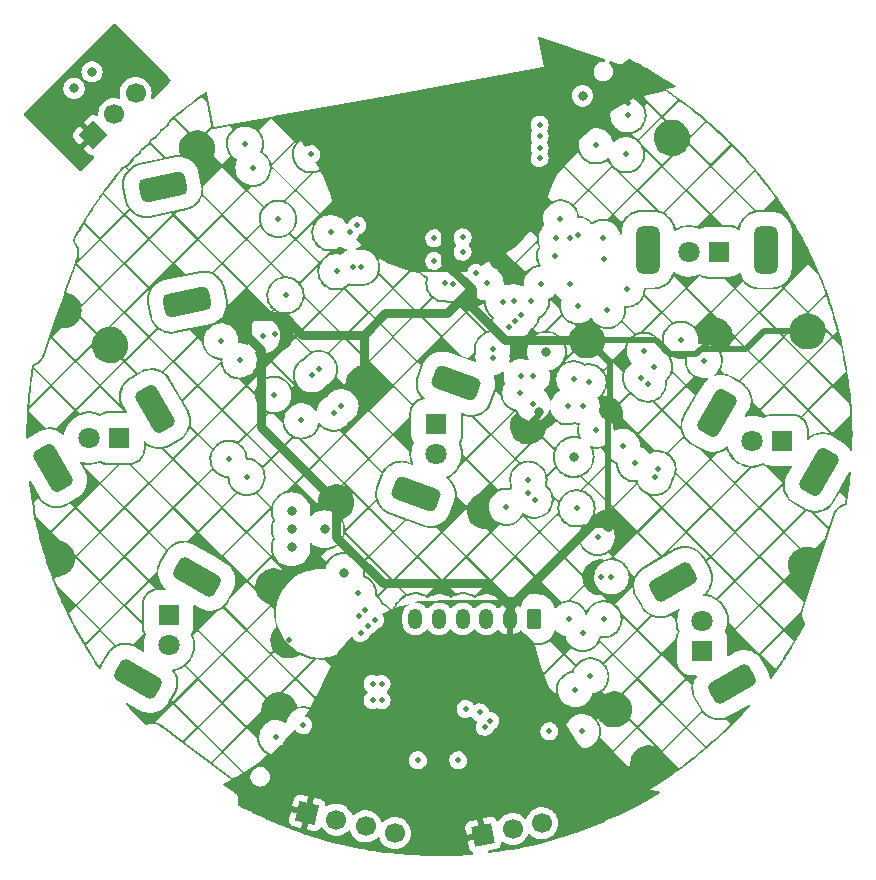
<source format=gbr>
%TF.GenerationSoftware,KiCad,Pcbnew,(5.99.0-10634-g5f56117be9)*%
%TF.CreationDate,2021-05-24T23:14:30+02:00*%
%TF.ProjectId,custom-pcb,63757374-6f6d-42d7-9063-622e6b696361,rev?*%
%TF.SameCoordinates,Original*%
%TF.FileFunction,Copper,L3,Inr*%
%TF.FilePolarity,Positive*%
%FSLAX46Y46*%
G04 Gerber Fmt 4.6, Leading zero omitted, Abs format (unit mm)*
G04 Created by KiCad (PCBNEW (5.99.0-10634-g5f56117be9)) date 2021-05-24 23:14:30*
%MOMM*%
%LPD*%
G01*
G04 APERTURE LIST*
G04 Aperture macros list*
%AMRoundRect*
0 Rectangle with rounded corners*
0 $1 Rounding radius*
0 $2 $3 $4 $5 $6 $7 $8 $9 X,Y pos of 4 corners*
0 Add a 4 corners polygon primitive as box body*
4,1,4,$2,$3,$4,$5,$6,$7,$8,$9,$2,$3,0*
0 Add four circle primitives for the rounded corners*
1,1,$1+$1,$2,$3*
1,1,$1+$1,$4,$5*
1,1,$1+$1,$6,$7*
1,1,$1+$1,$8,$9*
0 Add four rect primitives between the rounded corners*
20,1,$1+$1,$2,$3,$4,$5,0*
20,1,$1+$1,$4,$5,$6,$7,0*
20,1,$1+$1,$6,$7,$8,$9,0*
20,1,$1+$1,$8,$9,$2,$3,0*%
%AMHorizOval*
0 Thick line with rounded ends*
0 $1 width*
0 $2 $3 position (X,Y) of the first rounded end (center of the circle)*
0 $4 $5 position (X,Y) of the second rounded end (center of the circle)*
0 Add line between two ends*
20,1,$1,$2,$3,$4,$5,0*
0 Add two circle primitives to create the rounded ends*
1,1,$1,$2,$3*
1,1,$1,$4,$5*%
%AMRotRect*
0 Rectangle, with rotation*
0 The origin of the aperture is its center*
0 $1 length*
0 $2 width*
0 $3 Rotation angle, in degrees counterclockwise*
0 Add horizontal line*
21,1,$1,$2,0,0,$3*%
G04 Aperture macros list end*
%TA.AperFunction,ComponentPad*%
%ADD10R,1.800000X1.800000*%
%TD*%
%TA.AperFunction,ComponentPad*%
%ADD11C,1.800000*%
%TD*%
%TA.AperFunction,ComponentPad*%
%ADD12RoundRect,0.500000X1.238529X-0.982877X1.580549X-0.043184X-1.238529X0.982877X-1.580549X0.043184X0*%
%TD*%
%TA.AperFunction,ComponentPad*%
%ADD13RoundRect,0.500000X1.549038X0.316987X1.049038X1.183013X-1.549038X-0.316987X-1.049038X-1.183013X0*%
%TD*%
%TA.AperFunction,ComponentPad*%
%ADD14RoundRect,0.500000X1.183013X1.049038X0.316987X1.549038X-1.183013X-1.049038X-0.316987X-1.549038X0*%
%TD*%
%TA.AperFunction,ComponentPad*%
%ADD15RoundRect,0.500000X0.500000X1.500000X-0.500000X1.500000X-0.500000X-1.500000X0.500000X-1.500000X0*%
%TD*%
%TA.AperFunction,ComponentPad*%
%ADD16RoundRect,0.500000X0.316987X-1.549038X1.183013X-1.049038X-0.316987X1.549038X-1.183013X1.049038X0*%
%TD*%
%TA.AperFunction,ComponentPad*%
%ADD17RoundRect,0.500000X1.049038X-1.183013X1.549038X-0.316987X-1.049038X1.183013X-1.549038X0.316987X0*%
%TD*%
%TA.AperFunction,ComponentPad*%
%ADD18C,1.700000*%
%TD*%
%TA.AperFunction,ComponentPad*%
%ADD19HorizOval,1.700000X0.000000X0.000000X0.000000X0.000000X0*%
%TD*%
%TA.AperFunction,ComponentPad*%
%ADD20RotRect,1.700000X1.700000X257.000000*%
%TD*%
%TA.AperFunction,ComponentPad*%
%ADD21HorizOval,1.700000X0.000000X0.000000X0.000000X0.000000X0*%
%TD*%
%TA.AperFunction,ComponentPad*%
%ADD22RotRect,1.700000X1.700000X281.000000*%
%TD*%
%TA.AperFunction,ComponentPad*%
%ADD23RoundRect,0.500000X-1.571177X0.177206X-1.363266X-0.800941X1.571177X-0.177206X1.363266X0.800941X0*%
%TD*%
%TA.AperFunction,ComponentPad*%
%ADD24RoundRect,0.250000X0.350000X0.625000X-0.350000X0.625000X-0.350000X-0.625000X0.350000X-0.625000X0*%
%TD*%
%TA.AperFunction,ComponentPad*%
%ADD25O,1.200000X1.750000*%
%TD*%
%TA.AperFunction,ComponentPad*%
%ADD26HorizOval,1.700000X0.000000X0.000000X0.000000X0.000000X0*%
%TD*%
%TA.AperFunction,ComponentPad*%
%ADD27RotRect,1.700000X1.700000X135.000000*%
%TD*%
%TA.AperFunction,ViaPad*%
%ADD28C,0.500000*%
%TD*%
%TA.AperFunction,ViaPad*%
%ADD29C,0.800000*%
%TD*%
%TA.AperFunction,Conductor*%
%ADD30C,0.500000*%
%TD*%
%TA.AperFunction,Conductor*%
%ADD31C,0.750000*%
%TD*%
G04 APERTURE END LIST*
D10*
%TO.N,Net-(D1-Pad1)*%
%TO.C,D1*%
X113842800Y-80233200D03*
D11*
%TO.N,LED_WHITE_POWER*%
X113842800Y-82773200D03*
%TD*%
D10*
%TO.N,Net-(D2-Pad1)*%
%TO.C,D2*%
X143134400Y-81661000D03*
D11*
%TO.N,LED_WHITE_NIGHT*%
X140594400Y-81661000D03*
%TD*%
D10*
%TO.N,Net-(D3-Pad1)*%
%TO.C,D3*%
X91186000Y-96413000D03*
D11*
%TO.N,LED_WHITE_LOCK*%
X91186000Y-98953000D03*
%TD*%
D10*
%TO.N,Net-(D4-Pad1)*%
%TO.C,D4*%
X137775000Y-65659000D03*
D11*
%TO.N,LED_WHITE_TIMER*%
X135235000Y-65659000D03*
%TD*%
D10*
%TO.N,Net-(D11-Pad1)*%
%TO.C,D11*%
X86971200Y-81432400D03*
D11*
%TO.N,LED_RED_FILTER*%
X84431200Y-81432400D03*
%TD*%
D12*
%TO.N,Net-(R28-Pad1)*%
%TO.C,SW3*%
X115552901Y-76784737D03*
%TO.N,N/C*%
X112132699Y-86181663D03*
%TD*%
D13*
%TO.N,Net-(R29-Pad1)*%
%TO.C,SW4*%
X133868800Y-93612273D03*
%TO.N,N/C*%
X138868800Y-102272527D03*
%TD*%
D14*
%TO.N,Net-(R30-Pad1)*%
%TO.C,SW5*%
X137583473Y-79338800D03*
%TO.N,N/C*%
X146243727Y-84338800D03*
%TD*%
D15*
%TO.N,Net-(R31-Pad1)*%
%TO.C,SW6*%
X131753600Y-65481200D03*
%TO.N,N/C*%
X141753600Y-65481200D03*
%TD*%
D16*
%TO.N,Net-(R32-Pad1)*%
%TO.C,SW7*%
X90051327Y-78932400D03*
%TO.N,N/C*%
X81391073Y-83932400D03*
%TD*%
D17*
%TO.N,Net-(R34-Pad1)*%
%TO.C,SW9*%
X93584400Y-93155073D03*
%TO.N,N/C*%
X88584400Y-101815327D03*
%TD*%
D10*
%TO.N,Net-(D13-Pad1)*%
%TO.C,D13*%
X136368800Y-99421000D03*
D11*
%TO.N,LED_WHITE_FAN*%
X136368800Y-96881000D03*
%TD*%
D18*
%TO.N,VCC*%
%TO.C,J2*%
X110351583Y-114874373D03*
D19*
%TO.N,TXD*%
X107876683Y-114302997D03*
%TO.N,RXD*%
X105401783Y-113731622D03*
D20*
%TO.N,GND*%
X102926883Y-113160246D03*
%TD*%
D18*
%TO.N,EN*%
%TO.C,J4*%
X122809000Y-114046000D03*
D21*
%TO.N,IO0*%
X120315667Y-114530655D03*
D22*
%TO.N,GND*%
X117822334Y-115015310D03*
%TD*%
D23*
%TO.N,Net-(R33-Pad1)*%
%TO.C,SW8*%
X92784358Y-69914738D03*
%TO.N,N/C*%
X90705242Y-60133262D03*
%TD*%
D24*
%TO.N,VCC*%
%TO.C,J1*%
X122094000Y-96732000D03*
D25*
%TO.N,GND*%
X120094000Y-96732000D03*
%TO.N,Net-(J1-Pad3)*%
X118094000Y-96732000D03*
%TO.N,Net-(J1-Pad4)*%
X116094000Y-96732000D03*
%TO.N,Net-(J1-Pad5)*%
X114094000Y-96732000D03*
%TO.N,Net-(J1-Pad6)*%
X112094000Y-96732000D03*
%TD*%
D18*
%TO.N,EN_D*%
%TO.C,J3*%
X88392000Y-52197000D03*
D26*
%TO.N,IO0_D*%
X86595949Y-53993051D03*
D27*
%TO.N,GND1*%
X84799898Y-55789102D03*
%TD*%
D28*
%TO.N,VCC*%
X119761000Y-87249000D03*
D29*
X123146010Y-74101100D03*
X125487860Y-83024799D03*
X106045000Y-92837000D03*
D28*
%TO.N,GND*%
X97790000Y-71120000D03*
X127762000Y-93218000D03*
D29*
X109728000Y-60071000D03*
D28*
X86233000Y-73533000D03*
D29*
X128143000Y-79375000D03*
D28*
X130048000Y-53086000D03*
X121615200Y-80416400D03*
X93599000Y-56896000D03*
X100203000Y-72644000D03*
X100572600Y-104470200D03*
D29*
X112649000Y-59563000D03*
X128370610Y-89000610D03*
X113157000Y-62357000D03*
D28*
X81737200Y-91617800D03*
D29*
X122555000Y-79248000D03*
D28*
X107746800Y-76784200D03*
X145288000Y-72390000D03*
D29*
X116840000Y-68834000D03*
D28*
X82296000Y-70612000D03*
D29*
X105368500Y-86868000D03*
D28*
X129264427Y-110468427D03*
X124714000Y-104775000D03*
D29*
X126619000Y-73152000D03*
D28*
X133807200Y-56007000D03*
X131820577Y-108971423D03*
D29*
X125984000Y-50546000D03*
D28*
X113817400Y-106934000D03*
X101346000Y-98552000D03*
X126365000Y-55118000D03*
X128905000Y-104394000D03*
X117983000Y-87604600D03*
X145186400Y-92176600D03*
X137414000Y-72771000D03*
X100076000Y-93980000D03*
D29*
%TO.N,+3V3*%
X101600000Y-87630000D03*
X101600000Y-90678000D03*
D28*
X99187000Y-72771000D03*
D29*
X126238000Y-52451000D03*
X101600000Y-89154000D03*
D28*
X127406400Y-80721200D03*
X130048000Y-54102000D03*
D29*
X104394000Y-89154000D03*
D28*
%TO.N,IO0*%
X108679942Y-96833170D03*
X117944733Y-105879733D03*
X97790000Y-84709000D03*
X116363720Y-104372334D03*
X107223283Y-94564606D03*
X96266000Y-83185000D03*
%TO.N,LED_WHITE_NIGHT*%
X136499600Y-74879200D03*
X131759100Y-76809600D03*
%TO.N,LED_WHITE_TIMER*%
X132283904Y-75372793D03*
X134569200Y-73101200D03*
%TO.N,Net-(D5-Pad1)*%
X123407200Y-106248200D03*
%TO.N,LED_BLUE_V1*%
X126201200Y-106248200D03*
X126238000Y-97917000D03*
X125730000Y-87376000D03*
X127508000Y-89789000D03*
X126746000Y-76708000D03*
X125476000Y-76454000D03*
X125095000Y-96774000D03*
%TO.N,LED_BLUE_6H*%
X125857000Y-70231000D03*
X122605800Y-56870600D03*
X125882400Y-64236600D03*
%TO.N,Net-(D6-Pad1)*%
X122611613Y-57727137D03*
%TO.N,LED_BLUE_V2*%
X115697020Y-108712000D03*
%TO.N,Net-(D7-Pad1)*%
X112293400Y-108712000D03*
%TO.N,Net-(D8-Pad1)*%
X100318600Y-106756200D03*
%TO.N,LED_BLUE_V3*%
X128016000Y-96774000D03*
X117538342Y-104661192D03*
X128686500Y-93218000D03*
X132334000Y-84709000D03*
X126899700Y-101612544D03*
X102604600Y-105740200D03*
X130685488Y-83566000D03*
X118439356Y-105385110D03*
X125603000Y-102743000D03*
%TO.N,Net-(D9-Pad1)*%
X97663000Y-56515000D03*
%TO.N,LED_BLUE_8H*%
X116078000Y-65659000D03*
X119531134Y-69937754D03*
X121031000Y-70993000D03*
X116078000Y-64437479D03*
X103251000Y-57404000D03*
X98298000Y-58547000D03*
%TO.N,Net-(D10-Pad1)*%
X129921000Y-57404000D03*
%TO.N,LED_BLUE_2H*%
X127990600Y-64465200D03*
X128016000Y-66294000D03*
X131445000Y-74041000D03*
X127381000Y-56642000D03*
X129971800Y-68783200D03*
X131191000Y-76327000D03*
X128308267Y-70573733D03*
%TO.N,LED_RED_FILTER*%
X104902000Y-64008000D03*
X100457000Y-62865000D03*
%TO.N,LED_BLUE_4H*%
X125196600Y-64465200D03*
X125145800Y-68402200D03*
X122605800Y-55880000D03*
%TO.N,Net-(D12-Pad1)*%
X122605800Y-54889400D03*
%TO.N,Net-(R3-Pad1)*%
X124968000Y-78740000D03*
X126238000Y-78740000D03*
%TO.N,Net-(R23-Pad2)*%
X107506503Y-66929000D03*
X107162600Y-63423800D03*
X105816400Y-78740000D03*
X103936800Y-75590400D03*
X109220000Y-102235000D03*
X108070648Y-97354726D03*
X109220000Y-103632000D03*
X107829854Y-95948289D03*
%TO.N,Net-(R24-Pad2)*%
X105181400Y-79273400D03*
X107315000Y-96520000D03*
X103327200Y-76098400D03*
X108458000Y-103632000D03*
X108458000Y-102235000D03*
X107449556Y-97924556D03*
X106553000Y-64008000D03*
X106807000Y-66929000D03*
%TO.N,SHIFT_OUTEN*%
X101092000Y-69342000D03*
X105410000Y-67310000D03*
X114554000Y-68326000D03*
X118618000Y-74625200D03*
%TO.N,TOUCH_NIGHT*%
X123926600Y-66014600D03*
X123967158Y-64516000D03*
%TO.N,TOUCH_LIGHT*%
X122732800Y-68351400D03*
X97205800Y-74853800D03*
X102438200Y-79933800D03*
X124358400Y-62839600D03*
X121864483Y-69850000D03*
X100126800Y-77774800D03*
X120396000Y-69850000D03*
X95631000Y-73177400D03*
%TO.N,SHIFT_CLK*%
X120002978Y-72021327D03*
X117221000Y-67437000D03*
X122047000Y-76200000D03*
X122174000Y-86638326D03*
X122056348Y-78544826D03*
%TO.N,SHIFT_LATCH*%
X118676356Y-73906444D03*
X113665000Y-66421000D03*
X121656702Y-84946900D03*
X115253439Y-68413459D03*
X113665000Y-64516000D03*
X121624106Y-86088826D03*
X121013156Y-76192444D03*
X120904000Y-77597000D03*
%TO.N,SHIFT_DS*%
X118110000Y-68326000D03*
X120523000Y-71553479D03*
%TO.N,LED_WHITE_FAN*%
X132593789Y-84059528D03*
X129636478Y-82100778D03*
D29*
%TO.N,EN_D*%
X84709000Y-50419000D03*
%TO.N,IO0_D*%
X83185000Y-51816000D03*
%TO.N,GND1*%
X87122000Y-49657000D03*
X82169000Y-54356000D03*
%TD*%
D30*
%TO.N,GND*%
X122555000Y-79476600D02*
X121615200Y-80416400D01*
D31*
X116840000Y-70332600D02*
X119634000Y-73126600D01*
D30*
X126619000Y-73152000D02*
X132435600Y-73152000D01*
D31*
X97790000Y-71120000D02*
X97790000Y-72745600D01*
D30*
X128370610Y-89000610D02*
X128370610Y-79602610D01*
D31*
X99034600Y-80534100D02*
X105368500Y-86868000D01*
D30*
X136271000Y-73914000D02*
X140055600Y-73914000D01*
X141579600Y-72390000D02*
X145288000Y-72390000D01*
D31*
X109321600Y-93726000D02*
X105368500Y-89772900D01*
D30*
X128524000Y-75057000D02*
X128524000Y-78994000D01*
D31*
X120094000Y-95657000D02*
X127105000Y-88646000D01*
X118211600Y-93726000D02*
X109321600Y-93726000D01*
D30*
X140055600Y-73914000D02*
X141579600Y-72390000D01*
X128370610Y-79602610D02*
X128143000Y-79375000D01*
D31*
X102514400Y-72669400D02*
X100965000Y-71120000D01*
D30*
X132435600Y-73152000D02*
X133629400Y-74345800D01*
X135839200Y-74345800D02*
X137414000Y-72771000D01*
D31*
X127105000Y-88646000D02*
X128016000Y-88646000D01*
X107746800Y-72669400D02*
X102514400Y-72669400D01*
X120094000Y-96732000D02*
X120094000Y-95657000D01*
D30*
X126619000Y-73152000D02*
X128524000Y-75057000D01*
X128524000Y-78994000D02*
X128143000Y-79375000D01*
D31*
X109550200Y-70866000D02*
X107746800Y-72669400D01*
X116814600Y-68834000D02*
X114782600Y-70866000D01*
X113207800Y-62306200D02*
X113157000Y-62357000D01*
X114630200Y-62306200D02*
X113207800Y-62306200D01*
D30*
X135839200Y-74345800D02*
X136271000Y-73914000D01*
D31*
X114782600Y-70866000D02*
X109550200Y-70866000D01*
X114630200Y-66624200D02*
X114630200Y-62306200D01*
X100965000Y-71120000D02*
X97790000Y-71120000D01*
X99034600Y-73990200D02*
X99034600Y-80534100D01*
X126593600Y-73126600D02*
X126619000Y-73152000D01*
X97790000Y-72745600D02*
X99034600Y-73990200D01*
X128016000Y-88646000D02*
X128370610Y-89000610D01*
X120094000Y-95608400D02*
X118211600Y-93726000D01*
X107746800Y-72669400D02*
X107746800Y-76784200D01*
X120094000Y-96732000D02*
X120094000Y-95608400D01*
X116840000Y-68834000D02*
X116814600Y-68834000D01*
X116840000Y-68834000D02*
X116840000Y-70332600D01*
D30*
X122555000Y-79248000D02*
X122555000Y-79476600D01*
D31*
X105368500Y-89772900D02*
X105368500Y-86868000D01*
X116840000Y-68834000D02*
X114630200Y-66624200D01*
X119634000Y-73126600D02*
X126593600Y-73126600D01*
D30*
X133629400Y-74345800D02*
X135839200Y-74345800D01*
%TD*%
%TA.AperFunction,Conductor*%
%TO.N,GND*%
G36*
X122643016Y-47432776D02*
G01*
X128072056Y-49321878D01*
X128129819Y-49363155D01*
X128156096Y-49429110D01*
X128142544Y-49498801D01*
X128093466Y-49550103D01*
X128037242Y-49566706D01*
X127890191Y-49574413D01*
X127883379Y-49574770D01*
X127876806Y-49576581D01*
X127876803Y-49576581D01*
X127734900Y-49615668D01*
X127710641Y-49622350D01*
X127552149Y-49705913D01*
X127546936Y-49710318D01*
X127546932Y-49710321D01*
X127484733Y-49762884D01*
X127415299Y-49821561D01*
X127411152Y-49826985D01*
X127411151Y-49826986D01*
X127310619Y-49958476D01*
X127310616Y-49958480D01*
X127306475Y-49963897D01*
X127303593Y-49970077D01*
X127303592Y-49970079D01*
X127270409Y-50041241D01*
X127230754Y-50126281D01*
X127191670Y-50301137D01*
X127191044Y-50480306D01*
X127192487Y-50486979D01*
X127192487Y-50486982D01*
X127212307Y-50578652D01*
X127228907Y-50655431D01*
X127303493Y-50818340D01*
X127411321Y-50961432D01*
X127416500Y-50965871D01*
X127416501Y-50965872D01*
X127484451Y-51024112D01*
X127547360Y-51078032D01*
X127590783Y-51101315D01*
X127699247Y-51159473D01*
X127699249Y-51159474D01*
X127705264Y-51162699D01*
X127711832Y-51164558D01*
X127711833Y-51164558D01*
X127819935Y-51195148D01*
X127877665Y-51211484D01*
X127884473Y-51211888D01*
X127884476Y-51211889D01*
X128027335Y-51220376D01*
X128056521Y-51222110D01*
X128132863Y-51210018D01*
X128226752Y-51195148D01*
X128226756Y-51195147D01*
X128233486Y-51194081D01*
X128239832Y-51191594D01*
X128239836Y-51191593D01*
X128373771Y-51139104D01*
X128400304Y-51128706D01*
X128549192Y-51029034D01*
X128673204Y-50899715D01*
X128719551Y-50823788D01*
X128762998Y-50752610D01*
X128762999Y-50752608D01*
X128766554Y-50746784D01*
X128824886Y-50577374D01*
X128845480Y-50399391D01*
X128845500Y-50393600D01*
X128826150Y-50215477D01*
X128795956Y-50125757D01*
X128771179Y-50052134D01*
X128771177Y-50052129D01*
X128769001Y-50045664D01*
X128676722Y-49892085D01*
X128672030Y-49887123D01*
X128558304Y-49766862D01*
X128558302Y-49766860D01*
X128553615Y-49761904D01*
X128522872Y-49741011D01*
X128477774Y-49686178D01*
X128469480Y-49615668D01*
X128500623Y-49551866D01*
X128561316Y-49515030D01*
X128635103Y-49517797D01*
X129203844Y-49715698D01*
X129220568Y-49722912D01*
X129230831Y-49728249D01*
X129243219Y-49734691D01*
X129278086Y-49741580D01*
X129278519Y-49741681D01*
X129279027Y-49741858D01*
X129302202Y-49746378D01*
X129314840Y-49748843D01*
X129315141Y-49748902D01*
X129377245Y-49761172D01*
X129377246Y-49761172D01*
X129385911Y-49762884D01*
X129386546Y-49762827D01*
X129387171Y-49762949D01*
X129395964Y-49762139D01*
X129395965Y-49762139D01*
X129458805Y-49756350D01*
X129459111Y-49756322D01*
X129522060Y-49750678D01*
X129522061Y-49750678D01*
X129530781Y-49749896D01*
X129531373Y-49749664D01*
X129532009Y-49749605D01*
X129599032Y-49723117D01*
X129636160Y-49708550D01*
X129636624Y-49708279D01*
X129637047Y-49708094D01*
X129667279Y-49696146D01*
X129690420Y-49678154D01*
X129704230Y-49668816D01*
X130208967Y-49374189D01*
X130277881Y-49357123D01*
X130329336Y-49370561D01*
X130379234Y-49395789D01*
X130380442Y-49396410D01*
X130684460Y-49554906D01*
X130686229Y-49555846D01*
X131093526Y-49776865D01*
X131471200Y-49981809D01*
X131473031Y-49982822D01*
X131726307Y-50125757D01*
X131728121Y-50126801D01*
X132498599Y-50578652D01*
X132500395Y-50579726D01*
X132748768Y-50730985D01*
X132750546Y-50732088D01*
X133505564Y-51209262D01*
X133507308Y-51210385D01*
X133524578Y-51221705D01*
X133750552Y-51369831D01*
X133752293Y-51370992D01*
X134152430Y-51642888D01*
X134121057Y-51677463D01*
X131174657Y-52337863D01*
X128583857Y-53861863D01*
X125383457Y-56757463D01*
X123707057Y-59805463D01*
X122538657Y-62904263D01*
X120760657Y-64834663D01*
X118220657Y-66561863D01*
X117677562Y-66825182D01*
X117525445Y-66736825D01*
X117356204Y-66685567D01*
X117179711Y-66674617D01*
X117172496Y-66675857D01*
X117172493Y-66675857D01*
X117012648Y-66703324D01*
X117005432Y-66704564D01*
X116842717Y-66773800D01*
X116700294Y-66878611D01*
X116585803Y-67013376D01*
X116568397Y-67047464D01*
X116516060Y-67149960D01*
X116505385Y-67170865D01*
X116503646Y-67177970D01*
X116503645Y-67177974D01*
X116501928Y-67184992D01*
X116463355Y-67342630D01*
X116463298Y-67349949D01*
X116463297Y-67349953D01*
X116463103Y-67374663D01*
X112429457Y-67374663D01*
X110854657Y-66968263D01*
X109721695Y-66503458D01*
X112905966Y-66503458D01*
X112945293Y-66675862D01*
X112948517Y-66682429D01*
X112948518Y-66682431D01*
X112977030Y-66740502D01*
X113023227Y-66834594D01*
X113027877Y-66840245D01*
X113027879Y-66840248D01*
X113078072Y-66901245D01*
X113135588Y-66971141D01*
X113141415Y-66975572D01*
X113141416Y-66975573D01*
X113179898Y-67004835D01*
X113276347Y-67078177D01*
X113283035Y-67081148D01*
X113283039Y-67081150D01*
X113314527Y-67095136D01*
X113437954Y-67149960D01*
X113611741Y-67182640D01*
X113619049Y-67182302D01*
X113619052Y-67182302D01*
X113781070Y-67174803D01*
X113781074Y-67174802D01*
X113788385Y-67174464D01*
X113795423Y-67172452D01*
X113795426Y-67172452D01*
X113951371Y-67127883D01*
X113951375Y-67127881D01*
X113958409Y-67125871D01*
X114112695Y-67039467D01*
X114118090Y-67034515D01*
X114237574Y-66924837D01*
X114237576Y-66924835D01*
X114242966Y-66919887D01*
X114247073Y-66913833D01*
X114247076Y-66913829D01*
X114338123Y-66779604D01*
X114342233Y-66773545D01*
X114405172Y-66608292D01*
X114428406Y-66432993D01*
X114428444Y-66428217D01*
X114428469Y-66424915D01*
X114428500Y-66421000D01*
X114410832Y-66269462D01*
X114408870Y-66252629D01*
X114408870Y-66252628D01*
X114408022Y-66245357D01*
X114401415Y-66227153D01*
X114350184Y-66086015D01*
X114347687Y-66079136D01*
X114278278Y-65973270D01*
X114254743Y-65937372D01*
X114254742Y-65937371D01*
X114250731Y-65931253D01*
X114122355Y-65809642D01*
X113969445Y-65720825D01*
X113800204Y-65669567D01*
X113623711Y-65658617D01*
X113616496Y-65659857D01*
X113616493Y-65659857D01*
X113456648Y-65687324D01*
X113449432Y-65688564D01*
X113286717Y-65757800D01*
X113144294Y-65862611D01*
X113029803Y-65997376D01*
X112949385Y-66154865D01*
X112947646Y-66161970D01*
X112947645Y-66161974D01*
X112931287Y-66228825D01*
X112907355Y-66326630D01*
X112907298Y-66333949D01*
X112907297Y-66333953D01*
X112906697Y-66410452D01*
X112905966Y-66503458D01*
X109721695Y-66503458D01*
X108873457Y-66155463D01*
X107095457Y-64631463D01*
X107072283Y-64598458D01*
X112905966Y-64598458D01*
X112945293Y-64770862D01*
X112948517Y-64777429D01*
X112948518Y-64777431D01*
X112976618Y-64834663D01*
X113023227Y-64929594D01*
X113027877Y-64935245D01*
X113027879Y-64935248D01*
X113051610Y-64964087D01*
X113135588Y-65066141D01*
X113141415Y-65070572D01*
X113141416Y-65070573D01*
X113158636Y-65083667D01*
X113276347Y-65173177D01*
X113283035Y-65176148D01*
X113283039Y-65176150D01*
X113350097Y-65205936D01*
X113437954Y-65244960D01*
X113611741Y-65277640D01*
X113619049Y-65277302D01*
X113619052Y-65277302D01*
X113781070Y-65269803D01*
X113781074Y-65269802D01*
X113788385Y-65269464D01*
X113795423Y-65267452D01*
X113795426Y-65267452D01*
X113951371Y-65222883D01*
X113951375Y-65222881D01*
X113958409Y-65220871D01*
X114112695Y-65134467D01*
X114173217Y-65078912D01*
X114237574Y-65019837D01*
X114237576Y-65019835D01*
X114242966Y-65014887D01*
X114247073Y-65008833D01*
X114247076Y-65008829D01*
X114338123Y-64874604D01*
X114342233Y-64868545D01*
X114348888Y-64851073D01*
X114402566Y-64710134D01*
X114405172Y-64703292D01*
X114406624Y-64692341D01*
X114427894Y-64531855D01*
X114428406Y-64527993D01*
X114428469Y-64519937D01*
X115318966Y-64519937D01*
X115358293Y-64692341D01*
X115361517Y-64698908D01*
X115361518Y-64698910D01*
X115367029Y-64710134D01*
X115436227Y-64851073D01*
X115440877Y-64856724D01*
X115440879Y-64856727D01*
X115455590Y-64874604D01*
X115529224Y-64964087D01*
X115533161Y-64968872D01*
X115561001Y-65034183D01*
X115549111Y-65104176D01*
X115531897Y-65130505D01*
X115442803Y-65235376D01*
X115362385Y-65392865D01*
X115360646Y-65399970D01*
X115360645Y-65399974D01*
X115341926Y-65476477D01*
X115320355Y-65564630D01*
X115320298Y-65571949D01*
X115320297Y-65571953D01*
X115319835Y-65630800D01*
X115318966Y-65741458D01*
X115358293Y-65913862D01*
X115361517Y-65920429D01*
X115361518Y-65920431D01*
X115369836Y-65937372D01*
X115436227Y-66072594D01*
X115440877Y-66078245D01*
X115440879Y-66078248D01*
X115473884Y-66118357D01*
X115548588Y-66209141D01*
X115554415Y-66213572D01*
X115554416Y-66213573D01*
X115596214Y-66245357D01*
X115689347Y-66316177D01*
X115696035Y-66319148D01*
X115696039Y-66319150D01*
X115763097Y-66348936D01*
X115850954Y-66387960D01*
X116024741Y-66420640D01*
X116032049Y-66420302D01*
X116032052Y-66420302D01*
X116194070Y-66412803D01*
X116194074Y-66412802D01*
X116201385Y-66412464D01*
X116208423Y-66410452D01*
X116208426Y-66410452D01*
X116364371Y-66365883D01*
X116364375Y-66365881D01*
X116371409Y-66363871D01*
X116525695Y-66277467D01*
X116538405Y-66265800D01*
X116650574Y-66162837D01*
X116650576Y-66162835D01*
X116655966Y-66157887D01*
X116660073Y-66151833D01*
X116660076Y-66151829D01*
X116751123Y-66017604D01*
X116755233Y-66011545D01*
X116760630Y-65997376D01*
X116815566Y-65853134D01*
X116818172Y-65846292D01*
X116841406Y-65670993D01*
X116841500Y-65659000D01*
X116821022Y-65483357D01*
X116774218Y-65354412D01*
X116763184Y-65324015D01*
X116760687Y-65317136D01*
X116663731Y-65169253D01*
X116658420Y-65164222D01*
X116658416Y-65164217D01*
X116633147Y-65140280D01*
X116597448Y-65078912D01*
X116600595Y-65007985D01*
X116634594Y-64955984D01*
X116650574Y-64941316D01*
X116650576Y-64941314D01*
X116655966Y-64936366D01*
X116660073Y-64930312D01*
X116660076Y-64930308D01*
X116751123Y-64796083D01*
X116755233Y-64790024D01*
X116766111Y-64761464D01*
X116815566Y-64631613D01*
X116818172Y-64624771D01*
X116841406Y-64449472D01*
X116841500Y-64437479D01*
X116821022Y-64261836D01*
X116815093Y-64245500D01*
X116763184Y-64102494D01*
X116760687Y-64095615D01*
X116663731Y-63947732D01*
X116535355Y-63826121D01*
X116382445Y-63737304D01*
X116213204Y-63686046D01*
X116036711Y-63675096D01*
X116029496Y-63676336D01*
X116029493Y-63676336D01*
X115875386Y-63702817D01*
X115862432Y-63705043D01*
X115699717Y-63774279D01*
X115557294Y-63879090D01*
X115442803Y-64013855D01*
X115405557Y-64086797D01*
X115383148Y-64130683D01*
X115362385Y-64171344D01*
X115360646Y-64178449D01*
X115360645Y-64178453D01*
X115347611Y-64231720D01*
X115320355Y-64343109D01*
X115320298Y-64350428D01*
X115320297Y-64350432D01*
X115319964Y-64392911D01*
X115318966Y-64519937D01*
X114428469Y-64519937D01*
X114428500Y-64516000D01*
X114408022Y-64340357D01*
X114403180Y-64327016D01*
X114350184Y-64181015D01*
X114347687Y-64174136D01*
X114250731Y-64026253D01*
X114122355Y-63904642D01*
X113969445Y-63815825D01*
X113800204Y-63764567D01*
X113623711Y-63753617D01*
X113616496Y-63754857D01*
X113616493Y-63754857D01*
X113485257Y-63777408D01*
X113449432Y-63783564D01*
X113286717Y-63852800D01*
X113144294Y-63957611D01*
X113029803Y-64092376D01*
X112949385Y-64249865D01*
X112947646Y-64256970D01*
X112947645Y-64256974D01*
X112939098Y-64291904D01*
X112907355Y-64421630D01*
X112907298Y-64428949D01*
X112907297Y-64428953D01*
X112906733Y-64500829D01*
X112905966Y-64598458D01*
X107072283Y-64598458D01*
X107056185Y-64575531D01*
X107125574Y-64511837D01*
X107125576Y-64511835D01*
X107130966Y-64506887D01*
X107135073Y-64500833D01*
X107135076Y-64500829D01*
X107226123Y-64366604D01*
X107230233Y-64360545D01*
X107279298Y-64231720D01*
X107322236Y-64175180D01*
X107362422Y-64155418D01*
X107448969Y-64130683D01*
X107456009Y-64128671D01*
X107610295Y-64042267D01*
X107633223Y-64021221D01*
X107735174Y-63927637D01*
X107735176Y-63927635D01*
X107740566Y-63922687D01*
X107744673Y-63916633D01*
X107744676Y-63916629D01*
X107835723Y-63782404D01*
X107839833Y-63776345D01*
X107844145Y-63765025D01*
X107900166Y-63617934D01*
X107902772Y-63611092D01*
X107905162Y-63593064D01*
X107923054Y-63458067D01*
X107926006Y-63435793D01*
X107926100Y-63423800D01*
X107909171Y-63278594D01*
X107906470Y-63255429D01*
X107906470Y-63255428D01*
X107905622Y-63248157D01*
X107894511Y-63217545D01*
X107847784Y-63088815D01*
X107845287Y-63081936D01*
X107748331Y-62934053D01*
X107619955Y-62812442D01*
X107467045Y-62723625D01*
X107297804Y-62672367D01*
X107121311Y-62661417D01*
X107114096Y-62662657D01*
X107114093Y-62662657D01*
X106958712Y-62689357D01*
X106947032Y-62691364D01*
X106784317Y-62760600D01*
X106641894Y-62865411D01*
X106527403Y-63000176D01*
X106446985Y-63157665D01*
X106441312Y-63180848D01*
X106405694Y-63242260D01*
X106350923Y-63269727D01*
X106351668Y-63272258D01*
X106344648Y-63274324D01*
X106337432Y-63275564D01*
X106188067Y-63339120D01*
X105419057Y-62243863D01*
X104098257Y-58789463D01*
X103609903Y-58072193D01*
X103692306Y-58026045D01*
X103698695Y-58022467D01*
X103793283Y-57935642D01*
X103823574Y-57907837D01*
X103823576Y-57907835D01*
X103828966Y-57902887D01*
X103833073Y-57896833D01*
X103833076Y-57896829D01*
X103924123Y-57762604D01*
X103928233Y-57756545D01*
X103939434Y-57727137D01*
X103988566Y-57598134D01*
X103991172Y-57591292D01*
X104014406Y-57415993D01*
X104014500Y-57404000D01*
X103994022Y-57228357D01*
X103989648Y-57216305D01*
X103936184Y-57069015D01*
X103933687Y-57062136D01*
X103862173Y-56953058D01*
X103840743Y-56920372D01*
X103840742Y-56920371D01*
X103836731Y-56914253D01*
X103708355Y-56792642D01*
X103555445Y-56703825D01*
X103386204Y-56652567D01*
X103209711Y-56641617D01*
X103202496Y-56642857D01*
X103202493Y-56642857D01*
X103042648Y-56670324D01*
X103035432Y-56671564D01*
X102872717Y-56740800D01*
X102759933Y-56823799D01*
X102472657Y-56401863D01*
X100938017Y-54971858D01*
X121846766Y-54971858D01*
X121886093Y-55144262D01*
X121964027Y-55302994D01*
X121968680Y-55308648D01*
X121972643Y-55314798D01*
X121970320Y-55316295D01*
X121993158Y-55369878D01*
X121981266Y-55439871D01*
X121974271Y-55452059D01*
X121970603Y-55456376D01*
X121890185Y-55613865D01*
X121848155Y-55785630D01*
X121848098Y-55792949D01*
X121848097Y-55792953D01*
X121847635Y-55851800D01*
X121846766Y-55962458D01*
X121886093Y-56134862D01*
X121889317Y-56141429D01*
X121889318Y-56141431D01*
X121904885Y-56173136D01*
X121964027Y-56293594D01*
X121968680Y-56299248D01*
X121972643Y-56305398D01*
X121970320Y-56306895D01*
X121993158Y-56360478D01*
X121981266Y-56430471D01*
X121974271Y-56442659D01*
X121970603Y-56446976D01*
X121890185Y-56604465D01*
X121888446Y-56611570D01*
X121888445Y-56611574D01*
X121878066Y-56653993D01*
X121848155Y-56776230D01*
X121848098Y-56783549D01*
X121848097Y-56783553D01*
X121847781Y-56823799D01*
X121846766Y-56953058D01*
X121886093Y-57125462D01*
X121947129Y-57249776D01*
X121959196Y-57319737D01*
X121946243Y-57362604D01*
X121895998Y-57461002D01*
X121853968Y-57632767D01*
X121852579Y-57809595D01*
X121891906Y-57981999D01*
X121895130Y-57988566D01*
X121895131Y-57988568D01*
X121911775Y-58022467D01*
X121969840Y-58140731D01*
X121974490Y-58146382D01*
X121974492Y-58146385D01*
X121983609Y-58157464D01*
X122082201Y-58277278D01*
X122222960Y-58384314D01*
X122229648Y-58387285D01*
X122229652Y-58387287D01*
X122296710Y-58417073D01*
X122384567Y-58456097D01*
X122558354Y-58488777D01*
X122565662Y-58488439D01*
X122565665Y-58488439D01*
X122727683Y-58480940D01*
X122727687Y-58480939D01*
X122734998Y-58480601D01*
X122742036Y-58478589D01*
X122742039Y-58478589D01*
X122897984Y-58434020D01*
X122897988Y-58434018D01*
X122905022Y-58432008D01*
X123059308Y-58345604D01*
X123071355Y-58334546D01*
X123184187Y-58230974D01*
X123184189Y-58230972D01*
X123189579Y-58226024D01*
X123193686Y-58219970D01*
X123193689Y-58219966D01*
X123284736Y-58085741D01*
X123288846Y-58079682D01*
X123297389Y-58057253D01*
X123349179Y-57921271D01*
X123351785Y-57914429D01*
X123375019Y-57739130D01*
X123375113Y-57727137D01*
X123354635Y-57551494D01*
X123294300Y-57385273D01*
X123280783Y-57364656D01*
X123260161Y-57296723D01*
X123278192Y-57237077D01*
X123275543Y-57235698D01*
X123278925Y-57229201D01*
X123283033Y-57223145D01*
X123345972Y-57057892D01*
X123369206Y-56882593D01*
X123369300Y-56870600D01*
X123353833Y-56737936D01*
X123349670Y-56702229D01*
X123349670Y-56702228D01*
X123348822Y-56694957D01*
X123334206Y-56654689D01*
X123290984Y-56535615D01*
X123288487Y-56528736D01*
X123233133Y-56444307D01*
X123212510Y-56376371D01*
X123234231Y-56304491D01*
X123278923Y-56238604D01*
X123283033Y-56232545D01*
X123288430Y-56218376D01*
X123343366Y-56074134D01*
X123345972Y-56067292D01*
X123369206Y-55891993D01*
X123369300Y-55880000D01*
X123348822Y-55704357D01*
X123288487Y-55538136D01*
X123233133Y-55453707D01*
X123212510Y-55385771D01*
X123234231Y-55313891D01*
X123278923Y-55248004D01*
X123283033Y-55241945D01*
X123345972Y-55076692D01*
X123348145Y-55060301D01*
X123368694Y-54905255D01*
X123369206Y-54901393D01*
X123369300Y-54889400D01*
X123348822Y-54713757D01*
X123307853Y-54600887D01*
X123290984Y-54554415D01*
X123288487Y-54547536D01*
X123191531Y-54399653D01*
X123063155Y-54278042D01*
X122910245Y-54189225D01*
X122741004Y-54137967D01*
X122564511Y-54127017D01*
X122557296Y-54128257D01*
X122557293Y-54128257D01*
X122397448Y-54155724D01*
X122390232Y-54156964D01*
X122227517Y-54226200D01*
X122085094Y-54331011D01*
X121970603Y-54465776D01*
X121890185Y-54623265D01*
X121848155Y-54795030D01*
X121848098Y-54802349D01*
X121848097Y-54802353D01*
X121847680Y-54855464D01*
X121846766Y-54971858D01*
X100938017Y-54971858D01*
X100237457Y-54319063D01*
X100072130Y-54195068D01*
X109664503Y-52451000D01*
X125324500Y-52451000D01*
X125344462Y-52640927D01*
X125403476Y-52822554D01*
X125498963Y-52987942D01*
X125626749Y-53129863D01*
X125632091Y-53133744D01*
X125632093Y-53133746D01*
X125775908Y-53238233D01*
X125781250Y-53242114D01*
X125787278Y-53244798D01*
X125787280Y-53244799D01*
X125949682Y-53317105D01*
X125955713Y-53319790D01*
X126048991Y-53339617D01*
X126136056Y-53358124D01*
X126136061Y-53358124D01*
X126142513Y-53359496D01*
X126333487Y-53359496D01*
X126339939Y-53358124D01*
X126339944Y-53358124D01*
X126427009Y-53339617D01*
X126520287Y-53319790D01*
X126526318Y-53317105D01*
X126688720Y-53244799D01*
X126688722Y-53244798D01*
X126694750Y-53242114D01*
X126700092Y-53238233D01*
X126843907Y-53133746D01*
X126843909Y-53133744D01*
X126849251Y-53129863D01*
X126977037Y-52987942D01*
X127072524Y-52822554D01*
X127131538Y-52640927D01*
X127151500Y-52451000D01*
X127131538Y-52261073D01*
X127072524Y-52079446D01*
X126977037Y-51914058D01*
X126923433Y-51854524D01*
X126853673Y-51777048D01*
X126853672Y-51777047D01*
X126849251Y-51772137D01*
X126843909Y-51768256D01*
X126843907Y-51768254D01*
X126700092Y-51663767D01*
X126700091Y-51663766D01*
X126694750Y-51659886D01*
X126688722Y-51657202D01*
X126688720Y-51657201D01*
X126526318Y-51584895D01*
X126526317Y-51584895D01*
X126520287Y-51582210D01*
X126426887Y-51562357D01*
X126339944Y-51543876D01*
X126339939Y-51543876D01*
X126333487Y-51542504D01*
X126142513Y-51542504D01*
X126136061Y-51543876D01*
X126136056Y-51543876D01*
X126049113Y-51562357D01*
X125955713Y-51582210D01*
X125949683Y-51584895D01*
X125949682Y-51584895D01*
X125787280Y-51657201D01*
X125787278Y-51657202D01*
X125781250Y-51659886D01*
X125775909Y-51663766D01*
X125775908Y-51663767D01*
X125632093Y-51768254D01*
X125632091Y-51768256D01*
X125626749Y-51772137D01*
X125622328Y-51777047D01*
X125622327Y-51777048D01*
X125552568Y-51854524D01*
X125498963Y-51914058D01*
X125403476Y-52079446D01*
X125344462Y-52261073D01*
X125324500Y-52451000D01*
X109664503Y-52451000D01*
X122918177Y-50041241D01*
X122918178Y-50041240D01*
X122936000Y-50038000D01*
X122477734Y-47574823D01*
X122484938Y-47504194D01*
X122529185Y-47448672D01*
X122596425Y-47425885D01*
X122643016Y-47432776D01*
G37*
%TD.AperFunction*%
%TD*%
%TA.AperFunction,Conductor*%
%TO.N,GND*%
G36*
X121167057Y-95213063D02*
G01*
X120828949Y-95627795D01*
X120744853Y-95554821D01*
X120735127Y-95547884D01*
X120562517Y-95448026D01*
X120551653Y-95443052D01*
X120363264Y-95377632D01*
X120362284Y-95377394D01*
X120351992Y-95378861D01*
X120348000Y-95392428D01*
X120348000Y-96217740D01*
X119960934Y-96692525D01*
X120348000Y-97052586D01*
X120348000Y-98067361D01*
X120351973Y-98080892D01*
X120361399Y-98082247D01*
X120450524Y-98060768D01*
X120461819Y-98056879D01*
X120643362Y-97974336D01*
X120653704Y-97968389D01*
X120816371Y-97853001D01*
X120825399Y-97845208D01*
X120912825Y-97753882D01*
X120974380Y-97718506D01*
X121045290Y-97722025D01*
X121103040Y-97763322D01*
X121109215Y-97771928D01*
X121136841Y-97814064D01*
X121158269Y-97846747D01*
X121286645Y-97968358D01*
X121340188Y-97999458D01*
X121408610Y-98039201D01*
X122145334Y-98724525D01*
X122741857Y-100851863D01*
X123503857Y-102782263D01*
X124215057Y-104712663D01*
X125739057Y-107151063D01*
X127415457Y-108776663D01*
X129193457Y-109945063D01*
X130971457Y-110961063D01*
X132851057Y-111418263D01*
X132857835Y-111429559D01*
X132356345Y-111739241D01*
X132354897Y-111740135D01*
X132353115Y-111741215D01*
X132108892Y-111886506D01*
X132107094Y-111887556D01*
X132080976Y-111902515D01*
X131335417Y-112329534D01*
X131333658Y-112330523D01*
X131086483Y-112466716D01*
X131084704Y-112467696D01*
X131082878Y-112468683D01*
X130918256Y-112555873D01*
X130297017Y-112884905D01*
X130295168Y-112885865D01*
X130041786Y-113014748D01*
X130039922Y-113015676D01*
X129921711Y-113073365D01*
X129240855Y-113405633D01*
X129239034Y-113406504D01*
X129157230Y-113444764D01*
X128981406Y-113526998D01*
X128979512Y-113527864D01*
X128932301Y-113549001D01*
X128167866Y-113891246D01*
X128166115Y-113892013D01*
X127964123Y-113978467D01*
X127904802Y-114003857D01*
X127902881Y-114004661D01*
X127079571Y-114341053D01*
X127077637Y-114341824D01*
X126812831Y-114444945D01*
X126810936Y-114445665D01*
X126546457Y-114543654D01*
X125977052Y-114754618D01*
X125975093Y-114755326D01*
X125707031Y-114849634D01*
X125705060Y-114850309D01*
X124861361Y-115131548D01*
X124859380Y-115132190D01*
X124588376Y-115217575D01*
X124586384Y-115218185D01*
X123733856Y-115471377D01*
X123731854Y-115471953D01*
X123458164Y-115548336D01*
X123456153Y-115548880D01*
X122595740Y-115773745D01*
X122593721Y-115774255D01*
X122317606Y-115841561D01*
X122315578Y-115842037D01*
X121448190Y-116038339D01*
X121446202Y-116038772D01*
X121220855Y-116085869D01*
X121167998Y-116096916D01*
X121165963Y-116097323D01*
X121089736Y-116111944D01*
X120292705Y-116264816D01*
X120290656Y-116265192D01*
X120010552Y-116314130D01*
X120008498Y-116314471D01*
X119329457Y-116421573D01*
X119130186Y-116453003D01*
X119128138Y-116453309D01*
X118846629Y-116492952D01*
X118844575Y-116493224D01*
X118706534Y-116510341D01*
X118394264Y-116549063D01*
X118324200Y-116537596D01*
X118271458Y-116490070D01*
X118252783Y-116421573D01*
X118274104Y-116353854D01*
X118328653Y-116308412D01*
X118354717Y-116300336D01*
X118914573Y-116191511D01*
X118918968Y-116190493D01*
X118980937Y-116173783D01*
X118993463Y-116168917D01*
X119109132Y-116109053D01*
X119123649Y-116098681D01*
X119216141Y-116010209D01*
X119227146Y-115996169D01*
X119290966Y-115885225D01*
X119297571Y-115868648D01*
X119327548Y-115744219D01*
X119328823Y-115730643D01*
X119355105Y-115664690D01*
X119412872Y-115623416D01*
X119483782Y-115619926D01*
X119521689Y-115635975D01*
X119686073Y-115740094D01*
X119898851Y-115828883D01*
X119904054Y-115830080D01*
X119904059Y-115830081D01*
X120118345Y-115879356D01*
X120118350Y-115879357D01*
X120123548Y-115880552D01*
X120128876Y-115880855D01*
X120128879Y-115880855D01*
X120284960Y-115889718D01*
X120353738Y-115893623D01*
X120359045Y-115893023D01*
X120359047Y-115893023D01*
X120479939Y-115879356D01*
X120582840Y-115867723D01*
X120587955Y-115866242D01*
X120587959Y-115866241D01*
X120716965Y-115828883D01*
X120804302Y-115803592D01*
X121011792Y-115703064D01*
X121016130Y-115699964D01*
X121016135Y-115699961D01*
X121195037Y-115572114D01*
X121199378Y-115569012D01*
X121361697Y-115405272D01*
X121402755Y-115346744D01*
X121491042Y-115220891D01*
X121491043Y-115220889D01*
X121494106Y-115216523D01*
X121534060Y-115132190D01*
X121590534Y-115012989D01*
X121590535Y-115012985D01*
X121592820Y-115008163D01*
X121593391Y-115006123D01*
X121635407Y-114950096D01*
X121701948Y-114925342D01*
X121771309Y-114940491D01*
X121806095Y-114969908D01*
X121806472Y-114969555D01*
X121809486Y-114972776D01*
X121809786Y-114973030D01*
X121813424Y-114977644D01*
X121817389Y-114981220D01*
X121980659Y-115128489D01*
X121980665Y-115128494D01*
X121984629Y-115132069D01*
X121989142Y-115134928D01*
X121989144Y-115134929D01*
X122055787Y-115177140D01*
X122179406Y-115255439D01*
X122392184Y-115344228D01*
X122397387Y-115345425D01*
X122397392Y-115345426D01*
X122611678Y-115394701D01*
X122611683Y-115394702D01*
X122616881Y-115395897D01*
X122622209Y-115396200D01*
X122622212Y-115396200D01*
X122778293Y-115405063D01*
X122847071Y-115408968D01*
X122852378Y-115408368D01*
X122852380Y-115408368D01*
X122997818Y-115391926D01*
X123076173Y-115383068D01*
X123081288Y-115381587D01*
X123081292Y-115381586D01*
X123184281Y-115351762D01*
X123297635Y-115318937D01*
X123505125Y-115218409D01*
X123509463Y-115215309D01*
X123509468Y-115215306D01*
X123688370Y-115087459D01*
X123692711Y-115084357D01*
X123832724Y-114943118D01*
X123851277Y-114924403D01*
X123851278Y-114924402D01*
X123855030Y-114920617D01*
X123927088Y-114817898D01*
X123984375Y-114736236D01*
X123984376Y-114736234D01*
X123987439Y-114731868D01*
X124086153Y-114523508D01*
X124148349Y-114301494D01*
X124172249Y-114072176D01*
X124172500Y-114046000D01*
X124171048Y-114028888D01*
X124153458Y-113821576D01*
X124153457Y-113821572D01*
X124153007Y-113816265D01*
X124146702Y-113791971D01*
X124106095Y-113635520D01*
X124095084Y-113593098D01*
X124090454Y-113582818D01*
X124002578Y-113387743D01*
X124002577Y-113387741D01*
X124000388Y-113382882D01*
X123871627Y-113191626D01*
X123859023Y-113178413D01*
X123776507Y-113091915D01*
X123712482Y-113024799D01*
X123527504Y-112887171D01*
X123522753Y-112884755D01*
X123522749Y-112884753D01*
X123326740Y-112785097D01*
X123326739Y-112785097D01*
X123321982Y-112782678D01*
X123181033Y-112738912D01*
X123106895Y-112715891D01*
X123106889Y-112715890D01*
X123101792Y-112714307D01*
X122977020Y-112697770D01*
X122878515Y-112684714D01*
X122878510Y-112684714D01*
X122873230Y-112684014D01*
X122867900Y-112684214D01*
X122867899Y-112684214D01*
X122758031Y-112688338D01*
X122642831Y-112692663D01*
X122573368Y-112707238D01*
X122422411Y-112738912D01*
X122422408Y-112738913D01*
X122417184Y-112740009D01*
X122202740Y-112824697D01*
X122005631Y-112944306D01*
X122001601Y-112947803D01*
X121856903Y-113073365D01*
X121831492Y-113095415D01*
X121828109Y-113099541D01*
X121828105Y-113099545D01*
X121770854Y-113169369D01*
X121685304Y-113273705D01*
X121682665Y-113278341D01*
X121682663Y-113278344D01*
X121625675Y-113378457D01*
X121571245Y-113474077D01*
X121544892Y-113546678D01*
X121534234Y-113576041D01*
X121492189Y-113633249D01*
X121425890Y-113658645D01*
X121356386Y-113644165D01*
X121324625Y-113620021D01*
X121222834Y-113513316D01*
X121222829Y-113513311D01*
X121219149Y-113509454D01*
X121034171Y-113371826D01*
X121029420Y-113369410D01*
X121029416Y-113369408D01*
X120833407Y-113269752D01*
X120833406Y-113269752D01*
X120828649Y-113267333D01*
X120687700Y-113223567D01*
X120613562Y-113200546D01*
X120613556Y-113200545D01*
X120608459Y-113198962D01*
X120503465Y-113185046D01*
X120385182Y-113169369D01*
X120385177Y-113169369D01*
X120379897Y-113168669D01*
X120374567Y-113168869D01*
X120374566Y-113168869D01*
X120264697Y-113172994D01*
X120149498Y-113177318D01*
X120081307Y-113191626D01*
X119929078Y-113223567D01*
X119929075Y-113223568D01*
X119923851Y-113224664D01*
X119709407Y-113309352D01*
X119512298Y-113428961D01*
X119508268Y-113432458D01*
X119352893Y-113567285D01*
X119338159Y-113580070D01*
X119334776Y-113584196D01*
X119334772Y-113584200D01*
X119273732Y-113658645D01*
X119191971Y-113758360D01*
X119189331Y-113762998D01*
X119170322Y-113796391D01*
X119119239Y-113845696D01*
X119049609Y-113859557D01*
X118983538Y-113833573D01*
X118948920Y-113791971D01*
X118916077Y-113728512D01*
X118905705Y-113713995D01*
X118817233Y-113621503D01*
X118803193Y-113610498D01*
X118692249Y-113546678D01*
X118675672Y-113540073D01*
X118551243Y-113510096D01*
X118533484Y-113508428D01*
X118401139Y-113514943D01*
X118392223Y-113516023D01*
X117829375Y-113625430D01*
X117815272Y-113632729D01*
X117814354Y-113634326D01*
X117814179Y-113642184D01*
X118023202Y-114717511D01*
X118084474Y-115032728D01*
X118096091Y-115092493D01*
X118089455Y-115163179D01*
X118045656Y-115219055D01*
X117996448Y-115240220D01*
X117621466Y-115313109D01*
X116550622Y-115521260D01*
X116536519Y-115528559D01*
X116535601Y-115530156D01*
X116535426Y-115538014D01*
X116646133Y-116107549D01*
X116647151Y-116111944D01*
X116663861Y-116173913D01*
X116668727Y-116186439D01*
X116728591Y-116302108D01*
X116738963Y-116316625D01*
X116827435Y-116409117D01*
X116841475Y-116420122D01*
X116929714Y-116470881D01*
X116978789Y-116522186D01*
X116992335Y-116591879D01*
X116966053Y-116657831D01*
X116908286Y-116699105D01*
X116878254Y-116705586D01*
X116789592Y-116713615D01*
X116787565Y-116713781D01*
X116682640Y-116721536D01*
X116504279Y-116734718D01*
X116502201Y-116734855D01*
X115614364Y-116785735D01*
X115612283Y-116785837D01*
X115328171Y-116797410D01*
X115326089Y-116797477D01*
X114466818Y-116818257D01*
X114437143Y-116818975D01*
X114435066Y-116819008D01*
X114390279Y-116819350D01*
X114150913Y-116821181D01*
X114148830Y-116821180D01*
X113259556Y-116813279D01*
X113257473Y-116813243D01*
X113064254Y-116808331D01*
X112973378Y-116806021D01*
X112971303Y-116805951D01*
X112082887Y-116768662D01*
X112080843Y-116768560D01*
X111796877Y-116751934D01*
X111794877Y-116751801D01*
X111459675Y-116726609D01*
X110908186Y-116685162D01*
X110906111Y-116684988D01*
X110753626Y-116670990D01*
X110622969Y-116658996D01*
X110621014Y-116658801D01*
X109921122Y-116582862D01*
X109736909Y-116562875D01*
X109734840Y-116562633D01*
X109665213Y-116553912D01*
X109452794Y-116527305D01*
X109450821Y-116527041D01*
X108570384Y-116401944D01*
X108568352Y-116401638D01*
X108287508Y-116356986D01*
X108285624Y-116356671D01*
X107734558Y-116259689D01*
X107409744Y-116202525D01*
X107407696Y-116202147D01*
X107128660Y-116148270D01*
X107126618Y-116147858D01*
X106934934Y-116107549D01*
X106256341Y-115964848D01*
X106254439Y-115964432D01*
X105977140Y-115901315D01*
X105975261Y-115900871D01*
X105568820Y-115801265D01*
X105111483Y-115689185D01*
X105109464Y-115688672D01*
X104834571Y-115616467D01*
X104832561Y-115615921D01*
X104453322Y-115509576D01*
X103976360Y-115375827D01*
X103974451Y-115375275D01*
X103790579Y-115320420D01*
X103701985Y-115293989D01*
X103699994Y-115293377D01*
X102852142Y-115025090D01*
X102850162Y-115024446D01*
X102580692Y-114934251D01*
X102578722Y-114933573D01*
X102240496Y-114814111D01*
X101740174Y-114637396D01*
X101738317Y-114636723D01*
X101650577Y-114604092D01*
X101471831Y-114537614D01*
X101469886Y-114536872D01*
X101446672Y-114527799D01*
X102871839Y-114527799D01*
X102872771Y-114543654D01*
X102873856Y-114545142D01*
X102880962Y-114548497D01*
X103446301Y-114679016D01*
X103450712Y-114679869D01*
X103514124Y-114689809D01*
X103527546Y-114690460D01*
X103657570Y-114682818D01*
X103675044Y-114679248D01*
X103795525Y-114636045D01*
X103811292Y-114627694D01*
X103914717Y-114552300D01*
X103927494Y-114539843D01*
X104005489Y-114438364D01*
X104012854Y-114425274D01*
X104063689Y-114375713D01*
X104133248Y-114361502D01*
X104199449Y-114387154D01*
X104233345Y-114426838D01*
X104263468Y-114482202D01*
X104406207Y-114663266D01*
X104423926Y-114679248D01*
X104573442Y-114814111D01*
X104573448Y-114814116D01*
X104577412Y-114817691D01*
X104581925Y-114820550D01*
X104581927Y-114820551D01*
X104627844Y-114849634D01*
X104772189Y-114941061D01*
X104984967Y-115029850D01*
X104990170Y-115031047D01*
X104990175Y-115031048D01*
X105204461Y-115080323D01*
X105204466Y-115080324D01*
X105209664Y-115081519D01*
X105214992Y-115081822D01*
X105214995Y-115081822D01*
X105371076Y-115090685D01*
X105439854Y-115094590D01*
X105445161Y-115093990D01*
X105445163Y-115093990D01*
X105580314Y-115078711D01*
X105668956Y-115068690D01*
X105674071Y-115067209D01*
X105674075Y-115067208D01*
X105760683Y-115042128D01*
X105890418Y-115004559D01*
X106097908Y-114904031D01*
X106102246Y-114900931D01*
X106102251Y-114900928D01*
X106281153Y-114773081D01*
X106285494Y-114769979D01*
X106376737Y-114677938D01*
X106438899Y-114643641D01*
X106509736Y-114648398D01*
X106566757Y-114690696D01*
X106585461Y-114725934D01*
X106587487Y-114731868D01*
X106628177Y-114851053D01*
X106630727Y-114855740D01*
X106630728Y-114855742D01*
X106682065Y-114950096D01*
X106738368Y-115053577D01*
X106881107Y-115234641D01*
X106911518Y-115262071D01*
X107048342Y-115385486D01*
X107048348Y-115385491D01*
X107052312Y-115389066D01*
X107056825Y-115391925D01*
X107056827Y-115391926D01*
X107149701Y-115450751D01*
X107247089Y-115512436D01*
X107459867Y-115601225D01*
X107465070Y-115602422D01*
X107465075Y-115602423D01*
X107679361Y-115651698D01*
X107679366Y-115651699D01*
X107684564Y-115652894D01*
X107689892Y-115653197D01*
X107689895Y-115653197D01*
X107845976Y-115662060D01*
X107914754Y-115665965D01*
X107920061Y-115665365D01*
X107920063Y-115665365D01*
X108040955Y-115651698D01*
X108143856Y-115640065D01*
X108148971Y-115638584D01*
X108148975Y-115638583D01*
X108277981Y-115601225D01*
X108365318Y-115575934D01*
X108373203Y-115572114D01*
X108392804Y-115562617D01*
X108572808Y-115475406D01*
X108577146Y-115472306D01*
X108577151Y-115472303D01*
X108745663Y-115351881D01*
X108760394Y-115341354D01*
X108851637Y-115249313D01*
X108913799Y-115215016D01*
X108984636Y-115219773D01*
X109041657Y-115262071D01*
X109060361Y-115297308D01*
X109103077Y-115422429D01*
X109213268Y-115624953D01*
X109356007Y-115806017D01*
X109359972Y-115809593D01*
X109523242Y-115956862D01*
X109523248Y-115956867D01*
X109527212Y-115960442D01*
X109531725Y-115963301D01*
X109531727Y-115963302D01*
X109583618Y-115996169D01*
X109721989Y-116083812D01*
X109934767Y-116172601D01*
X109939970Y-116173798D01*
X109939975Y-116173799D01*
X110154261Y-116223074D01*
X110154266Y-116223075D01*
X110159464Y-116224270D01*
X110164792Y-116224573D01*
X110164795Y-116224573D01*
X110320876Y-116233436D01*
X110389654Y-116237341D01*
X110394961Y-116236741D01*
X110394963Y-116236741D01*
X110515855Y-116223074D01*
X110618756Y-116211441D01*
X110623871Y-116209960D01*
X110623875Y-116209959D01*
X110735846Y-116177534D01*
X110840218Y-116147310D01*
X111047708Y-116046782D01*
X111052046Y-116043682D01*
X111052051Y-116043679D01*
X111230953Y-115915832D01*
X111235294Y-115912730D01*
X111397613Y-115748990D01*
X111428199Y-115705390D01*
X111526958Y-115564609D01*
X111526959Y-115564607D01*
X111530022Y-115560241D01*
X111628736Y-115351881D01*
X111690932Y-115129867D01*
X111691905Y-115120537D01*
X111710395Y-114943118D01*
X111714832Y-114900549D01*
X111714961Y-114887118D01*
X111715055Y-114877336D01*
X111715055Y-114877327D01*
X111715083Y-114874373D01*
X111707597Y-114786149D01*
X111696041Y-114649949D01*
X111696040Y-114649945D01*
X111695590Y-114644638D01*
X111693716Y-114637415D01*
X111655057Y-114488471D01*
X111637667Y-114421471D01*
X111622413Y-114387607D01*
X111584822Y-114304160D01*
X116315452Y-114304160D01*
X116321967Y-114436505D01*
X116323047Y-114445421D01*
X116432454Y-115008269D01*
X116439753Y-115022372D01*
X116441350Y-115023290D01*
X116449208Y-115023465D01*
X117506753Y-114817898D01*
X117520857Y-114810599D01*
X117521775Y-114809002D01*
X117521950Y-114801144D01*
X117316384Y-113743598D01*
X117309085Y-113729495D01*
X117307488Y-113728577D01*
X117299630Y-113728402D01*
X116730095Y-113839109D01*
X116725700Y-113840127D01*
X116663731Y-113856837D01*
X116651205Y-113861703D01*
X116535536Y-113921567D01*
X116521019Y-113931939D01*
X116428527Y-114020411D01*
X116417522Y-114034451D01*
X116353702Y-114145395D01*
X116347097Y-114161972D01*
X116317120Y-114286401D01*
X116315452Y-114304160D01*
X111584822Y-114304160D01*
X111545161Y-114216116D01*
X111545160Y-114216114D01*
X111542971Y-114211255D01*
X111414210Y-114019999D01*
X111399579Y-114004661D01*
X111321509Y-113922823D01*
X111255065Y-113853172D01*
X111070087Y-113715544D01*
X111065336Y-113713128D01*
X111065332Y-113713126D01*
X110869323Y-113613470D01*
X110869322Y-113613470D01*
X110864565Y-113611051D01*
X110723204Y-113567157D01*
X110649478Y-113544264D01*
X110649472Y-113544263D01*
X110644375Y-113542680D01*
X110526054Y-113526998D01*
X110421098Y-113513087D01*
X110421093Y-113513087D01*
X110415813Y-113512387D01*
X110410483Y-113512587D01*
X110410482Y-113512587D01*
X110318954Y-113516023D01*
X110185414Y-113521036D01*
X110139347Y-113530702D01*
X109964994Y-113567285D01*
X109964991Y-113567286D01*
X109959767Y-113568382D01*
X109745323Y-113653070D01*
X109548214Y-113772679D01*
X109544184Y-113776176D01*
X109448095Y-113859557D01*
X109374075Y-113923788D01*
X109373238Y-113922823D01*
X109316733Y-113954707D01*
X109245854Y-113950628D01*
X109188431Y-113908877D01*
X109166280Y-113863628D01*
X109164110Y-113855270D01*
X109162767Y-113850095D01*
X109155452Y-113833855D01*
X109070261Y-113644740D01*
X109070260Y-113644738D01*
X109068071Y-113639879D01*
X109063608Y-113633249D01*
X108988061Y-113521036D01*
X108939310Y-113448623D01*
X108923890Y-113432458D01*
X108846607Y-113351445D01*
X108780165Y-113281796D01*
X108595187Y-113144168D01*
X108590436Y-113141752D01*
X108590432Y-113141750D01*
X108394423Y-113042094D01*
X108394422Y-113042094D01*
X108389665Y-113039675D01*
X108248716Y-112995909D01*
X108174578Y-112972888D01*
X108174572Y-112972887D01*
X108169475Y-112971304D01*
X108064481Y-112957388D01*
X107946198Y-112941711D01*
X107946193Y-112941711D01*
X107940913Y-112941011D01*
X107935583Y-112941211D01*
X107935582Y-112941211D01*
X107825714Y-112945335D01*
X107710514Y-112949660D01*
X107664442Y-112959327D01*
X107490094Y-112995909D01*
X107490091Y-112995910D01*
X107484867Y-112997006D01*
X107270423Y-113081694D01*
X107073314Y-113201303D01*
X107069284Y-113204800D01*
X106973898Y-113287571D01*
X106899175Y-113352412D01*
X106898336Y-113351445D01*
X106841851Y-113383327D01*
X106770971Y-113379260D01*
X106713543Y-113337517D01*
X106691380Y-113292253D01*
X106689210Y-113283895D01*
X106687867Y-113278720D01*
X106683828Y-113269752D01*
X106595361Y-113073365D01*
X106595360Y-113073363D01*
X106593171Y-113068504D01*
X106464410Y-112877248D01*
X106305265Y-112710421D01*
X106281398Y-112692663D01*
X106183738Y-112620002D01*
X106120287Y-112572793D01*
X106115536Y-112570377D01*
X106115532Y-112570375D01*
X105919523Y-112470719D01*
X105919522Y-112470719D01*
X105914765Y-112468300D01*
X105773816Y-112424534D01*
X105699678Y-112401513D01*
X105699672Y-112401512D01*
X105694575Y-112399929D01*
X105589581Y-112386013D01*
X105471298Y-112370336D01*
X105471293Y-112370336D01*
X105466013Y-112369636D01*
X105460683Y-112369836D01*
X105460682Y-112369836D01*
X105350813Y-112373961D01*
X105235614Y-112378285D01*
X105153151Y-112395588D01*
X105015194Y-112424534D01*
X105015191Y-112424535D01*
X105009967Y-112425631D01*
X104795523Y-112510319D01*
X104790959Y-112513089D01*
X104790954Y-112513091D01*
X104644827Y-112601763D01*
X104576214Y-112620002D01*
X104508631Y-112598251D01*
X104463537Y-112543414D01*
X104453679Y-112501437D01*
X104449455Y-112429559D01*
X104445885Y-112412085D01*
X104402682Y-112291604D01*
X104394331Y-112275837D01*
X104318937Y-112172412D01*
X104306480Y-112159635D01*
X104204999Y-112081638D01*
X104189455Y-112072893D01*
X104065903Y-112025014D01*
X104057323Y-112022376D01*
X103498633Y-111893392D01*
X103482778Y-111894324D01*
X103481290Y-111895409D01*
X103477935Y-111902515D01*
X103231510Y-112969894D01*
X103231510Y-112969897D01*
X102871839Y-114527799D01*
X101446672Y-114527799D01*
X100641715Y-114213187D01*
X100639781Y-114212413D01*
X100376758Y-114104566D01*
X100374837Y-114103759D01*
X99576533Y-113760909D01*
X101396669Y-113760909D01*
X101404311Y-113890933D01*
X101407881Y-113908407D01*
X101451084Y-114028888D01*
X101459435Y-114044655D01*
X101534829Y-114148080D01*
X101547286Y-114160857D01*
X101648767Y-114238854D01*
X101664311Y-114247599D01*
X101787863Y-114295478D01*
X101796443Y-114298116D01*
X102355133Y-114427100D01*
X102370988Y-114426168D01*
X102372476Y-114425083D01*
X102375831Y-114417977D01*
X102618180Y-113368250D01*
X102617248Y-113352395D01*
X102616163Y-113350907D01*
X102609057Y-113347552D01*
X101559330Y-113105202D01*
X101543475Y-113106134D01*
X101541987Y-113107219D01*
X101538632Y-113114325D01*
X101408113Y-113679664D01*
X101407260Y-113684075D01*
X101397320Y-113747487D01*
X101396669Y-113760909D01*
X99576533Y-113760909D01*
X99557791Y-113752860D01*
X99555884Y-113752023D01*
X99468073Y-113712579D01*
X99296524Y-113635520D01*
X99294752Y-113634705D01*
X98489634Y-113256933D01*
X98487848Y-113256077D01*
X98232531Y-113131088D01*
X98230676Y-113130161D01*
X97438541Y-112726006D01*
X97436694Y-112725044D01*
X97179649Y-112588496D01*
X101660029Y-112588496D01*
X101660961Y-112604351D01*
X101662046Y-112605839D01*
X101669152Y-112609194D01*
X102718879Y-112851543D01*
X102734734Y-112850611D01*
X102736222Y-112849526D01*
X102739577Y-112842420D01*
X102981927Y-111792693D01*
X102980995Y-111776838D01*
X102979910Y-111775350D01*
X102972804Y-111771995D01*
X102407465Y-111641476D01*
X102403054Y-111640623D01*
X102339642Y-111630683D01*
X102326220Y-111630032D01*
X102196196Y-111637674D01*
X102178722Y-111641244D01*
X102058241Y-111684447D01*
X102042474Y-111692798D01*
X101939049Y-111768192D01*
X101926272Y-111780649D01*
X101848275Y-111882130D01*
X101839530Y-111897674D01*
X101791651Y-112021226D01*
X101789013Y-112029806D01*
X101660029Y-112588496D01*
X97179649Y-112588496D01*
X97141763Y-112568370D01*
X97140382Y-112567625D01*
X97118909Y-112555873D01*
X97068755Y-112505623D01*
X97053401Y-112445344D01*
X97053400Y-111936346D01*
X97053828Y-111925971D01*
X97056744Y-111890680D01*
X97056744Y-111890678D01*
X97057483Y-111881732D01*
X97046687Y-111829033D01*
X97045399Y-111821617D01*
X97039053Y-111777306D01*
X97037780Y-111768417D01*
X97034064Y-111760244D01*
X97032258Y-111754066D01*
X97030094Y-111748033D01*
X97028293Y-111739241D01*
X97003154Y-111691716D01*
X96999832Y-111684953D01*
X96981294Y-111644182D01*
X96981291Y-111644177D01*
X96977578Y-111636011D01*
X96971722Y-111629215D01*
X96968260Y-111623801D01*
X96964479Y-111618603D01*
X96960283Y-111610670D01*
X96945643Y-111595603D01*
X96922825Y-111572120D01*
X96917738Y-111566562D01*
X96888493Y-111532621D01*
X96888490Y-111532618D01*
X96882634Y-111525822D01*
X96842448Y-111499775D01*
X96835199Y-111494706D01*
X96395707Y-111163853D01*
X95782847Y-110702486D01*
X96828081Y-110195706D01*
X98108044Y-110195706D01*
X98109487Y-110202379D01*
X98109487Y-110202382D01*
X98130426Y-110299227D01*
X98145907Y-110370831D01*
X98220493Y-110533740D01*
X98328321Y-110676832D01*
X98333500Y-110681271D01*
X98333501Y-110681272D01*
X98401451Y-110739512D01*
X98464360Y-110793432D01*
X98551784Y-110840308D01*
X98616247Y-110874873D01*
X98616249Y-110874874D01*
X98622264Y-110878099D01*
X98628832Y-110879958D01*
X98628833Y-110879958D01*
X98736935Y-110910548D01*
X98794665Y-110926884D01*
X98801473Y-110927288D01*
X98801476Y-110927289D01*
X98944335Y-110935776D01*
X98973521Y-110937510D01*
X99049863Y-110925418D01*
X99143752Y-110910548D01*
X99143756Y-110910547D01*
X99150486Y-110909481D01*
X99156832Y-110906994D01*
X99156836Y-110906993D01*
X99258649Y-110867093D01*
X99317304Y-110844106D01*
X99466192Y-110744434D01*
X99590204Y-110615115D01*
X99636551Y-110539188D01*
X99679998Y-110468010D01*
X99679999Y-110468008D01*
X99683554Y-110462184D01*
X99741886Y-110292774D01*
X99762480Y-110114791D01*
X99762500Y-110109000D01*
X99743150Y-109930877D01*
X99740974Y-109924410D01*
X99688179Y-109767534D01*
X99688177Y-109767529D01*
X99686001Y-109761064D01*
X99593722Y-109607485D01*
X99589030Y-109602523D01*
X99475304Y-109482262D01*
X99475302Y-109482260D01*
X99470615Y-109477304D01*
X99322427Y-109376595D01*
X99156069Y-109310057D01*
X99149339Y-109308943D01*
X99149336Y-109308942D01*
X98986040Y-109281908D01*
X98986038Y-109281908D01*
X98979304Y-109280793D01*
X98972488Y-109281150D01*
X98972484Y-109281150D01*
X98825404Y-109288859D01*
X98800379Y-109290170D01*
X98793806Y-109291981D01*
X98793803Y-109291981D01*
X98718976Y-109312592D01*
X98627641Y-109337750D01*
X98469149Y-109421313D01*
X98463936Y-109425718D01*
X98463932Y-109425721D01*
X98402893Y-109477304D01*
X98332299Y-109536961D01*
X98328152Y-109542385D01*
X98328151Y-109542386D01*
X98227619Y-109673876D01*
X98227616Y-109673880D01*
X98223475Y-109679297D01*
X98220593Y-109685477D01*
X98220592Y-109685479D01*
X98185346Y-109761064D01*
X98147754Y-109841681D01*
X98108670Y-110016537D01*
X98108044Y-110195706D01*
X96828081Y-110195706D01*
X97240257Y-109995863D01*
X99025202Y-108794458D01*
X111534366Y-108794458D01*
X111573693Y-108966862D01*
X111651627Y-109125594D01*
X111656277Y-109131245D01*
X111656279Y-109131248D01*
X111681864Y-109162340D01*
X111763988Y-109262141D01*
X111769815Y-109266572D01*
X111769816Y-109266573D01*
X111830334Y-109312592D01*
X111904747Y-109369177D01*
X111911435Y-109372148D01*
X111911439Y-109372150D01*
X111978497Y-109401936D01*
X112066354Y-109440960D01*
X112240141Y-109473640D01*
X112247449Y-109473302D01*
X112247452Y-109473302D01*
X112409470Y-109465803D01*
X112409474Y-109465802D01*
X112416785Y-109465464D01*
X112423823Y-109463452D01*
X112423826Y-109463452D01*
X112579771Y-109418883D01*
X112579775Y-109418881D01*
X112586809Y-109416871D01*
X112741095Y-109330467D01*
X112763330Y-109310057D01*
X112865974Y-109215837D01*
X112865976Y-109215835D01*
X112871366Y-109210887D01*
X112875473Y-109204833D01*
X112875476Y-109204829D01*
X112966523Y-109070604D01*
X112970633Y-109064545D01*
X113033572Y-108899292D01*
X113047467Y-108794458D01*
X114937986Y-108794458D01*
X114977313Y-108966862D01*
X115055247Y-109125594D01*
X115059897Y-109131245D01*
X115059899Y-109131248D01*
X115085484Y-109162340D01*
X115167608Y-109262141D01*
X115173435Y-109266572D01*
X115173436Y-109266573D01*
X115233954Y-109312592D01*
X115308367Y-109369177D01*
X115315055Y-109372148D01*
X115315059Y-109372150D01*
X115382117Y-109401936D01*
X115469974Y-109440960D01*
X115643761Y-109473640D01*
X115651069Y-109473302D01*
X115651072Y-109473302D01*
X115813090Y-109465803D01*
X115813094Y-109465802D01*
X115820405Y-109465464D01*
X115827443Y-109463452D01*
X115827446Y-109463452D01*
X115983391Y-109418883D01*
X115983395Y-109418881D01*
X115990429Y-109416871D01*
X116144715Y-109330467D01*
X116166950Y-109310057D01*
X116269594Y-109215837D01*
X116269596Y-109215835D01*
X116274986Y-109210887D01*
X116279093Y-109204833D01*
X116279096Y-109204829D01*
X116370143Y-109070604D01*
X116374253Y-109064545D01*
X116437192Y-108899292D01*
X116460426Y-108723993D01*
X116460520Y-108712000D01*
X116440042Y-108536357D01*
X116393340Y-108407693D01*
X116382204Y-108377015D01*
X116379707Y-108370136D01*
X116282751Y-108222253D01*
X116154375Y-108100642D01*
X116001465Y-108011825D01*
X115832224Y-107960567D01*
X115655731Y-107949617D01*
X115648516Y-107950857D01*
X115648513Y-107950857D01*
X115488668Y-107978324D01*
X115481452Y-107979564D01*
X115318737Y-108048800D01*
X115176314Y-108153611D01*
X115061823Y-108288376D01*
X115058495Y-108294894D01*
X115000897Y-108407693D01*
X114981405Y-108445865D01*
X114939375Y-108617630D01*
X114937986Y-108794458D01*
X113047467Y-108794458D01*
X113056806Y-108723993D01*
X113056900Y-108712000D01*
X113036422Y-108536357D01*
X112989720Y-108407693D01*
X112978584Y-108377015D01*
X112976087Y-108370136D01*
X112879131Y-108222253D01*
X112750755Y-108100642D01*
X112597845Y-108011825D01*
X112428604Y-107960567D01*
X112252111Y-107949617D01*
X112244896Y-107950857D01*
X112244893Y-107950857D01*
X112085048Y-107978324D01*
X112077832Y-107979564D01*
X111915117Y-108048800D01*
X111772694Y-108153611D01*
X111658203Y-108288376D01*
X111654875Y-108294894D01*
X111597277Y-108407693D01*
X111577785Y-108445865D01*
X111535755Y-108617630D01*
X111534366Y-108794458D01*
X99025202Y-108794458D01*
X99881857Y-108217863D01*
X100591948Y-107466805D01*
X100604971Y-107463083D01*
X100604975Y-107463081D01*
X100612009Y-107461071D01*
X100766295Y-107374667D01*
X100840730Y-107306341D01*
X100891174Y-107260037D01*
X100891176Y-107260035D01*
X100896566Y-107255087D01*
X100900673Y-107249033D01*
X100900676Y-107249029D01*
X100991723Y-107114804D01*
X100995833Y-107108745D01*
X101033037Y-107011062D01*
X101039921Y-106992988D01*
X101918568Y-106063650D01*
X101962827Y-106153794D01*
X101967477Y-106159445D01*
X101967479Y-106159448D01*
X101999047Y-106197811D01*
X102075188Y-106290341D01*
X102081015Y-106294772D01*
X102081016Y-106294773D01*
X102086550Y-106298981D01*
X102215947Y-106397377D01*
X102222635Y-106400348D01*
X102222639Y-106400350D01*
X102254127Y-106414336D01*
X102377554Y-106469160D01*
X102551341Y-106501840D01*
X102558649Y-106501502D01*
X102558652Y-106501502D01*
X102720670Y-106494003D01*
X102720674Y-106494002D01*
X102727985Y-106493664D01*
X102735023Y-106491652D01*
X102735026Y-106491652D01*
X102890971Y-106447083D01*
X102890975Y-106447081D01*
X102898009Y-106445071D01*
X103052295Y-106358667D01*
X103082808Y-106330658D01*
X103177174Y-106244037D01*
X103177176Y-106244035D01*
X103182566Y-106239087D01*
X103186673Y-106233033D01*
X103186676Y-106233029D01*
X103277723Y-106098804D01*
X103281833Y-106092745D01*
X103344772Y-105927492D01*
X103368006Y-105752193D01*
X103368100Y-105740200D01*
X103350511Y-105589337D01*
X103348470Y-105571829D01*
X103348470Y-105571828D01*
X103347622Y-105564557D01*
X103331510Y-105520167D01*
X103289784Y-105405215D01*
X103287287Y-105398336D01*
X103190331Y-105250453D01*
X103061955Y-105128842D01*
X102909045Y-105040025D01*
X102757315Y-104994071D01*
X103050746Y-104454792D01*
X115604686Y-104454792D01*
X115644013Y-104627196D01*
X115721947Y-104785928D01*
X115726597Y-104791579D01*
X115726599Y-104791582D01*
X115788451Y-104866747D01*
X115834308Y-104922475D01*
X115975067Y-105029511D01*
X115981755Y-105032482D01*
X115981759Y-105032484D01*
X116048817Y-105062270D01*
X116136674Y-105101294D01*
X116310461Y-105133974D01*
X116317769Y-105133636D01*
X116317772Y-105133636D01*
X116479790Y-105126137D01*
X116479794Y-105126136D01*
X116487105Y-105125798D01*
X116494143Y-105123786D01*
X116494146Y-105123786D01*
X116650091Y-105079217D01*
X116650095Y-105079215D01*
X116657129Y-105077205D01*
X116731631Y-105035482D01*
X116800839Y-105019649D01*
X116867622Y-105043746D01*
X116896241Y-105074117D01*
X116896569Y-105074786D01*
X117008930Y-105211333D01*
X117149689Y-105318369D01*
X117215760Y-105347717D01*
X117269893Y-105393647D01*
X117290602Y-105461556D01*
X117276826Y-105520167D01*
X117229118Y-105613598D01*
X117227379Y-105620703D01*
X117227378Y-105620707D01*
X117221231Y-105645830D01*
X117187088Y-105785363D01*
X117187031Y-105792682D01*
X117187030Y-105792686D01*
X117186815Y-105820055D01*
X117185699Y-105962191D01*
X117225026Y-106134595D01*
X117228250Y-106141162D01*
X117228251Y-106141164D01*
X117231226Y-106147223D01*
X117302960Y-106293327D01*
X117307610Y-106298978D01*
X117307612Y-106298981D01*
X117359671Y-106362245D01*
X117415321Y-106429874D01*
X117421148Y-106434305D01*
X117421149Y-106434306D01*
X117468764Y-106470513D01*
X117556080Y-106536910D01*
X117562768Y-106539881D01*
X117562772Y-106539883D01*
X117601176Y-106556941D01*
X117717687Y-106608693D01*
X117891474Y-106641373D01*
X117898782Y-106641035D01*
X117898785Y-106641035D01*
X118060803Y-106633536D01*
X118060807Y-106633535D01*
X118068118Y-106633197D01*
X118075156Y-106631185D01*
X118075159Y-106631185D01*
X118231104Y-106586616D01*
X118231108Y-106586614D01*
X118238142Y-106584604D01*
X118392428Y-106498200D01*
X118397823Y-106493248D01*
X118517307Y-106383570D01*
X118517309Y-106383568D01*
X118522699Y-106378620D01*
X118526806Y-106372566D01*
X118526809Y-106372562D01*
X118555233Y-106330658D01*
X122648166Y-106330658D01*
X122687493Y-106503062D01*
X122690717Y-106509629D01*
X122690718Y-106509631D01*
X122705571Y-106539883D01*
X122765427Y-106661794D01*
X122770077Y-106667445D01*
X122770079Y-106667448D01*
X122800177Y-106704024D01*
X122877788Y-106798341D01*
X123018547Y-106905377D01*
X123025235Y-106908348D01*
X123025239Y-106908350D01*
X123092297Y-106938136D01*
X123180154Y-106977160D01*
X123353941Y-107009840D01*
X123361249Y-107009502D01*
X123361252Y-107009502D01*
X123523270Y-107002003D01*
X123523274Y-107002002D01*
X123530585Y-107001664D01*
X123537623Y-106999652D01*
X123537626Y-106999652D01*
X123693571Y-106955083D01*
X123693575Y-106955081D01*
X123700609Y-106953071D01*
X123854895Y-106866667D01*
X123903439Y-106822107D01*
X123979774Y-106752037D01*
X123979776Y-106752035D01*
X123985166Y-106747087D01*
X123989273Y-106741033D01*
X123989276Y-106741029D01*
X124080323Y-106606804D01*
X124084433Y-106600745D01*
X124108746Y-106536910D01*
X124144766Y-106442334D01*
X124147372Y-106435492D01*
X124170606Y-106260193D01*
X124170700Y-106248200D01*
X124152816Y-106094804D01*
X124151070Y-106079829D01*
X124151070Y-106079828D01*
X124150222Y-106072557D01*
X124126483Y-106007155D01*
X124092384Y-105913215D01*
X124089887Y-105906336D01*
X124010574Y-105785363D01*
X123996943Y-105764572D01*
X123996942Y-105764571D01*
X123992931Y-105758453D01*
X123864555Y-105636842D01*
X123711645Y-105548025D01*
X123542404Y-105496767D01*
X123365911Y-105485817D01*
X123358696Y-105487057D01*
X123358693Y-105487057D01*
X123198848Y-105514524D01*
X123191632Y-105515764D01*
X123028917Y-105585000D01*
X122886494Y-105689811D01*
X122772003Y-105824576D01*
X122691585Y-105982065D01*
X122689846Y-105989170D01*
X122689845Y-105989174D01*
X122681381Y-106023764D01*
X122649555Y-106153830D01*
X122649498Y-106161149D01*
X122649497Y-106161153D01*
X122648939Y-106232278D01*
X122648166Y-106330658D01*
X118555233Y-106330658D01*
X118617856Y-106238337D01*
X118621966Y-106232278D01*
X118646791Y-106167097D01*
X118689729Y-106110557D01*
X118719446Y-106095945D01*
X118718971Y-106094804D01*
X118725723Y-106091994D01*
X118732765Y-106089981D01*
X118887051Y-106003577D01*
X118892446Y-105998625D01*
X119011930Y-105888947D01*
X119011932Y-105888945D01*
X119017322Y-105883997D01*
X119021429Y-105877943D01*
X119021432Y-105877939D01*
X119112479Y-105743714D01*
X119116589Y-105737655D01*
X119179528Y-105572402D01*
X119202762Y-105397103D01*
X119202801Y-105392216D01*
X119202825Y-105389025D01*
X119202856Y-105385110D01*
X119182378Y-105209467D01*
X119172340Y-105181811D01*
X119124540Y-105050125D01*
X119122043Y-105043246D01*
X119025087Y-104895363D01*
X118896711Y-104773752D01*
X118743801Y-104684935D01*
X118574560Y-104633677D01*
X118401773Y-104622957D01*
X118335021Y-104598775D01*
X118291940Y-104542344D01*
X118284423Y-104511788D01*
X118282212Y-104492822D01*
X118282212Y-104492821D01*
X118281364Y-104485549D01*
X118221029Y-104319328D01*
X118124073Y-104171445D01*
X117995697Y-104049834D01*
X117842787Y-103961017D01*
X117673546Y-103909759D01*
X117497053Y-103898809D01*
X117489838Y-103900049D01*
X117489835Y-103900049D01*
X117329990Y-103927516D01*
X117322774Y-103928756D01*
X117163933Y-103996343D01*
X117163931Y-103996344D01*
X117160059Y-103997992D01*
X117159777Y-103997329D01*
X117096095Y-104012425D01*
X117029125Y-103988853D01*
X116997377Y-103955686D01*
X116968657Y-103911881D01*
X116949451Y-103882587D01*
X116821075Y-103760976D01*
X116668165Y-103672159D01*
X116498924Y-103620901D01*
X116322431Y-103609951D01*
X116315216Y-103611191D01*
X116315213Y-103611191D01*
X116171331Y-103635915D01*
X116148152Y-103639898D01*
X115985437Y-103709134D01*
X115843014Y-103813945D01*
X115728523Y-103948710D01*
X115648105Y-104106199D01*
X115646366Y-104113304D01*
X115646365Y-104113308D01*
X115633371Y-104166413D01*
X115606075Y-104277964D01*
X115606018Y-104285283D01*
X115606017Y-104285287D01*
X115605696Y-104326207D01*
X115604686Y-104454792D01*
X103050746Y-104454792D01*
X104213707Y-102317458D01*
X107698966Y-102317458D01*
X107738293Y-102489862D01*
X107816227Y-102648594D01*
X107820877Y-102654245D01*
X107820879Y-102654248D01*
X107881427Y-102727829D01*
X107928588Y-102785141D01*
X107934415Y-102789572D01*
X107934416Y-102789573D01*
X107991586Y-102833046D01*
X108033703Y-102890201D01*
X108038234Y-102961053D01*
X108003740Y-103023107D01*
X107990009Y-103034817D01*
X107937294Y-103073611D01*
X107822803Y-103208376D01*
X107742385Y-103365865D01*
X107700355Y-103537630D01*
X107698966Y-103714458D01*
X107738293Y-103886862D01*
X107741517Y-103893429D01*
X107741518Y-103893431D01*
X107776507Y-103964694D01*
X107816227Y-104045594D01*
X107820877Y-104051245D01*
X107820879Y-104051248D01*
X107823858Y-104054868D01*
X107928588Y-104182141D01*
X108069347Y-104289177D01*
X108076035Y-104292148D01*
X108076039Y-104292150D01*
X108137227Y-104319328D01*
X108230954Y-104360960D01*
X108404741Y-104393640D01*
X108412049Y-104393302D01*
X108412052Y-104393302D01*
X108574070Y-104385803D01*
X108574074Y-104385802D01*
X108581385Y-104385464D01*
X108588423Y-104383452D01*
X108588426Y-104383452D01*
X108744371Y-104338883D01*
X108744375Y-104338881D01*
X108751409Y-104336871D01*
X108758218Y-104333058D01*
X108779211Y-104321302D01*
X108848419Y-104305469D01*
X108891924Y-104316085D01*
X108986258Y-104357986D01*
X108992954Y-104360960D01*
X109166741Y-104393640D01*
X109174049Y-104393302D01*
X109174052Y-104393302D01*
X109336070Y-104385803D01*
X109336074Y-104385802D01*
X109343385Y-104385464D01*
X109350423Y-104383452D01*
X109350426Y-104383452D01*
X109506371Y-104338883D01*
X109506375Y-104338881D01*
X109513409Y-104336871D01*
X109667695Y-104250467D01*
X109673090Y-104245515D01*
X109792574Y-104135837D01*
X109792576Y-104135835D01*
X109797966Y-104130887D01*
X109802073Y-104124833D01*
X109802076Y-104124829D01*
X109893123Y-103990604D01*
X109897233Y-103984545D01*
X109917390Y-103931622D01*
X109957566Y-103826134D01*
X109960172Y-103819292D01*
X109983406Y-103643993D01*
X109983439Y-103639898D01*
X109983469Y-103635915D01*
X109983500Y-103632000D01*
X109963022Y-103456357D01*
X109902687Y-103290136D01*
X109834786Y-103186569D01*
X109809743Y-103148372D01*
X109809742Y-103148371D01*
X109805731Y-103142253D01*
X109800420Y-103137222D01*
X109800416Y-103137217D01*
X109681068Y-103024159D01*
X109645369Y-102962790D01*
X109648516Y-102891864D01*
X109682515Y-102839863D01*
X109792574Y-102738837D01*
X109792576Y-102738835D01*
X109797966Y-102733887D01*
X109802073Y-102727833D01*
X109802076Y-102727829D01*
X109893123Y-102593604D01*
X109897233Y-102587545D01*
X109960172Y-102422292D01*
X109983406Y-102246993D01*
X109983500Y-102235000D01*
X109968889Y-102109678D01*
X109963870Y-102066629D01*
X109963870Y-102066628D01*
X109963022Y-102059357D01*
X109902687Y-101893136D01*
X109805731Y-101745253D01*
X109677355Y-101623642D01*
X109524445Y-101534825D01*
X109355204Y-101483567D01*
X109178711Y-101472617D01*
X109171496Y-101473857D01*
X109171493Y-101473857D01*
X109011648Y-101501324D01*
X109004432Y-101502564D01*
X108967746Y-101518174D01*
X108890762Y-101550931D01*
X108820248Y-101559197D01*
X108778144Y-101543944D01*
X108762445Y-101534825D01*
X108593204Y-101483567D01*
X108416711Y-101472617D01*
X108409496Y-101473857D01*
X108409493Y-101473857D01*
X108249648Y-101501324D01*
X108242432Y-101502564D01*
X108079717Y-101571800D01*
X107937294Y-101676611D01*
X107822803Y-101811376D01*
X107742385Y-101968865D01*
X107740646Y-101975970D01*
X107740645Y-101975974D01*
X107724287Y-102042825D01*
X107700355Y-102140630D01*
X107700298Y-102147949D01*
X107700297Y-102147953D01*
X107699661Y-102229044D01*
X107698966Y-102317458D01*
X104213707Y-102317458D01*
X104403057Y-101969463D01*
X105571457Y-99581863D01*
X106747740Y-98215857D01*
X106807783Y-98338150D01*
X106812433Y-98343801D01*
X106812435Y-98343804D01*
X106871751Y-98415887D01*
X106920144Y-98474697D01*
X107060903Y-98581733D01*
X107067591Y-98584704D01*
X107067595Y-98584706D01*
X107134653Y-98614492D01*
X107222510Y-98653516D01*
X107396297Y-98686196D01*
X107403605Y-98685858D01*
X107403608Y-98685858D01*
X107565626Y-98678359D01*
X107565630Y-98678358D01*
X107572941Y-98678020D01*
X107579979Y-98676008D01*
X107579982Y-98676008D01*
X107735927Y-98631439D01*
X107735931Y-98631437D01*
X107742965Y-98629427D01*
X107897251Y-98543023D01*
X107915526Y-98526248D01*
X108022130Y-98428393D01*
X108022132Y-98428391D01*
X108027522Y-98423443D01*
X108031629Y-98417389D01*
X108031632Y-98417385D01*
X108122679Y-98283160D01*
X108126789Y-98277101D01*
X108168308Y-98168088D01*
X108211246Y-98111547D01*
X108251433Y-98091785D01*
X108357017Y-98061609D01*
X108364057Y-98059597D01*
X108518343Y-97973193D01*
X108526994Y-97965252D01*
X108643222Y-97858563D01*
X108643224Y-97858561D01*
X108648614Y-97853613D01*
X108652721Y-97847559D01*
X108652724Y-97847555D01*
X108743771Y-97713330D01*
X108747881Y-97707271D01*
X108751746Y-97697124D01*
X108770210Y-97648645D01*
X108813148Y-97592104D01*
X108853334Y-97572342D01*
X108966313Y-97540053D01*
X108966317Y-97540051D01*
X108973351Y-97538041D01*
X109127637Y-97451637D01*
X109147950Y-97432991D01*
X109252516Y-97337007D01*
X109252518Y-97337005D01*
X109257908Y-97332057D01*
X109262015Y-97326003D01*
X109262018Y-97325999D01*
X109353065Y-97191774D01*
X109357175Y-97185715D01*
X109420114Y-97020462D01*
X109443348Y-96845163D01*
X109443442Y-96833170D01*
X109422964Y-96657527D01*
X109401487Y-96598357D01*
X109365126Y-96498185D01*
X109362629Y-96491306D01*
X109265673Y-96343423D01*
X109246542Y-96325300D01*
X110499057Y-95771863D01*
X111639281Y-95446085D01*
X111538934Y-95491710D01*
X111366416Y-95614086D01*
X111362267Y-95618420D01*
X111362266Y-95618421D01*
X111224302Y-95762540D01*
X111224298Y-95762545D01*
X111220152Y-95766876D01*
X111216900Y-95771912D01*
X111216898Y-95771915D01*
X111162886Y-95855565D01*
X111105418Y-95944568D01*
X111026354Y-96140749D01*
X111025206Y-96146630D01*
X111025204Y-96146635D01*
X111003309Y-96258754D01*
X110985814Y-96348341D01*
X110985500Y-96354762D01*
X110985500Y-97059406D01*
X111000589Y-97217558D01*
X111002277Y-97223312D01*
X111058342Y-97414419D01*
X111060131Y-97420518D01*
X111062877Y-97425850D01*
X111062878Y-97425852D01*
X111148504Y-97592104D01*
X111156978Y-97608558D01*
X111287635Y-97774891D01*
X111292165Y-97778822D01*
X111292166Y-97778823D01*
X111442856Y-97909587D01*
X111442861Y-97909591D01*
X111447387Y-97913518D01*
X111630471Y-98019434D01*
X111636147Y-98021405D01*
X111824607Y-98086850D01*
X111824610Y-98086851D01*
X111830281Y-98088820D01*
X111955959Y-98107043D01*
X112033666Y-98118310D01*
X112033669Y-98118310D01*
X112039606Y-98119171D01*
X112250894Y-98109391D01*
X112407819Y-98071572D01*
X112450687Y-98061241D01*
X112450689Y-98061240D01*
X112456520Y-98059835D01*
X112461978Y-98057353D01*
X112461982Y-98057352D01*
X112589313Y-97999458D01*
X112649066Y-97972290D01*
X112821584Y-97849914D01*
X112826089Y-97845208D01*
X112963698Y-97701460D01*
X112963702Y-97701455D01*
X112967848Y-97697124D01*
X112971101Y-97692086D01*
X112971105Y-97692081D01*
X112988741Y-97664767D01*
X113042496Y-97618389D01*
X113112791Y-97608435D01*
X113177309Y-97638066D01*
X113193678Y-97655280D01*
X113271132Y-97753882D01*
X113287635Y-97774891D01*
X113292165Y-97778822D01*
X113292166Y-97778823D01*
X113442856Y-97909587D01*
X113442861Y-97909591D01*
X113447387Y-97913518D01*
X113630471Y-98019434D01*
X113636147Y-98021405D01*
X113824607Y-98086850D01*
X113824610Y-98086851D01*
X113830281Y-98088820D01*
X113955959Y-98107043D01*
X114033666Y-98118310D01*
X114033669Y-98118310D01*
X114039606Y-98119171D01*
X114250894Y-98109391D01*
X114407819Y-98071572D01*
X114450687Y-98061241D01*
X114450689Y-98061240D01*
X114456520Y-98059835D01*
X114461978Y-98057353D01*
X114461982Y-98057352D01*
X114589313Y-97999458D01*
X114649066Y-97972290D01*
X114821584Y-97849914D01*
X114826089Y-97845208D01*
X114963698Y-97701460D01*
X114963702Y-97701455D01*
X114967848Y-97697124D01*
X114971101Y-97692086D01*
X114971105Y-97692081D01*
X114988741Y-97664767D01*
X115042496Y-97618389D01*
X115112791Y-97608435D01*
X115177309Y-97638066D01*
X115193678Y-97655280D01*
X115271132Y-97753882D01*
X115287635Y-97774891D01*
X115292165Y-97778822D01*
X115292166Y-97778823D01*
X115442856Y-97909587D01*
X115442861Y-97909591D01*
X115447387Y-97913518D01*
X115630471Y-98019434D01*
X115636147Y-98021405D01*
X115824607Y-98086850D01*
X115824610Y-98086851D01*
X115830281Y-98088820D01*
X115955959Y-98107043D01*
X116033666Y-98118310D01*
X116033669Y-98118310D01*
X116039606Y-98119171D01*
X116250894Y-98109391D01*
X116407819Y-98071572D01*
X116450687Y-98061241D01*
X116450689Y-98061240D01*
X116456520Y-98059835D01*
X116461978Y-98057353D01*
X116461982Y-98057352D01*
X116589313Y-97999458D01*
X116649066Y-97972290D01*
X116821584Y-97849914D01*
X116826089Y-97845208D01*
X116963698Y-97701460D01*
X116963702Y-97701455D01*
X116967848Y-97697124D01*
X116971101Y-97692086D01*
X116971105Y-97692081D01*
X116988741Y-97664767D01*
X117042496Y-97618389D01*
X117112791Y-97608435D01*
X117177309Y-97638066D01*
X117193678Y-97655280D01*
X117271132Y-97753882D01*
X117287635Y-97774891D01*
X117292165Y-97778822D01*
X117292166Y-97778823D01*
X117442856Y-97909587D01*
X117442861Y-97909591D01*
X117447387Y-97913518D01*
X117630471Y-98019434D01*
X117636147Y-98021405D01*
X117824607Y-98086850D01*
X117824610Y-98086851D01*
X117830281Y-98088820D01*
X117955959Y-98107043D01*
X118033666Y-98118310D01*
X118033669Y-98118310D01*
X118039606Y-98119171D01*
X118250894Y-98109391D01*
X118407819Y-98071572D01*
X118450687Y-98061241D01*
X118450689Y-98061240D01*
X118456520Y-98059835D01*
X118461978Y-98057353D01*
X118461982Y-98057352D01*
X118589313Y-97999458D01*
X118649066Y-97972290D01*
X118821584Y-97849914D01*
X118826089Y-97845208D01*
X118963698Y-97701460D01*
X118963702Y-97701455D01*
X118967848Y-97697124D01*
X118971102Y-97692084D01*
X118971107Y-97692078D01*
X118989028Y-97664324D01*
X119042783Y-97617946D01*
X119113079Y-97607993D01*
X119177596Y-97637625D01*
X119193965Y-97654839D01*
X119284291Y-97769829D01*
X119292528Y-97778479D01*
X119443147Y-97909179D01*
X119452873Y-97916116D01*
X119625483Y-98015974D01*
X119636347Y-98020948D01*
X119824736Y-98086368D01*
X119825716Y-98086606D01*
X119836008Y-98085139D01*
X119840000Y-98071572D01*
X119840000Y-95396639D01*
X119836027Y-95383108D01*
X119826601Y-95381753D01*
X119737476Y-95403232D01*
X119726181Y-95407121D01*
X119544638Y-95489664D01*
X119534296Y-95495611D01*
X119371629Y-95610999D01*
X119362600Y-95618792D01*
X119224689Y-95762856D01*
X119217290Y-95772225D01*
X119199584Y-95799647D01*
X119145830Y-95846025D01*
X119075534Y-95855979D01*
X119011017Y-95826348D01*
X118994646Y-95809133D01*
X118904071Y-95693827D01*
X118900365Y-95689109D01*
X118891070Y-95681043D01*
X118745144Y-95554413D01*
X118745139Y-95554409D01*
X118740613Y-95550482D01*
X118557529Y-95444566D01*
X118499207Y-95424313D01*
X118363393Y-95377150D01*
X118363390Y-95377149D01*
X118357719Y-95375180D01*
X118215845Y-95354609D01*
X118154334Y-95345690D01*
X118154331Y-95345690D01*
X118148394Y-95344829D01*
X117937106Y-95354609D01*
X117836476Y-95378861D01*
X117737313Y-95402759D01*
X117737311Y-95402760D01*
X117731480Y-95404165D01*
X117726022Y-95406647D01*
X117726018Y-95406648D01*
X117609224Y-95459751D01*
X117538934Y-95491710D01*
X117366416Y-95614086D01*
X117362267Y-95618420D01*
X117362266Y-95618421D01*
X117224302Y-95762540D01*
X117224298Y-95762545D01*
X117220152Y-95766876D01*
X117216899Y-95771914D01*
X117216895Y-95771919D01*
X117199259Y-95799233D01*
X117145504Y-95845611D01*
X117075209Y-95855565D01*
X117010691Y-95825934D01*
X116994322Y-95808720D01*
X116904072Y-95693828D01*
X116904071Y-95693827D01*
X116900365Y-95689109D01*
X116891070Y-95681043D01*
X116745144Y-95554413D01*
X116745139Y-95554409D01*
X116740613Y-95550482D01*
X116557529Y-95444566D01*
X116499207Y-95424313D01*
X116363393Y-95377150D01*
X116363390Y-95377149D01*
X116357719Y-95375180D01*
X116215845Y-95354609D01*
X116154334Y-95345690D01*
X116154331Y-95345690D01*
X116148394Y-95344829D01*
X115937106Y-95354609D01*
X115836476Y-95378861D01*
X115737313Y-95402759D01*
X115737311Y-95402760D01*
X115731480Y-95404165D01*
X115726022Y-95406647D01*
X115726018Y-95406648D01*
X115609224Y-95459751D01*
X115538934Y-95491710D01*
X115366416Y-95614086D01*
X115362267Y-95618420D01*
X115362266Y-95618421D01*
X115224302Y-95762540D01*
X115224298Y-95762545D01*
X115220152Y-95766876D01*
X115216899Y-95771914D01*
X115216895Y-95771919D01*
X115199259Y-95799233D01*
X115145504Y-95845611D01*
X115075209Y-95855565D01*
X115010691Y-95825934D01*
X114994322Y-95808720D01*
X114904072Y-95693828D01*
X114904071Y-95693827D01*
X114900365Y-95689109D01*
X114891070Y-95681043D01*
X114745144Y-95554413D01*
X114745139Y-95554409D01*
X114740613Y-95550482D01*
X114557529Y-95444566D01*
X114499207Y-95424313D01*
X114363393Y-95377150D01*
X114363390Y-95377149D01*
X114357719Y-95375180D01*
X114215845Y-95354609D01*
X114154334Y-95345690D01*
X114154331Y-95345690D01*
X114148394Y-95344829D01*
X113937106Y-95354609D01*
X113836476Y-95378861D01*
X113737313Y-95402759D01*
X113737311Y-95402760D01*
X113731480Y-95404165D01*
X113726022Y-95406647D01*
X113726018Y-95406648D01*
X113609224Y-95459751D01*
X113538934Y-95491710D01*
X113366416Y-95614086D01*
X113362267Y-95618420D01*
X113362266Y-95618421D01*
X113224302Y-95762540D01*
X113224298Y-95762545D01*
X113220152Y-95766876D01*
X113216899Y-95771914D01*
X113216895Y-95771919D01*
X113199259Y-95799233D01*
X113145504Y-95845611D01*
X113075209Y-95855565D01*
X113010691Y-95825934D01*
X112994322Y-95808720D01*
X112904072Y-95693828D01*
X112904071Y-95693827D01*
X112900365Y-95689109D01*
X112891070Y-95681043D01*
X112745144Y-95554413D01*
X112745139Y-95554409D01*
X112740613Y-95550482D01*
X112557529Y-95444566D01*
X112499207Y-95424313D01*
X112363393Y-95377150D01*
X112363390Y-95377149D01*
X112357719Y-95375180D01*
X112215845Y-95354609D01*
X112154334Y-95345690D01*
X112154331Y-95345690D01*
X112148394Y-95344829D01*
X111963765Y-95353375D01*
X112277057Y-95263863D01*
X115629857Y-95162263D01*
X118576257Y-95162263D01*
X121167057Y-95213063D01*
G37*
%TD.AperFunction*%
%TD*%
%TA.AperFunction,Conductor*%
%TO.N,GND1*%
G36*
X86657726Y-46360546D02*
G01*
X86702851Y-46389568D01*
X91141785Y-50834632D01*
X91352161Y-51045299D01*
X91386143Y-51107635D01*
X91381029Y-51178447D01*
X91352061Y-51223466D01*
X91249735Y-51325701D01*
X90024282Y-52550060D01*
X90011972Y-52560852D01*
X89957628Y-52602571D01*
X89952328Y-52609816D01*
X89952327Y-52609817D01*
X89919361Y-52654880D01*
X89862997Y-52698050D01*
X89792242Y-52703895D01*
X89729558Y-52670558D01*
X89694849Y-52608625D01*
X89695960Y-52547876D01*
X89725483Y-52437695D01*
X89725483Y-52437693D01*
X89726907Y-52432380D01*
X89747500Y-52197000D01*
X89726907Y-51961620D01*
X89665753Y-51733392D01*
X89663430Y-51728410D01*
X89568220Y-51524231D01*
X89568218Y-51524228D01*
X89565897Y-51519250D01*
X89430373Y-51325701D01*
X89263299Y-51158627D01*
X89069750Y-51023103D01*
X89064772Y-51020782D01*
X89064769Y-51020780D01*
X88860590Y-50925570D01*
X88860589Y-50925569D01*
X88855608Y-50923247D01*
X88850300Y-50921825D01*
X88850298Y-50921824D01*
X88632695Y-50863517D01*
X88632693Y-50863517D01*
X88627380Y-50862093D01*
X88392000Y-50841500D01*
X88156620Y-50862093D01*
X88151307Y-50863517D01*
X88151305Y-50863517D01*
X87933702Y-50921824D01*
X87933700Y-50921825D01*
X87928392Y-50923247D01*
X87923411Y-50925569D01*
X87923410Y-50925570D01*
X87719231Y-51020780D01*
X87719228Y-51020782D01*
X87714250Y-51023103D01*
X87520701Y-51158627D01*
X87353627Y-51325701D01*
X87218103Y-51519250D01*
X87215782Y-51524228D01*
X87215780Y-51524231D01*
X87120570Y-51728410D01*
X87118247Y-51733392D01*
X87057093Y-51961620D01*
X87036500Y-52197000D01*
X87057093Y-52432380D01*
X87058517Y-52437693D01*
X87058517Y-52437695D01*
X87083244Y-52529977D01*
X87081554Y-52600953D01*
X87041760Y-52659749D01*
X86976496Y-52687697D01*
X86928926Y-52684295D01*
X86836644Y-52659568D01*
X86836642Y-52659568D01*
X86831329Y-52658144D01*
X86595949Y-52637551D01*
X86360569Y-52658144D01*
X86355256Y-52659568D01*
X86355254Y-52659568D01*
X86137651Y-52717875D01*
X86137649Y-52717876D01*
X86132341Y-52719298D01*
X86127360Y-52721620D01*
X86127359Y-52721621D01*
X85923180Y-52816831D01*
X85923177Y-52816833D01*
X85918199Y-52819154D01*
X85724650Y-52954678D01*
X85557576Y-53121752D01*
X85422052Y-53315301D01*
X85419731Y-53320279D01*
X85419729Y-53320282D01*
X85334828Y-53502354D01*
X85322196Y-53529443D01*
X85320774Y-53534751D01*
X85320773Y-53534753D01*
X85267639Y-53733051D01*
X85261042Y-53757671D01*
X85240449Y-53993051D01*
X85240928Y-53998526D01*
X85240928Y-53998536D01*
X85243471Y-54027599D01*
X85229483Y-54097204D01*
X85180084Y-54148197D01*
X85110959Y-54164388D01*
X85057567Y-54149170D01*
X84987088Y-54110686D01*
X84970362Y-54104448D01*
X84845305Y-54077243D01*
X84827504Y-54075970D01*
X84699843Y-54085101D01*
X84682407Y-54088894D01*
X84562485Y-54133622D01*
X84546829Y-54142171D01*
X84440755Y-54221577D01*
X84433967Y-54227459D01*
X84028528Y-54632898D01*
X84020914Y-54646842D01*
X84021045Y-54648675D01*
X84025296Y-54655290D01*
X85070013Y-55700007D01*
X85104039Y-55762319D01*
X85098974Y-55833134D01*
X85070013Y-55878197D01*
X84028528Y-56919682D01*
X84020914Y-56933626D01*
X84021045Y-56935459D01*
X84025296Y-56942074D01*
X84435551Y-57352329D01*
X84438856Y-57355406D01*
X84487369Y-57397443D01*
X84498392Y-57405096D01*
X84612712Y-57467519D01*
X84629434Y-57473756D01*
X84754492Y-57500961D01*
X84775805Y-57502485D01*
X84842325Y-57527296D01*
X84884872Y-57584132D01*
X84889936Y-57654947D01*
X84855993Y-57717178D01*
X83795829Y-58779282D01*
X83733548Y-58813364D01*
X83662727Y-58808364D01*
X83617495Y-58779302D01*
X83176410Y-58337607D01*
X80603851Y-55761494D01*
X83086766Y-55761494D01*
X83095897Y-55889157D01*
X83099690Y-55906593D01*
X83144418Y-56026515D01*
X83152967Y-56042171D01*
X83232373Y-56148245D01*
X83238255Y-56155033D01*
X83643694Y-56560472D01*
X83657638Y-56568086D01*
X83659471Y-56567955D01*
X83666086Y-56563704D01*
X84427876Y-55801914D01*
X84435490Y-55787970D01*
X84435359Y-55786137D01*
X84431108Y-55779522D01*
X83669318Y-55017732D01*
X83655374Y-55010118D01*
X83653541Y-55010249D01*
X83646926Y-55014500D01*
X83236671Y-55424755D01*
X83233594Y-55428060D01*
X83191557Y-55476573D01*
X83183904Y-55487596D01*
X83121481Y-55601916D01*
X83115244Y-55618638D01*
X83088039Y-55743695D01*
X83086766Y-55761494D01*
X80603851Y-55761494D01*
X78968395Y-54123779D01*
X78934413Y-54061443D01*
X78939527Y-53990631D01*
X78968457Y-53945650D01*
X81098107Y-51816000D01*
X82279500Y-51816000D01*
X82280190Y-51822565D01*
X82290821Y-51923711D01*
X82299287Y-52004264D01*
X82357785Y-52184300D01*
X82452435Y-52348240D01*
X82456853Y-52353147D01*
X82456854Y-52353148D01*
X82574680Y-52484007D01*
X82579102Y-52488918D01*
X82584444Y-52492799D01*
X82584446Y-52492801D01*
X82678122Y-52560860D01*
X82732250Y-52600186D01*
X82738278Y-52602870D01*
X82738280Y-52602871D01*
X82866030Y-52659749D01*
X82905185Y-52677182D01*
X82997767Y-52696861D01*
X83083892Y-52715168D01*
X83083897Y-52715168D01*
X83090349Y-52716540D01*
X83279651Y-52716540D01*
X83286103Y-52715168D01*
X83286108Y-52715168D01*
X83372233Y-52696861D01*
X83464815Y-52677182D01*
X83503970Y-52659749D01*
X83631720Y-52602871D01*
X83631722Y-52602870D01*
X83637750Y-52600186D01*
X83691878Y-52560860D01*
X83785554Y-52492801D01*
X83785556Y-52492799D01*
X83790898Y-52488918D01*
X83795320Y-52484007D01*
X83913146Y-52353148D01*
X83913147Y-52353147D01*
X83917565Y-52348240D01*
X84012215Y-52184300D01*
X84070713Y-52004264D01*
X84079180Y-51923711D01*
X84089810Y-51822565D01*
X84090500Y-51816000D01*
X84070713Y-51627736D01*
X84012215Y-51447700D01*
X83917565Y-51283760D01*
X83847434Y-51205871D01*
X83795320Y-51147993D01*
X83795319Y-51147992D01*
X83790898Y-51143082D01*
X83785556Y-51139201D01*
X83785554Y-51139199D01*
X83643092Y-51035695D01*
X83643091Y-51035694D01*
X83637750Y-51031814D01*
X83631722Y-51029130D01*
X83631720Y-51029129D01*
X83470846Y-50957503D01*
X83470844Y-50957502D01*
X83464815Y-50954818D01*
X83349957Y-50930404D01*
X83286108Y-50916832D01*
X83286103Y-50916832D01*
X83279651Y-50915460D01*
X83090349Y-50915460D01*
X83083897Y-50916832D01*
X83083892Y-50916832D01*
X83020043Y-50930404D01*
X82905185Y-50954818D01*
X82899156Y-50957502D01*
X82899154Y-50957503D01*
X82738280Y-51029129D01*
X82738278Y-51029130D01*
X82732250Y-51031814D01*
X82726909Y-51035694D01*
X82726908Y-51035695D01*
X82584446Y-51139199D01*
X82584444Y-51139201D01*
X82579102Y-51143082D01*
X82574681Y-51147992D01*
X82574680Y-51147993D01*
X82522567Y-51205871D01*
X82452435Y-51283760D01*
X82357785Y-51447700D01*
X82299287Y-51627736D01*
X82279500Y-51816000D01*
X81098107Y-51816000D01*
X82495107Y-50419000D01*
X83803500Y-50419000D01*
X83823287Y-50607264D01*
X83881785Y-50787300D01*
X83976435Y-50951240D01*
X83980853Y-50956147D01*
X83980854Y-50956148D01*
X84061126Y-51045299D01*
X84103102Y-51091918D01*
X84108444Y-51095799D01*
X84108446Y-51095801D01*
X84250908Y-51199305D01*
X84256250Y-51203186D01*
X84262278Y-51205870D01*
X84262280Y-51205871D01*
X84423154Y-51277497D01*
X84429185Y-51280182D01*
X84521767Y-51299861D01*
X84607892Y-51318168D01*
X84607897Y-51318168D01*
X84614349Y-51319540D01*
X84803651Y-51319540D01*
X84810103Y-51318168D01*
X84810108Y-51318168D01*
X84896233Y-51299861D01*
X84988815Y-51280182D01*
X84994846Y-51277497D01*
X85155720Y-51205871D01*
X85155722Y-51205870D01*
X85161750Y-51203186D01*
X85167092Y-51199305D01*
X85309554Y-51095801D01*
X85309556Y-51095799D01*
X85314898Y-51091918D01*
X85356874Y-51045299D01*
X85437146Y-50956148D01*
X85437147Y-50956147D01*
X85441565Y-50951240D01*
X85536215Y-50787300D01*
X85594713Y-50607264D01*
X85614500Y-50419000D01*
X85611138Y-50387010D01*
X85595404Y-50237306D01*
X85595403Y-50237302D01*
X85594713Y-50230736D01*
X85536215Y-50050700D01*
X85441565Y-49886760D01*
X85314898Y-49746082D01*
X85309556Y-49742201D01*
X85309554Y-49742199D01*
X85167092Y-49638695D01*
X85167091Y-49638694D01*
X85161750Y-49634814D01*
X85155722Y-49632130D01*
X85155720Y-49632129D01*
X84994846Y-49560503D01*
X84994844Y-49560502D01*
X84988815Y-49557818D01*
X84896233Y-49538139D01*
X84810108Y-49519832D01*
X84810103Y-49519832D01*
X84803651Y-49518460D01*
X84614349Y-49518460D01*
X84607897Y-49519832D01*
X84607892Y-49519832D01*
X84521767Y-49538139D01*
X84429185Y-49557818D01*
X84423156Y-49560502D01*
X84423154Y-49560503D01*
X84262280Y-49632129D01*
X84262278Y-49632130D01*
X84256250Y-49634814D01*
X84250909Y-49638694D01*
X84250908Y-49638695D01*
X84108446Y-49742199D01*
X84108444Y-49742201D01*
X84103102Y-49746082D01*
X83976435Y-49886760D01*
X83881785Y-50050700D01*
X83823287Y-50230736D01*
X83822597Y-50237302D01*
X83822596Y-50237306D01*
X83806862Y-50387010D01*
X83803500Y-50419000D01*
X82495107Y-50419000D01*
X86524599Y-46389507D01*
X86586911Y-46355481D01*
X86657726Y-46360546D01*
G37*
%TD.AperFunction*%
%TD*%
%TA.AperFunction,Conductor*%
%TO.N,GND*%
G36*
X121158000Y-95250000D02*
G01*
X121059209Y-95731605D01*
X120992491Y-95744283D01*
X120926649Y-95717723D01*
X120905712Y-95696720D01*
X120903712Y-95694174D01*
X120895472Y-95685521D01*
X120744853Y-95554821D01*
X120735127Y-95547884D01*
X120562517Y-95448026D01*
X120551653Y-95443052D01*
X120363264Y-95377632D01*
X120362284Y-95377394D01*
X120351992Y-95378861D01*
X120348000Y-95392428D01*
X120348000Y-98067361D01*
X120351973Y-98080892D01*
X120361399Y-98082247D01*
X120450524Y-98060768D01*
X120461819Y-98056879D01*
X120643362Y-97974336D01*
X120653704Y-97968389D01*
X120816371Y-97853001D01*
X120825399Y-97845208D01*
X120912825Y-97753882D01*
X120974380Y-97718506D01*
X120989368Y-97719250D01*
X121716800Y-99212400D01*
X122732800Y-100888800D01*
X123494800Y-102819200D01*
X124206000Y-104749600D01*
X125730000Y-107188000D01*
X127406400Y-108813600D01*
X129184400Y-109982000D01*
X130962400Y-110998000D01*
X132823571Y-111450717D01*
X132354896Y-111740135D01*
X132353115Y-111741215D01*
X132108892Y-111886506D01*
X132107094Y-111887556D01*
X132080976Y-111902515D01*
X131335417Y-112329534D01*
X131333658Y-112330523D01*
X131086483Y-112466716D01*
X131084704Y-112467696D01*
X131082878Y-112468683D01*
X130918256Y-112555873D01*
X130297017Y-112884905D01*
X130295168Y-112885865D01*
X130041786Y-113014748D01*
X130039922Y-113015676D01*
X129921711Y-113073365D01*
X129240855Y-113405633D01*
X129239034Y-113406504D01*
X129157230Y-113444764D01*
X128981406Y-113526998D01*
X128979512Y-113527864D01*
X128932301Y-113549001D01*
X128167866Y-113891246D01*
X128166115Y-113892013D01*
X127964123Y-113978467D01*
X127904802Y-114003857D01*
X127902881Y-114004661D01*
X127079571Y-114341053D01*
X127077637Y-114341824D01*
X126812831Y-114444945D01*
X126810936Y-114445665D01*
X126546457Y-114543654D01*
X125977052Y-114754618D01*
X125975093Y-114755326D01*
X125707031Y-114849634D01*
X125705060Y-114850309D01*
X124861361Y-115131548D01*
X124859380Y-115132190D01*
X124588376Y-115217575D01*
X124586384Y-115218185D01*
X123733856Y-115471377D01*
X123731854Y-115471953D01*
X123458164Y-115548336D01*
X123456153Y-115548880D01*
X122595740Y-115773745D01*
X122593721Y-115774255D01*
X122317606Y-115841561D01*
X122315578Y-115842037D01*
X121448190Y-116038339D01*
X121446202Y-116038772D01*
X121220855Y-116085869D01*
X121167998Y-116096916D01*
X121165963Y-116097323D01*
X121089736Y-116111944D01*
X120292705Y-116264816D01*
X120290656Y-116265192D01*
X120010552Y-116314130D01*
X120008498Y-116314471D01*
X119329457Y-116421573D01*
X119130186Y-116453003D01*
X119128138Y-116453309D01*
X118846629Y-116492952D01*
X118844575Y-116493224D01*
X118706534Y-116510341D01*
X118394264Y-116549063D01*
X118324200Y-116537596D01*
X118271458Y-116490070D01*
X118252783Y-116421573D01*
X118274104Y-116353854D01*
X118328653Y-116308412D01*
X118354717Y-116300336D01*
X118914573Y-116191511D01*
X118918968Y-116190493D01*
X118980937Y-116173783D01*
X118993463Y-116168917D01*
X119109132Y-116109053D01*
X119123649Y-116098681D01*
X119216141Y-116010209D01*
X119227146Y-115996169D01*
X119290966Y-115885225D01*
X119297571Y-115868648D01*
X119327548Y-115744219D01*
X119328823Y-115730643D01*
X119355105Y-115664690D01*
X119412872Y-115623416D01*
X119483782Y-115619926D01*
X119521689Y-115635975D01*
X119686073Y-115740094D01*
X119898851Y-115828883D01*
X119904054Y-115830080D01*
X119904059Y-115830081D01*
X120118345Y-115879356D01*
X120118350Y-115879357D01*
X120123548Y-115880552D01*
X120128876Y-115880855D01*
X120128879Y-115880855D01*
X120284960Y-115889718D01*
X120353738Y-115893623D01*
X120359045Y-115893023D01*
X120359047Y-115893023D01*
X120479939Y-115879356D01*
X120582840Y-115867723D01*
X120587955Y-115866242D01*
X120587959Y-115866241D01*
X120716965Y-115828883D01*
X120804302Y-115803592D01*
X121011792Y-115703064D01*
X121016130Y-115699964D01*
X121016135Y-115699961D01*
X121195037Y-115572114D01*
X121199378Y-115569012D01*
X121361697Y-115405272D01*
X121402755Y-115346744D01*
X121491042Y-115220891D01*
X121491043Y-115220889D01*
X121494106Y-115216523D01*
X121534060Y-115132190D01*
X121590534Y-115012989D01*
X121590535Y-115012985D01*
X121592820Y-115008163D01*
X121593391Y-115006123D01*
X121635407Y-114950096D01*
X121701948Y-114925342D01*
X121771309Y-114940491D01*
X121806095Y-114969908D01*
X121806472Y-114969555D01*
X121809486Y-114972776D01*
X121809786Y-114973030D01*
X121813424Y-114977644D01*
X121817389Y-114981220D01*
X121980659Y-115128489D01*
X121980665Y-115128494D01*
X121984629Y-115132069D01*
X121989142Y-115134928D01*
X121989144Y-115134929D01*
X122055787Y-115177140D01*
X122179406Y-115255439D01*
X122392184Y-115344228D01*
X122397387Y-115345425D01*
X122397392Y-115345426D01*
X122611678Y-115394701D01*
X122611683Y-115394702D01*
X122616881Y-115395897D01*
X122622209Y-115396200D01*
X122622212Y-115396200D01*
X122778293Y-115405063D01*
X122847071Y-115408968D01*
X122852378Y-115408368D01*
X122852380Y-115408368D01*
X122997818Y-115391926D01*
X123076173Y-115383068D01*
X123081288Y-115381587D01*
X123081292Y-115381586D01*
X123184281Y-115351762D01*
X123297635Y-115318937D01*
X123505125Y-115218409D01*
X123509463Y-115215309D01*
X123509468Y-115215306D01*
X123688370Y-115087459D01*
X123692711Y-115084357D01*
X123832724Y-114943118D01*
X123851277Y-114924403D01*
X123851278Y-114924402D01*
X123855030Y-114920617D01*
X123927088Y-114817898D01*
X123984375Y-114736236D01*
X123984376Y-114736234D01*
X123987439Y-114731868D01*
X124086153Y-114523508D01*
X124148349Y-114301494D01*
X124172249Y-114072176D01*
X124172500Y-114046000D01*
X124171048Y-114028888D01*
X124153458Y-113821576D01*
X124153457Y-113821572D01*
X124153007Y-113816265D01*
X124146702Y-113791971D01*
X124106095Y-113635520D01*
X124095084Y-113593098D01*
X124090454Y-113582818D01*
X124002578Y-113387743D01*
X124002577Y-113387741D01*
X124000388Y-113382882D01*
X123871627Y-113191626D01*
X123859023Y-113178413D01*
X123776507Y-113091915D01*
X123712482Y-113024799D01*
X123527504Y-112887171D01*
X123522753Y-112884755D01*
X123522749Y-112884753D01*
X123326740Y-112785097D01*
X123326739Y-112785097D01*
X123321982Y-112782678D01*
X123181033Y-112738912D01*
X123106895Y-112715891D01*
X123106889Y-112715890D01*
X123101792Y-112714307D01*
X122977020Y-112697770D01*
X122878515Y-112684714D01*
X122878510Y-112684714D01*
X122873230Y-112684014D01*
X122867900Y-112684214D01*
X122867899Y-112684214D01*
X122758031Y-112688338D01*
X122642831Y-112692663D01*
X122573368Y-112707238D01*
X122422411Y-112738912D01*
X122422408Y-112738913D01*
X122417184Y-112740009D01*
X122202740Y-112824697D01*
X122005631Y-112944306D01*
X122001601Y-112947803D01*
X121856903Y-113073365D01*
X121831492Y-113095415D01*
X121828109Y-113099541D01*
X121828105Y-113099545D01*
X121770854Y-113169369D01*
X121685304Y-113273705D01*
X121682665Y-113278341D01*
X121682663Y-113278344D01*
X121625675Y-113378457D01*
X121571245Y-113474077D01*
X121544892Y-113546678D01*
X121534234Y-113576041D01*
X121492189Y-113633249D01*
X121425890Y-113658645D01*
X121356386Y-113644165D01*
X121324625Y-113620021D01*
X121222834Y-113513316D01*
X121222829Y-113513311D01*
X121219149Y-113509454D01*
X121034171Y-113371826D01*
X121029420Y-113369410D01*
X121029416Y-113369408D01*
X120833407Y-113269752D01*
X120833406Y-113269752D01*
X120828649Y-113267333D01*
X120687700Y-113223567D01*
X120613562Y-113200546D01*
X120613556Y-113200545D01*
X120608459Y-113198962D01*
X120503465Y-113185046D01*
X120385182Y-113169369D01*
X120385177Y-113169369D01*
X120379897Y-113168669D01*
X120374567Y-113168869D01*
X120374566Y-113168869D01*
X120264697Y-113172994D01*
X120149498Y-113177318D01*
X120081307Y-113191626D01*
X119929078Y-113223567D01*
X119929075Y-113223568D01*
X119923851Y-113224664D01*
X119709407Y-113309352D01*
X119512298Y-113428961D01*
X119508268Y-113432458D01*
X119352893Y-113567285D01*
X119338159Y-113580070D01*
X119334776Y-113584196D01*
X119334772Y-113584200D01*
X119273732Y-113658645D01*
X119191971Y-113758360D01*
X119189331Y-113762998D01*
X119170322Y-113796391D01*
X119119239Y-113845696D01*
X119049609Y-113859557D01*
X118983538Y-113833573D01*
X118948920Y-113791971D01*
X118916077Y-113728512D01*
X118905705Y-113713995D01*
X118817233Y-113621503D01*
X118803193Y-113610498D01*
X118692249Y-113546678D01*
X118675672Y-113540073D01*
X118551243Y-113510096D01*
X118533484Y-113508428D01*
X118401139Y-113514943D01*
X118392223Y-113516023D01*
X117829375Y-113625430D01*
X117815272Y-113632729D01*
X117814354Y-113634326D01*
X117814179Y-113642184D01*
X118023202Y-114717511D01*
X118084474Y-115032728D01*
X118096091Y-115092493D01*
X118089455Y-115163179D01*
X118045656Y-115219055D01*
X117996448Y-115240220D01*
X117621466Y-115313109D01*
X116550622Y-115521260D01*
X116536519Y-115528559D01*
X116535601Y-115530156D01*
X116535426Y-115538014D01*
X116646133Y-116107549D01*
X116647151Y-116111944D01*
X116663861Y-116173913D01*
X116668727Y-116186439D01*
X116728591Y-116302108D01*
X116738963Y-116316625D01*
X116827435Y-116409117D01*
X116841475Y-116420122D01*
X116929714Y-116470881D01*
X116978789Y-116522186D01*
X116992335Y-116591879D01*
X116966053Y-116657831D01*
X116908286Y-116699105D01*
X116878254Y-116705586D01*
X116789592Y-116713615D01*
X116787565Y-116713781D01*
X116682640Y-116721536D01*
X116504279Y-116734718D01*
X116502201Y-116734855D01*
X115614364Y-116785735D01*
X115612283Y-116785837D01*
X115328171Y-116797410D01*
X115326089Y-116797477D01*
X114466818Y-116818257D01*
X114437143Y-116818975D01*
X114435066Y-116819008D01*
X114390279Y-116819350D01*
X114150913Y-116821181D01*
X114148830Y-116821180D01*
X113259556Y-116813279D01*
X113257473Y-116813243D01*
X113064254Y-116808331D01*
X112973378Y-116806021D01*
X112971303Y-116805951D01*
X112082887Y-116768662D01*
X112080843Y-116768560D01*
X111796877Y-116751934D01*
X111794877Y-116751801D01*
X111459675Y-116726609D01*
X110908186Y-116685162D01*
X110906111Y-116684988D01*
X110753626Y-116670990D01*
X110622969Y-116658996D01*
X110621014Y-116658801D01*
X109921122Y-116582862D01*
X109736909Y-116562875D01*
X109734840Y-116562633D01*
X109665213Y-116553912D01*
X109452794Y-116527305D01*
X109450821Y-116527041D01*
X108570384Y-116401944D01*
X108568352Y-116401638D01*
X108287508Y-116356986D01*
X108285624Y-116356671D01*
X107734558Y-116259689D01*
X107409744Y-116202525D01*
X107407696Y-116202147D01*
X107128660Y-116148270D01*
X107126618Y-116147858D01*
X106934934Y-116107549D01*
X106256341Y-115964848D01*
X106254439Y-115964432D01*
X105977140Y-115901315D01*
X105975261Y-115900871D01*
X105568820Y-115801265D01*
X105111483Y-115689185D01*
X105109464Y-115688672D01*
X104834571Y-115616467D01*
X104832561Y-115615921D01*
X104453322Y-115509576D01*
X103976360Y-115375827D01*
X103974451Y-115375275D01*
X103790579Y-115320420D01*
X103701985Y-115293989D01*
X103699994Y-115293377D01*
X102852142Y-115025090D01*
X102850162Y-115024446D01*
X102580692Y-114934251D01*
X102578722Y-114933573D01*
X102240496Y-114814111D01*
X101740174Y-114637396D01*
X101738317Y-114636723D01*
X101650577Y-114604092D01*
X101471831Y-114537614D01*
X101469886Y-114536872D01*
X101446672Y-114527799D01*
X102871839Y-114527799D01*
X102872771Y-114543654D01*
X102873856Y-114545142D01*
X102880962Y-114548497D01*
X103446301Y-114679016D01*
X103450712Y-114679869D01*
X103514124Y-114689809D01*
X103527546Y-114690460D01*
X103657570Y-114682818D01*
X103675044Y-114679248D01*
X103795525Y-114636045D01*
X103811292Y-114627694D01*
X103914717Y-114552300D01*
X103927494Y-114539843D01*
X104005489Y-114438364D01*
X104012854Y-114425274D01*
X104063689Y-114375713D01*
X104133248Y-114361502D01*
X104199449Y-114387154D01*
X104233345Y-114426838D01*
X104263468Y-114482202D01*
X104406207Y-114663266D01*
X104423926Y-114679248D01*
X104573442Y-114814111D01*
X104573448Y-114814116D01*
X104577412Y-114817691D01*
X104581925Y-114820550D01*
X104581927Y-114820551D01*
X104627844Y-114849634D01*
X104772189Y-114941061D01*
X104984967Y-115029850D01*
X104990170Y-115031047D01*
X104990175Y-115031048D01*
X105204461Y-115080323D01*
X105204466Y-115080324D01*
X105209664Y-115081519D01*
X105214992Y-115081822D01*
X105214995Y-115081822D01*
X105371076Y-115090685D01*
X105439854Y-115094590D01*
X105445161Y-115093990D01*
X105445163Y-115093990D01*
X105580314Y-115078711D01*
X105668956Y-115068690D01*
X105674071Y-115067209D01*
X105674075Y-115067208D01*
X105760683Y-115042128D01*
X105890418Y-115004559D01*
X106097908Y-114904031D01*
X106102246Y-114900931D01*
X106102251Y-114900928D01*
X106281153Y-114773081D01*
X106285494Y-114769979D01*
X106376737Y-114677938D01*
X106438899Y-114643641D01*
X106509736Y-114648398D01*
X106566757Y-114690696D01*
X106585461Y-114725934D01*
X106587487Y-114731868D01*
X106628177Y-114851053D01*
X106630727Y-114855740D01*
X106630728Y-114855742D01*
X106682065Y-114950096D01*
X106738368Y-115053577D01*
X106881107Y-115234641D01*
X106911518Y-115262071D01*
X107048342Y-115385486D01*
X107048348Y-115385491D01*
X107052312Y-115389066D01*
X107056825Y-115391925D01*
X107056827Y-115391926D01*
X107149701Y-115450751D01*
X107247089Y-115512436D01*
X107459867Y-115601225D01*
X107465070Y-115602422D01*
X107465075Y-115602423D01*
X107679361Y-115651698D01*
X107679366Y-115651699D01*
X107684564Y-115652894D01*
X107689892Y-115653197D01*
X107689895Y-115653197D01*
X107845976Y-115662060D01*
X107914754Y-115665965D01*
X107920061Y-115665365D01*
X107920063Y-115665365D01*
X108040955Y-115651698D01*
X108143856Y-115640065D01*
X108148971Y-115638584D01*
X108148975Y-115638583D01*
X108277981Y-115601225D01*
X108365318Y-115575934D01*
X108373203Y-115572114D01*
X108392804Y-115562617D01*
X108572808Y-115475406D01*
X108577146Y-115472306D01*
X108577151Y-115472303D01*
X108745663Y-115351881D01*
X108760394Y-115341354D01*
X108851637Y-115249313D01*
X108913799Y-115215016D01*
X108984636Y-115219773D01*
X109041657Y-115262071D01*
X109060361Y-115297308D01*
X109103077Y-115422429D01*
X109213268Y-115624953D01*
X109356007Y-115806017D01*
X109359972Y-115809593D01*
X109523242Y-115956862D01*
X109523248Y-115956867D01*
X109527212Y-115960442D01*
X109531725Y-115963301D01*
X109531727Y-115963302D01*
X109583618Y-115996169D01*
X109721989Y-116083812D01*
X109934767Y-116172601D01*
X109939970Y-116173798D01*
X109939975Y-116173799D01*
X110154261Y-116223074D01*
X110154266Y-116223075D01*
X110159464Y-116224270D01*
X110164792Y-116224573D01*
X110164795Y-116224573D01*
X110320876Y-116233436D01*
X110389654Y-116237341D01*
X110394961Y-116236741D01*
X110394963Y-116236741D01*
X110515855Y-116223074D01*
X110618756Y-116211441D01*
X110623871Y-116209960D01*
X110623875Y-116209959D01*
X110735846Y-116177534D01*
X110840218Y-116147310D01*
X111047708Y-116046782D01*
X111052046Y-116043682D01*
X111052051Y-116043679D01*
X111230953Y-115915832D01*
X111235294Y-115912730D01*
X111397613Y-115748990D01*
X111428199Y-115705390D01*
X111526958Y-115564609D01*
X111526959Y-115564607D01*
X111530022Y-115560241D01*
X111628736Y-115351881D01*
X111690932Y-115129867D01*
X111691905Y-115120537D01*
X111710395Y-114943118D01*
X111714832Y-114900549D01*
X111714961Y-114887118D01*
X111715055Y-114877336D01*
X111715055Y-114877327D01*
X111715083Y-114874373D01*
X111707597Y-114786149D01*
X111696041Y-114649949D01*
X111696040Y-114649945D01*
X111695590Y-114644638D01*
X111693716Y-114637415D01*
X111655057Y-114488471D01*
X111637667Y-114421471D01*
X111622413Y-114387607D01*
X111584822Y-114304160D01*
X116315452Y-114304160D01*
X116321967Y-114436505D01*
X116323047Y-114445421D01*
X116432454Y-115008269D01*
X116439753Y-115022372D01*
X116441350Y-115023290D01*
X116449208Y-115023465D01*
X117506753Y-114817898D01*
X117520857Y-114810599D01*
X117521775Y-114809002D01*
X117521950Y-114801144D01*
X117316384Y-113743598D01*
X117309085Y-113729495D01*
X117307488Y-113728577D01*
X117299630Y-113728402D01*
X116730095Y-113839109D01*
X116725700Y-113840127D01*
X116663731Y-113856837D01*
X116651205Y-113861703D01*
X116535536Y-113921567D01*
X116521019Y-113931939D01*
X116428527Y-114020411D01*
X116417522Y-114034451D01*
X116353702Y-114145395D01*
X116347097Y-114161972D01*
X116317120Y-114286401D01*
X116315452Y-114304160D01*
X111584822Y-114304160D01*
X111545161Y-114216116D01*
X111545160Y-114216114D01*
X111542971Y-114211255D01*
X111414210Y-114019999D01*
X111399579Y-114004661D01*
X111321509Y-113922823D01*
X111255065Y-113853172D01*
X111070087Y-113715544D01*
X111065336Y-113713128D01*
X111065332Y-113713126D01*
X110869323Y-113613470D01*
X110869322Y-113613470D01*
X110864565Y-113611051D01*
X110723204Y-113567157D01*
X110649478Y-113544264D01*
X110649472Y-113544263D01*
X110644375Y-113542680D01*
X110526054Y-113526998D01*
X110421098Y-113513087D01*
X110421093Y-113513087D01*
X110415813Y-113512387D01*
X110410483Y-113512587D01*
X110410482Y-113512587D01*
X110318954Y-113516023D01*
X110185414Y-113521036D01*
X110139347Y-113530702D01*
X109964994Y-113567285D01*
X109964991Y-113567286D01*
X109959767Y-113568382D01*
X109745323Y-113653070D01*
X109548214Y-113772679D01*
X109544184Y-113776176D01*
X109448095Y-113859557D01*
X109374075Y-113923788D01*
X109373238Y-113922823D01*
X109316733Y-113954707D01*
X109245854Y-113950628D01*
X109188431Y-113908877D01*
X109166280Y-113863628D01*
X109164110Y-113855270D01*
X109162767Y-113850095D01*
X109155452Y-113833855D01*
X109070261Y-113644740D01*
X109070260Y-113644738D01*
X109068071Y-113639879D01*
X109063608Y-113633249D01*
X108988061Y-113521036D01*
X108939310Y-113448623D01*
X108923890Y-113432458D01*
X108846607Y-113351445D01*
X108780165Y-113281796D01*
X108595187Y-113144168D01*
X108590436Y-113141752D01*
X108590432Y-113141750D01*
X108394423Y-113042094D01*
X108394422Y-113042094D01*
X108389665Y-113039675D01*
X108248716Y-112995909D01*
X108174578Y-112972888D01*
X108174572Y-112972887D01*
X108169475Y-112971304D01*
X108064481Y-112957388D01*
X107946198Y-112941711D01*
X107946193Y-112941711D01*
X107940913Y-112941011D01*
X107935583Y-112941211D01*
X107935582Y-112941211D01*
X107825714Y-112945335D01*
X107710514Y-112949660D01*
X107664442Y-112959327D01*
X107490094Y-112995909D01*
X107490091Y-112995910D01*
X107484867Y-112997006D01*
X107270423Y-113081694D01*
X107073314Y-113201303D01*
X107069284Y-113204800D01*
X106973898Y-113287571D01*
X106899175Y-113352412D01*
X106898336Y-113351445D01*
X106841851Y-113383327D01*
X106770971Y-113379260D01*
X106713543Y-113337517D01*
X106691380Y-113292253D01*
X106689210Y-113283895D01*
X106687867Y-113278720D01*
X106683828Y-113269752D01*
X106595361Y-113073365D01*
X106595360Y-113073363D01*
X106593171Y-113068504D01*
X106464410Y-112877248D01*
X106305265Y-112710421D01*
X106281398Y-112692663D01*
X106183738Y-112620002D01*
X106120287Y-112572793D01*
X106115536Y-112570377D01*
X106115532Y-112570375D01*
X105919523Y-112470719D01*
X105919522Y-112470719D01*
X105914765Y-112468300D01*
X105773816Y-112424534D01*
X105699678Y-112401513D01*
X105699672Y-112401512D01*
X105694575Y-112399929D01*
X105589581Y-112386013D01*
X105471298Y-112370336D01*
X105471293Y-112370336D01*
X105466013Y-112369636D01*
X105460683Y-112369836D01*
X105460682Y-112369836D01*
X105350813Y-112373961D01*
X105235614Y-112378285D01*
X105153151Y-112395588D01*
X105015194Y-112424534D01*
X105015191Y-112424535D01*
X105009967Y-112425631D01*
X104795523Y-112510319D01*
X104790959Y-112513089D01*
X104790954Y-112513091D01*
X104644827Y-112601763D01*
X104576214Y-112620002D01*
X104508631Y-112598251D01*
X104463537Y-112543414D01*
X104453679Y-112501437D01*
X104449455Y-112429559D01*
X104445885Y-112412085D01*
X104402682Y-112291604D01*
X104394331Y-112275837D01*
X104318937Y-112172412D01*
X104306480Y-112159635D01*
X104204999Y-112081638D01*
X104189455Y-112072893D01*
X104065903Y-112025014D01*
X104057323Y-112022376D01*
X103498633Y-111893392D01*
X103482778Y-111894324D01*
X103481290Y-111895409D01*
X103477935Y-111902515D01*
X103231510Y-112969894D01*
X103231510Y-112969897D01*
X102871839Y-114527799D01*
X101446672Y-114527799D01*
X100641715Y-114213187D01*
X100639781Y-114212413D01*
X100376758Y-114104566D01*
X100374837Y-114103759D01*
X99576533Y-113760909D01*
X101396669Y-113760909D01*
X101404311Y-113890933D01*
X101407881Y-113908407D01*
X101451084Y-114028888D01*
X101459435Y-114044655D01*
X101534829Y-114148080D01*
X101547286Y-114160857D01*
X101648767Y-114238854D01*
X101664311Y-114247599D01*
X101787863Y-114295478D01*
X101796443Y-114298116D01*
X102355133Y-114427100D01*
X102370988Y-114426168D01*
X102372476Y-114425083D01*
X102375831Y-114417977D01*
X102618180Y-113368250D01*
X102617248Y-113352395D01*
X102616163Y-113350907D01*
X102609057Y-113347552D01*
X101559330Y-113105202D01*
X101543475Y-113106134D01*
X101541987Y-113107219D01*
X101538632Y-113114325D01*
X101408113Y-113679664D01*
X101407260Y-113684075D01*
X101397320Y-113747487D01*
X101396669Y-113760909D01*
X99576533Y-113760909D01*
X99557791Y-113752860D01*
X99555884Y-113752023D01*
X99468073Y-113712579D01*
X99296524Y-113635520D01*
X99294752Y-113634705D01*
X98489634Y-113256933D01*
X98487848Y-113256077D01*
X98232531Y-113131088D01*
X98230676Y-113130161D01*
X97438541Y-112726006D01*
X97436694Y-112725044D01*
X97179649Y-112588496D01*
X101660029Y-112588496D01*
X101660961Y-112604351D01*
X101662046Y-112605839D01*
X101669152Y-112609194D01*
X102718879Y-112851543D01*
X102734734Y-112850611D01*
X102736222Y-112849526D01*
X102739577Y-112842420D01*
X102981927Y-111792693D01*
X102980995Y-111776838D01*
X102979910Y-111775350D01*
X102972804Y-111771995D01*
X102407465Y-111641476D01*
X102403054Y-111640623D01*
X102339642Y-111630683D01*
X102326220Y-111630032D01*
X102196196Y-111637674D01*
X102178722Y-111641244D01*
X102058241Y-111684447D01*
X102042474Y-111692798D01*
X101939049Y-111768192D01*
X101926272Y-111780649D01*
X101848275Y-111882130D01*
X101839530Y-111897674D01*
X101791651Y-112021226D01*
X101789013Y-112029806D01*
X101660029Y-112588496D01*
X97179649Y-112588496D01*
X97141763Y-112568370D01*
X97140382Y-112567625D01*
X97118909Y-112555873D01*
X97068755Y-112505623D01*
X97053401Y-112445344D01*
X97053400Y-111936346D01*
X97053828Y-111925971D01*
X97056744Y-111890680D01*
X97056744Y-111890678D01*
X97057483Y-111881732D01*
X97046687Y-111829033D01*
X97045399Y-111821617D01*
X97039053Y-111777306D01*
X97037780Y-111768417D01*
X97034064Y-111760244D01*
X97032258Y-111754066D01*
X97030094Y-111748033D01*
X97028293Y-111739241D01*
X97003154Y-111691716D01*
X96999832Y-111684953D01*
X96981294Y-111644182D01*
X96981291Y-111644177D01*
X96977578Y-111636011D01*
X96971722Y-111629215D01*
X96968260Y-111623801D01*
X96964479Y-111618603D01*
X96960283Y-111610670D01*
X96945643Y-111595603D01*
X96922825Y-111572120D01*
X96917738Y-111566562D01*
X96888493Y-111532621D01*
X96888490Y-111532618D01*
X96882634Y-111525822D01*
X96842448Y-111499775D01*
X96835199Y-111494706D01*
X96093624Y-110936442D01*
X95809143Y-110722282D01*
X96895206Y-110195706D01*
X98108044Y-110195706D01*
X98109487Y-110202379D01*
X98109487Y-110202382D01*
X98130426Y-110299227D01*
X98145907Y-110370831D01*
X98220493Y-110533740D01*
X98328321Y-110676832D01*
X98333500Y-110681271D01*
X98333501Y-110681272D01*
X98401451Y-110739512D01*
X98464360Y-110793432D01*
X98551784Y-110840308D01*
X98616247Y-110874873D01*
X98616249Y-110874874D01*
X98622264Y-110878099D01*
X98628832Y-110879958D01*
X98628833Y-110879958D01*
X98736935Y-110910548D01*
X98794665Y-110926884D01*
X98801473Y-110927288D01*
X98801476Y-110927289D01*
X98944335Y-110935776D01*
X98973521Y-110937510D01*
X99049863Y-110925418D01*
X99143752Y-110910548D01*
X99143756Y-110910547D01*
X99150486Y-110909481D01*
X99156832Y-110906994D01*
X99156836Y-110906993D01*
X99258649Y-110867093D01*
X99317304Y-110844106D01*
X99466192Y-110744434D01*
X99590204Y-110615115D01*
X99636551Y-110539188D01*
X99679998Y-110468010D01*
X99679999Y-110468008D01*
X99683554Y-110462184D01*
X99741886Y-110292774D01*
X99762480Y-110114791D01*
X99762500Y-110109000D01*
X99743150Y-109930877D01*
X99740974Y-109924410D01*
X99688179Y-109767534D01*
X99688177Y-109767529D01*
X99686001Y-109761064D01*
X99593722Y-109607485D01*
X99589030Y-109602523D01*
X99475304Y-109482262D01*
X99475302Y-109482260D01*
X99470615Y-109477304D01*
X99322427Y-109376595D01*
X99156069Y-109310057D01*
X99149339Y-109308943D01*
X99149336Y-109308942D01*
X98986040Y-109281908D01*
X98986038Y-109281908D01*
X98979304Y-109280793D01*
X98972488Y-109281150D01*
X98972484Y-109281150D01*
X98825404Y-109288859D01*
X98800379Y-109290170D01*
X98793806Y-109291981D01*
X98793803Y-109291981D01*
X98718976Y-109312592D01*
X98627641Y-109337750D01*
X98469149Y-109421313D01*
X98463936Y-109425718D01*
X98463932Y-109425721D01*
X98402893Y-109477304D01*
X98332299Y-109536961D01*
X98328152Y-109542385D01*
X98328151Y-109542386D01*
X98227619Y-109673876D01*
X98227616Y-109673880D01*
X98223475Y-109679297D01*
X98220593Y-109685477D01*
X98220592Y-109685479D01*
X98185346Y-109761064D01*
X98147754Y-109841681D01*
X98108670Y-110016537D01*
X98108044Y-110195706D01*
X96895206Y-110195706D01*
X97231200Y-110032800D01*
X99071022Y-108794458D01*
X111534366Y-108794458D01*
X111573693Y-108966862D01*
X111651627Y-109125594D01*
X111656277Y-109131245D01*
X111656279Y-109131248D01*
X111681864Y-109162340D01*
X111763988Y-109262141D01*
X111769815Y-109266572D01*
X111769816Y-109266573D01*
X111830334Y-109312592D01*
X111904747Y-109369177D01*
X111911435Y-109372148D01*
X111911439Y-109372150D01*
X111978497Y-109401936D01*
X112066354Y-109440960D01*
X112240141Y-109473640D01*
X112247449Y-109473302D01*
X112247452Y-109473302D01*
X112409470Y-109465803D01*
X112409474Y-109465802D01*
X112416785Y-109465464D01*
X112423823Y-109463452D01*
X112423826Y-109463452D01*
X112579771Y-109418883D01*
X112579775Y-109418881D01*
X112586809Y-109416871D01*
X112741095Y-109330467D01*
X112763330Y-109310057D01*
X112865974Y-109215837D01*
X112865976Y-109215835D01*
X112871366Y-109210887D01*
X112875473Y-109204833D01*
X112875476Y-109204829D01*
X112966523Y-109070604D01*
X112970633Y-109064545D01*
X113033572Y-108899292D01*
X113047467Y-108794458D01*
X114937986Y-108794458D01*
X114977313Y-108966862D01*
X115055247Y-109125594D01*
X115059897Y-109131245D01*
X115059899Y-109131248D01*
X115085484Y-109162340D01*
X115167608Y-109262141D01*
X115173435Y-109266572D01*
X115173436Y-109266573D01*
X115233954Y-109312592D01*
X115308367Y-109369177D01*
X115315055Y-109372148D01*
X115315059Y-109372150D01*
X115382117Y-109401936D01*
X115469974Y-109440960D01*
X115643761Y-109473640D01*
X115651069Y-109473302D01*
X115651072Y-109473302D01*
X115813090Y-109465803D01*
X115813094Y-109465802D01*
X115820405Y-109465464D01*
X115827443Y-109463452D01*
X115827446Y-109463452D01*
X115983391Y-109418883D01*
X115983395Y-109418881D01*
X115990429Y-109416871D01*
X116144715Y-109330467D01*
X116166950Y-109310057D01*
X116269594Y-109215837D01*
X116269596Y-109215835D01*
X116274986Y-109210887D01*
X116279093Y-109204833D01*
X116279096Y-109204829D01*
X116370143Y-109070604D01*
X116374253Y-109064545D01*
X116437192Y-108899292D01*
X116460426Y-108723993D01*
X116460520Y-108712000D01*
X116440042Y-108536357D01*
X116393340Y-108407693D01*
X116382204Y-108377015D01*
X116379707Y-108370136D01*
X116282751Y-108222253D01*
X116154375Y-108100642D01*
X116001465Y-108011825D01*
X115832224Y-107960567D01*
X115655731Y-107949617D01*
X115648516Y-107950857D01*
X115648513Y-107950857D01*
X115488668Y-107978324D01*
X115481452Y-107979564D01*
X115318737Y-108048800D01*
X115176314Y-108153611D01*
X115061823Y-108288376D01*
X115058495Y-108294894D01*
X115000897Y-108407693D01*
X114981405Y-108445865D01*
X114939375Y-108617630D01*
X114937986Y-108794458D01*
X113047467Y-108794458D01*
X113056806Y-108723993D01*
X113056900Y-108712000D01*
X113036422Y-108536357D01*
X112989720Y-108407693D01*
X112978584Y-108377015D01*
X112976087Y-108370136D01*
X112879131Y-108222253D01*
X112750755Y-108100642D01*
X112597845Y-108011825D01*
X112428604Y-107960567D01*
X112252111Y-107949617D01*
X112244896Y-107950857D01*
X112244893Y-107950857D01*
X112085048Y-107978324D01*
X112077832Y-107979564D01*
X111915117Y-108048800D01*
X111772694Y-108153611D01*
X111658203Y-108288376D01*
X111654875Y-108294894D01*
X111597277Y-108407693D01*
X111577785Y-108445865D01*
X111535755Y-108617630D01*
X111534366Y-108794458D01*
X99071022Y-108794458D01*
X99872800Y-108254800D01*
X100635867Y-107447710D01*
X100759906Y-107378245D01*
X100766295Y-107374667D01*
X100840730Y-107306341D01*
X100891174Y-107260037D01*
X100891176Y-107260035D01*
X100896566Y-107255087D01*
X100900673Y-107249033D01*
X100900676Y-107249029D01*
X100991723Y-107114804D01*
X100995833Y-107108745D01*
X101022473Y-107038799D01*
X101927409Y-106081656D01*
X101962827Y-106153794D01*
X101967477Y-106159445D01*
X101967479Y-106159448D01*
X101999047Y-106197811D01*
X102075188Y-106290341D01*
X102081015Y-106294772D01*
X102081016Y-106294773D01*
X102086550Y-106298981D01*
X102215947Y-106397377D01*
X102222635Y-106400348D01*
X102222639Y-106400350D01*
X102254127Y-106414336D01*
X102377554Y-106469160D01*
X102551341Y-106501840D01*
X102558649Y-106501502D01*
X102558652Y-106501502D01*
X102720670Y-106494003D01*
X102720674Y-106494002D01*
X102727985Y-106493664D01*
X102735023Y-106491652D01*
X102735026Y-106491652D01*
X102890971Y-106447083D01*
X102890975Y-106447081D01*
X102898009Y-106445071D01*
X103052295Y-106358667D01*
X103082808Y-106330658D01*
X103177174Y-106244037D01*
X103177176Y-106244035D01*
X103182566Y-106239087D01*
X103186673Y-106233033D01*
X103186676Y-106233029D01*
X103277723Y-106098804D01*
X103281833Y-106092745D01*
X103286057Y-106081656D01*
X103320967Y-105989995D01*
X103344772Y-105927492D01*
X103368006Y-105752193D01*
X103368100Y-105740200D01*
X103350511Y-105589337D01*
X103348470Y-105571829D01*
X103348470Y-105571828D01*
X103347622Y-105564557D01*
X103331510Y-105520167D01*
X103289784Y-105405215D01*
X103287287Y-105398336D01*
X103190331Y-105250453D01*
X103061955Y-105128842D01*
X102909045Y-105040025D01*
X102830635Y-105016277D01*
X102766794Y-104996941D01*
X103061787Y-104454792D01*
X115604686Y-104454792D01*
X115644013Y-104627196D01*
X115721947Y-104785928D01*
X115726597Y-104791579D01*
X115726599Y-104791582D01*
X115788451Y-104866747D01*
X115834308Y-104922475D01*
X115975067Y-105029511D01*
X115981755Y-105032482D01*
X115981759Y-105032484D01*
X116048817Y-105062270D01*
X116136674Y-105101294D01*
X116310461Y-105133974D01*
X116317769Y-105133636D01*
X116317772Y-105133636D01*
X116479790Y-105126137D01*
X116479794Y-105126136D01*
X116487105Y-105125798D01*
X116494143Y-105123786D01*
X116494146Y-105123786D01*
X116650091Y-105079217D01*
X116650095Y-105079215D01*
X116657129Y-105077205D01*
X116731631Y-105035482D01*
X116800839Y-105019649D01*
X116867622Y-105043746D01*
X116896241Y-105074117D01*
X116896569Y-105074786D01*
X117008930Y-105211333D01*
X117149689Y-105318369D01*
X117215760Y-105347717D01*
X117269893Y-105393647D01*
X117290602Y-105461556D01*
X117276826Y-105520167D01*
X117229118Y-105613598D01*
X117227379Y-105620703D01*
X117227378Y-105620707D01*
X117221231Y-105645830D01*
X117187088Y-105785363D01*
X117187031Y-105792682D01*
X117187030Y-105792686D01*
X117186815Y-105820055D01*
X117185699Y-105962191D01*
X117225026Y-106134595D01*
X117228250Y-106141162D01*
X117228251Y-106141164D01*
X117231226Y-106147223D01*
X117302960Y-106293327D01*
X117307610Y-106298978D01*
X117307612Y-106298981D01*
X117359671Y-106362245D01*
X117415321Y-106429874D01*
X117421148Y-106434305D01*
X117421149Y-106434306D01*
X117468764Y-106470513D01*
X117556080Y-106536910D01*
X117562768Y-106539881D01*
X117562772Y-106539883D01*
X117601176Y-106556941D01*
X117717687Y-106608693D01*
X117891474Y-106641373D01*
X117898782Y-106641035D01*
X117898785Y-106641035D01*
X118060803Y-106633536D01*
X118060807Y-106633535D01*
X118068118Y-106633197D01*
X118075156Y-106631185D01*
X118075159Y-106631185D01*
X118231104Y-106586616D01*
X118231108Y-106586614D01*
X118238142Y-106584604D01*
X118392428Y-106498200D01*
X118397823Y-106493248D01*
X118517307Y-106383570D01*
X118517309Y-106383568D01*
X118522699Y-106378620D01*
X118526806Y-106372566D01*
X118526809Y-106372562D01*
X118555233Y-106330658D01*
X122648166Y-106330658D01*
X122687493Y-106503062D01*
X122690717Y-106509629D01*
X122690718Y-106509631D01*
X122705571Y-106539883D01*
X122765427Y-106661794D01*
X122770077Y-106667445D01*
X122770079Y-106667448D01*
X122800177Y-106704024D01*
X122877788Y-106798341D01*
X123018547Y-106905377D01*
X123025235Y-106908348D01*
X123025239Y-106908350D01*
X123092297Y-106938136D01*
X123180154Y-106977160D01*
X123353941Y-107009840D01*
X123361249Y-107009502D01*
X123361252Y-107009502D01*
X123523270Y-107002003D01*
X123523274Y-107002002D01*
X123530585Y-107001664D01*
X123537623Y-106999652D01*
X123537626Y-106999652D01*
X123693571Y-106955083D01*
X123693575Y-106955081D01*
X123700609Y-106953071D01*
X123854895Y-106866667D01*
X123903439Y-106822107D01*
X123979774Y-106752037D01*
X123979776Y-106752035D01*
X123985166Y-106747087D01*
X123989273Y-106741033D01*
X123989276Y-106741029D01*
X124080323Y-106606804D01*
X124084433Y-106600745D01*
X124108746Y-106536910D01*
X124144766Y-106442334D01*
X124147372Y-106435492D01*
X124170606Y-106260193D01*
X124170700Y-106248200D01*
X124152816Y-106094804D01*
X124151070Y-106079829D01*
X124151070Y-106079828D01*
X124150222Y-106072557D01*
X124126483Y-106007155D01*
X124092384Y-105913215D01*
X124089887Y-105906336D01*
X124010574Y-105785363D01*
X123996943Y-105764572D01*
X123996942Y-105764571D01*
X123992931Y-105758453D01*
X123864555Y-105636842D01*
X123711645Y-105548025D01*
X123542404Y-105496767D01*
X123365911Y-105485817D01*
X123358696Y-105487057D01*
X123358693Y-105487057D01*
X123198848Y-105514524D01*
X123191632Y-105515764D01*
X123028917Y-105585000D01*
X122886494Y-105689811D01*
X122772003Y-105824576D01*
X122691585Y-105982065D01*
X122689846Y-105989170D01*
X122689845Y-105989174D01*
X122681381Y-106023764D01*
X122649555Y-106153830D01*
X122649498Y-106161149D01*
X122649497Y-106161153D01*
X122648939Y-106232278D01*
X122648166Y-106330658D01*
X118555233Y-106330658D01*
X118617856Y-106238337D01*
X118621966Y-106232278D01*
X118646791Y-106167097D01*
X118689729Y-106110557D01*
X118719446Y-106095945D01*
X118718971Y-106094804D01*
X118725723Y-106091994D01*
X118732765Y-106089981D01*
X118887051Y-106003577D01*
X118892446Y-105998625D01*
X119011930Y-105888947D01*
X119011932Y-105888945D01*
X119017322Y-105883997D01*
X119021429Y-105877943D01*
X119021432Y-105877939D01*
X119112479Y-105743714D01*
X119116589Y-105737655D01*
X119179528Y-105572402D01*
X119202762Y-105397103D01*
X119202801Y-105392216D01*
X119202825Y-105389025D01*
X119202856Y-105385110D01*
X119182378Y-105209467D01*
X119172340Y-105181811D01*
X119124540Y-105050125D01*
X119122043Y-105043246D01*
X119025087Y-104895363D01*
X118896711Y-104773752D01*
X118743801Y-104684935D01*
X118574560Y-104633677D01*
X118401773Y-104622957D01*
X118335021Y-104598775D01*
X118291940Y-104542344D01*
X118284423Y-104511788D01*
X118282212Y-104492822D01*
X118282212Y-104492821D01*
X118281364Y-104485549D01*
X118221029Y-104319328D01*
X118124073Y-104171445D01*
X117995697Y-104049834D01*
X117842787Y-103961017D01*
X117673546Y-103909759D01*
X117497053Y-103898809D01*
X117489838Y-103900049D01*
X117489835Y-103900049D01*
X117329990Y-103927516D01*
X117322774Y-103928756D01*
X117163933Y-103996343D01*
X117163931Y-103996344D01*
X117160059Y-103997992D01*
X117159777Y-103997329D01*
X117096095Y-104012425D01*
X117029125Y-103988853D01*
X116997377Y-103955686D01*
X116968657Y-103911881D01*
X116949451Y-103882587D01*
X116821075Y-103760976D01*
X116668165Y-103672159D01*
X116498924Y-103620901D01*
X116322431Y-103609951D01*
X116315216Y-103611191D01*
X116315213Y-103611191D01*
X116171331Y-103635915D01*
X116148152Y-103639898D01*
X115985437Y-103709134D01*
X115843014Y-103813945D01*
X115728523Y-103948710D01*
X115648105Y-104106199D01*
X115646366Y-104113304D01*
X115646365Y-104113308D01*
X115633371Y-104166413D01*
X115606075Y-104277964D01*
X115606018Y-104285283D01*
X115606017Y-104285287D01*
X115605696Y-104326207D01*
X115604686Y-104454792D01*
X103061787Y-104454792D01*
X104224748Y-102317458D01*
X107698966Y-102317458D01*
X107738293Y-102489862D01*
X107816227Y-102648594D01*
X107820877Y-102654245D01*
X107820879Y-102654248D01*
X107881427Y-102727829D01*
X107928588Y-102785141D01*
X107934415Y-102789572D01*
X107934416Y-102789573D01*
X107991586Y-102833046D01*
X108033703Y-102890201D01*
X108038234Y-102961053D01*
X108003740Y-103023107D01*
X107990009Y-103034817D01*
X107937294Y-103073611D01*
X107822803Y-103208376D01*
X107742385Y-103365865D01*
X107700355Y-103537630D01*
X107698966Y-103714458D01*
X107738293Y-103886862D01*
X107741517Y-103893429D01*
X107741518Y-103893431D01*
X107776507Y-103964694D01*
X107816227Y-104045594D01*
X107820877Y-104051245D01*
X107820879Y-104051248D01*
X107823858Y-104054868D01*
X107928588Y-104182141D01*
X108069347Y-104289177D01*
X108076035Y-104292148D01*
X108076039Y-104292150D01*
X108137227Y-104319328D01*
X108230954Y-104360960D01*
X108404741Y-104393640D01*
X108412049Y-104393302D01*
X108412052Y-104393302D01*
X108574070Y-104385803D01*
X108574074Y-104385802D01*
X108581385Y-104385464D01*
X108588423Y-104383452D01*
X108588426Y-104383452D01*
X108744371Y-104338883D01*
X108744375Y-104338881D01*
X108751409Y-104336871D01*
X108758218Y-104333058D01*
X108779211Y-104321302D01*
X108848419Y-104305469D01*
X108891924Y-104316085D01*
X108986258Y-104357986D01*
X108992954Y-104360960D01*
X109166741Y-104393640D01*
X109174049Y-104393302D01*
X109174052Y-104393302D01*
X109336070Y-104385803D01*
X109336074Y-104385802D01*
X109343385Y-104385464D01*
X109350423Y-104383452D01*
X109350426Y-104383452D01*
X109506371Y-104338883D01*
X109506375Y-104338881D01*
X109513409Y-104336871D01*
X109667695Y-104250467D01*
X109673090Y-104245515D01*
X109792574Y-104135837D01*
X109792576Y-104135835D01*
X109797966Y-104130887D01*
X109802073Y-104124833D01*
X109802076Y-104124829D01*
X109893123Y-103990604D01*
X109897233Y-103984545D01*
X109917390Y-103931622D01*
X109957566Y-103826134D01*
X109960172Y-103819292D01*
X109983406Y-103643993D01*
X109983439Y-103639898D01*
X109983469Y-103635915D01*
X109983500Y-103632000D01*
X109963022Y-103456357D01*
X109902687Y-103290136D01*
X109834786Y-103186569D01*
X109809743Y-103148372D01*
X109809742Y-103148371D01*
X109805731Y-103142253D01*
X109800420Y-103137222D01*
X109800416Y-103137217D01*
X109681068Y-103024159D01*
X109645369Y-102962790D01*
X109648516Y-102891864D01*
X109682515Y-102839863D01*
X109792574Y-102738837D01*
X109792576Y-102738835D01*
X109797966Y-102733887D01*
X109802073Y-102727833D01*
X109802076Y-102727829D01*
X109893123Y-102593604D01*
X109897233Y-102587545D01*
X109960172Y-102422292D01*
X109983406Y-102246993D01*
X109983500Y-102235000D01*
X109968889Y-102109678D01*
X109963870Y-102066629D01*
X109963870Y-102066628D01*
X109963022Y-102059357D01*
X109902687Y-101893136D01*
X109805731Y-101745253D01*
X109677355Y-101623642D01*
X109524445Y-101534825D01*
X109355204Y-101483567D01*
X109178711Y-101472617D01*
X109171496Y-101473857D01*
X109171493Y-101473857D01*
X109011648Y-101501324D01*
X109004432Y-101502564D01*
X108967746Y-101518174D01*
X108890762Y-101550931D01*
X108820248Y-101559197D01*
X108778144Y-101543944D01*
X108762445Y-101534825D01*
X108593204Y-101483567D01*
X108416711Y-101472617D01*
X108409496Y-101473857D01*
X108409493Y-101473857D01*
X108249648Y-101501324D01*
X108242432Y-101502564D01*
X108079717Y-101571800D01*
X107937294Y-101676611D01*
X107822803Y-101811376D01*
X107742385Y-101968865D01*
X107740646Y-101975970D01*
X107740645Y-101975974D01*
X107724287Y-102042825D01*
X107700355Y-102140630D01*
X107700298Y-102147949D01*
X107700297Y-102147953D01*
X107699661Y-102229044D01*
X107698966Y-102317458D01*
X104224748Y-102317458D01*
X104394000Y-102006400D01*
X105562400Y-99618800D01*
X106756001Y-98232683D01*
X106807783Y-98338150D01*
X106812433Y-98343801D01*
X106812435Y-98343804D01*
X106871751Y-98415887D01*
X106920144Y-98474697D01*
X107060903Y-98581733D01*
X107067591Y-98584704D01*
X107067595Y-98584706D01*
X107134653Y-98614492D01*
X107222510Y-98653516D01*
X107396297Y-98686196D01*
X107403605Y-98685858D01*
X107403608Y-98685858D01*
X107565626Y-98678359D01*
X107565630Y-98678358D01*
X107572941Y-98678020D01*
X107579979Y-98676008D01*
X107579982Y-98676008D01*
X107735927Y-98631439D01*
X107735931Y-98631437D01*
X107742965Y-98629427D01*
X107897251Y-98543023D01*
X107915526Y-98526248D01*
X108022130Y-98428393D01*
X108022132Y-98428391D01*
X108027522Y-98423443D01*
X108031629Y-98417389D01*
X108031632Y-98417385D01*
X108122679Y-98283160D01*
X108126789Y-98277101D01*
X108168308Y-98168088D01*
X108211246Y-98111547D01*
X108251433Y-98091785D01*
X108357017Y-98061609D01*
X108364057Y-98059597D01*
X108518343Y-97973193D01*
X108526994Y-97965252D01*
X108643222Y-97858563D01*
X108643224Y-97858561D01*
X108648614Y-97853613D01*
X108652721Y-97847559D01*
X108652724Y-97847555D01*
X108743771Y-97713330D01*
X108747881Y-97707271D01*
X108751746Y-97697124D01*
X108770210Y-97648645D01*
X108813148Y-97592104D01*
X108853334Y-97572342D01*
X108966313Y-97540053D01*
X108966317Y-97540051D01*
X108973351Y-97538041D01*
X109127637Y-97451637D01*
X109147950Y-97432991D01*
X109252516Y-97337007D01*
X109252518Y-97337005D01*
X109257908Y-97332057D01*
X109262015Y-97326003D01*
X109262018Y-97325999D01*
X109353065Y-97191774D01*
X109357175Y-97185715D01*
X109420114Y-97020462D01*
X109443348Y-96845163D01*
X109443442Y-96833170D01*
X109422964Y-96657527D01*
X109401487Y-96598357D01*
X109365126Y-96498185D01*
X109362629Y-96491306D01*
X109268906Y-96348354D01*
X110490000Y-95808800D01*
X111497873Y-95520836D01*
X111366416Y-95614086D01*
X111362267Y-95618420D01*
X111362266Y-95618421D01*
X111224302Y-95762540D01*
X111224298Y-95762545D01*
X111220152Y-95766876D01*
X111216900Y-95771912D01*
X111216898Y-95771915D01*
X111162886Y-95855565D01*
X111105418Y-95944568D01*
X111026354Y-96140749D01*
X111025206Y-96146630D01*
X111025204Y-96146635D01*
X111003309Y-96258754D01*
X110985814Y-96348341D01*
X110985500Y-96354762D01*
X110985500Y-97059406D01*
X111000589Y-97217558D01*
X111002277Y-97223312D01*
X111058342Y-97414419D01*
X111060131Y-97420518D01*
X111062877Y-97425850D01*
X111062878Y-97425852D01*
X111148504Y-97592104D01*
X111156978Y-97608558D01*
X111287635Y-97774891D01*
X111292165Y-97778822D01*
X111292166Y-97778823D01*
X111442856Y-97909587D01*
X111442861Y-97909591D01*
X111447387Y-97913518D01*
X111630471Y-98019434D01*
X111636147Y-98021405D01*
X111824607Y-98086850D01*
X111824610Y-98086851D01*
X111830281Y-98088820D01*
X111955959Y-98107043D01*
X112033666Y-98118310D01*
X112033669Y-98118310D01*
X112039606Y-98119171D01*
X112250894Y-98109391D01*
X112407819Y-98071572D01*
X112450687Y-98061241D01*
X112450689Y-98061240D01*
X112456520Y-98059835D01*
X112461978Y-98057353D01*
X112461982Y-98057352D01*
X112589313Y-97999458D01*
X112649066Y-97972290D01*
X112821584Y-97849914D01*
X112826089Y-97845208D01*
X112963698Y-97701460D01*
X112963702Y-97701455D01*
X112967848Y-97697124D01*
X112971101Y-97692086D01*
X112971105Y-97692081D01*
X112988741Y-97664767D01*
X113042496Y-97618389D01*
X113112791Y-97608435D01*
X113177309Y-97638066D01*
X113193678Y-97655280D01*
X113271132Y-97753882D01*
X113287635Y-97774891D01*
X113292165Y-97778822D01*
X113292166Y-97778823D01*
X113442856Y-97909587D01*
X113442861Y-97909591D01*
X113447387Y-97913518D01*
X113630471Y-98019434D01*
X113636147Y-98021405D01*
X113824607Y-98086850D01*
X113824610Y-98086851D01*
X113830281Y-98088820D01*
X113955959Y-98107043D01*
X114033666Y-98118310D01*
X114033669Y-98118310D01*
X114039606Y-98119171D01*
X114250894Y-98109391D01*
X114407819Y-98071572D01*
X114450687Y-98061241D01*
X114450689Y-98061240D01*
X114456520Y-98059835D01*
X114461978Y-98057353D01*
X114461982Y-98057352D01*
X114589313Y-97999458D01*
X114649066Y-97972290D01*
X114821584Y-97849914D01*
X114826089Y-97845208D01*
X114963698Y-97701460D01*
X114963702Y-97701455D01*
X114967848Y-97697124D01*
X114971101Y-97692086D01*
X114971105Y-97692081D01*
X114988741Y-97664767D01*
X115042496Y-97618389D01*
X115112791Y-97608435D01*
X115177309Y-97638066D01*
X115193678Y-97655280D01*
X115271132Y-97753882D01*
X115287635Y-97774891D01*
X115292165Y-97778822D01*
X115292166Y-97778823D01*
X115442856Y-97909587D01*
X115442861Y-97909591D01*
X115447387Y-97913518D01*
X115630471Y-98019434D01*
X115636147Y-98021405D01*
X115824607Y-98086850D01*
X115824610Y-98086851D01*
X115830281Y-98088820D01*
X115955959Y-98107043D01*
X116033666Y-98118310D01*
X116033669Y-98118310D01*
X116039606Y-98119171D01*
X116250894Y-98109391D01*
X116407819Y-98071572D01*
X116450687Y-98061241D01*
X116450689Y-98061240D01*
X116456520Y-98059835D01*
X116461978Y-98057353D01*
X116461982Y-98057352D01*
X116589313Y-97999458D01*
X116649066Y-97972290D01*
X116821584Y-97849914D01*
X116826089Y-97845208D01*
X116963698Y-97701460D01*
X116963702Y-97701455D01*
X116967848Y-97697124D01*
X116971101Y-97692086D01*
X116971105Y-97692081D01*
X116988741Y-97664767D01*
X117042496Y-97618389D01*
X117112791Y-97608435D01*
X117177309Y-97638066D01*
X117193678Y-97655280D01*
X117271132Y-97753882D01*
X117287635Y-97774891D01*
X117292165Y-97778822D01*
X117292166Y-97778823D01*
X117442856Y-97909587D01*
X117442861Y-97909591D01*
X117447387Y-97913518D01*
X117630471Y-98019434D01*
X117636147Y-98021405D01*
X117824607Y-98086850D01*
X117824610Y-98086851D01*
X117830281Y-98088820D01*
X117955959Y-98107043D01*
X118033666Y-98118310D01*
X118033669Y-98118310D01*
X118039606Y-98119171D01*
X118250894Y-98109391D01*
X118407819Y-98071572D01*
X118450687Y-98061241D01*
X118450689Y-98061240D01*
X118456520Y-98059835D01*
X118461978Y-98057353D01*
X118461982Y-98057352D01*
X118589313Y-97999458D01*
X118649066Y-97972290D01*
X118821584Y-97849914D01*
X118826089Y-97845208D01*
X118963698Y-97701460D01*
X118963702Y-97701455D01*
X118967848Y-97697124D01*
X118971102Y-97692084D01*
X118971107Y-97692078D01*
X118989028Y-97664324D01*
X119042783Y-97617946D01*
X119113079Y-97607993D01*
X119177596Y-97637625D01*
X119193965Y-97654839D01*
X119284291Y-97769829D01*
X119292528Y-97778479D01*
X119443147Y-97909179D01*
X119452873Y-97916116D01*
X119625483Y-98015974D01*
X119636347Y-98020948D01*
X119824736Y-98086368D01*
X119825716Y-98086606D01*
X119836008Y-98085139D01*
X119840000Y-98071572D01*
X119840000Y-95396639D01*
X119836027Y-95383108D01*
X119826601Y-95381753D01*
X119737476Y-95403232D01*
X119726181Y-95407121D01*
X119544638Y-95489664D01*
X119534296Y-95495611D01*
X119371629Y-95610999D01*
X119362600Y-95618792D01*
X119224689Y-95762856D01*
X119217290Y-95772225D01*
X119199584Y-95799647D01*
X119145830Y-95846025D01*
X119075534Y-95855979D01*
X119011017Y-95826348D01*
X118994646Y-95809133D01*
X118904071Y-95693827D01*
X118900365Y-95689109D01*
X118891070Y-95681043D01*
X118745144Y-95554413D01*
X118745139Y-95554409D01*
X118740613Y-95550482D01*
X118557529Y-95444566D01*
X118499207Y-95424313D01*
X118363393Y-95377150D01*
X118363390Y-95377149D01*
X118357719Y-95375180D01*
X118215845Y-95354609D01*
X118154334Y-95345690D01*
X118154331Y-95345690D01*
X118148394Y-95344829D01*
X117937106Y-95354609D01*
X117836476Y-95378861D01*
X117737313Y-95402759D01*
X117737311Y-95402760D01*
X117731480Y-95404165D01*
X117726022Y-95406647D01*
X117726018Y-95406648D01*
X117609224Y-95459751D01*
X117538934Y-95491710D01*
X117366416Y-95614086D01*
X117362267Y-95618420D01*
X117362266Y-95618421D01*
X117224302Y-95762540D01*
X117224298Y-95762545D01*
X117220152Y-95766876D01*
X117216899Y-95771914D01*
X117216895Y-95771919D01*
X117199259Y-95799233D01*
X117145504Y-95845611D01*
X117075209Y-95855565D01*
X117010691Y-95825934D01*
X116994322Y-95808720D01*
X116904072Y-95693828D01*
X116904071Y-95693827D01*
X116900365Y-95689109D01*
X116891070Y-95681043D01*
X116745144Y-95554413D01*
X116745139Y-95554409D01*
X116740613Y-95550482D01*
X116557529Y-95444566D01*
X116499207Y-95424313D01*
X116363393Y-95377150D01*
X116363390Y-95377149D01*
X116357719Y-95375180D01*
X116215845Y-95354609D01*
X116154334Y-95345690D01*
X116154331Y-95345690D01*
X116148394Y-95344829D01*
X115937106Y-95354609D01*
X115836476Y-95378861D01*
X115737313Y-95402759D01*
X115737311Y-95402760D01*
X115731480Y-95404165D01*
X115726022Y-95406647D01*
X115726018Y-95406648D01*
X115609224Y-95459751D01*
X115538934Y-95491710D01*
X115366416Y-95614086D01*
X115362267Y-95618420D01*
X115362266Y-95618421D01*
X115224302Y-95762540D01*
X115224298Y-95762545D01*
X115220152Y-95766876D01*
X115216899Y-95771914D01*
X115216895Y-95771919D01*
X115199259Y-95799233D01*
X115145504Y-95845611D01*
X115075209Y-95855565D01*
X115010691Y-95825934D01*
X114994322Y-95808720D01*
X114904072Y-95693828D01*
X114904071Y-95693827D01*
X114900365Y-95689109D01*
X114891070Y-95681043D01*
X114745144Y-95554413D01*
X114745139Y-95554409D01*
X114740613Y-95550482D01*
X114557529Y-95444566D01*
X114499207Y-95424313D01*
X114363393Y-95377150D01*
X114363390Y-95377149D01*
X114357719Y-95375180D01*
X114215845Y-95354609D01*
X114154334Y-95345690D01*
X114154331Y-95345690D01*
X114148394Y-95344829D01*
X113937106Y-95354609D01*
X113836476Y-95378861D01*
X113737313Y-95402759D01*
X113737311Y-95402760D01*
X113731480Y-95404165D01*
X113726022Y-95406647D01*
X113726018Y-95406648D01*
X113609224Y-95459751D01*
X113538934Y-95491710D01*
X113366416Y-95614086D01*
X113362267Y-95618420D01*
X113362266Y-95618421D01*
X113224302Y-95762540D01*
X113224298Y-95762545D01*
X113220152Y-95766876D01*
X113216899Y-95771914D01*
X113216895Y-95771919D01*
X113199259Y-95799233D01*
X113145504Y-95845611D01*
X113075209Y-95855565D01*
X113010691Y-95825934D01*
X112994322Y-95808720D01*
X112904072Y-95693828D01*
X112904071Y-95693827D01*
X112900365Y-95689109D01*
X112891070Y-95681043D01*
X112745144Y-95554413D01*
X112745139Y-95554409D01*
X112740613Y-95550482D01*
X112557529Y-95444566D01*
X112499207Y-95424313D01*
X112363393Y-95377150D01*
X112363390Y-95377149D01*
X112357719Y-95375180D01*
X112215845Y-95354609D01*
X112154334Y-95345690D01*
X112154331Y-95345690D01*
X112148394Y-95344829D01*
X112107230Y-95346734D01*
X112268000Y-95300800D01*
X115620800Y-95199200D01*
X118567200Y-95199200D01*
X121158000Y-95250000D01*
G37*
%TD.AperFunction*%
%TD*%
%TA.AperFunction,Conductor*%
%TO.N,GND*%
G36*
X133366775Y-51945684D02*
G01*
X133367797Y-51946366D01*
X133659831Y-52144805D01*
X134097747Y-52442372D01*
X134098698Y-52443031D01*
X134327981Y-52604461D01*
X134328868Y-52605097D01*
X134563068Y-52775878D01*
X135041935Y-53125073D01*
X135042922Y-53125805D01*
X135163031Y-53216482D01*
X135238557Y-53273501D01*
X135266537Y-53294625D01*
X135267491Y-53295358D01*
X135731300Y-53657766D01*
X135962920Y-53838748D01*
X135963882Y-53839512D01*
X136181806Y-54015699D01*
X136182756Y-54016480D01*
X136859800Y-54582709D01*
X136860736Y-54583506D01*
X137072550Y-54766715D01*
X137073473Y-54767526D01*
X137731327Y-55355919D01*
X137732236Y-55356746D01*
X137937965Y-55546998D01*
X137938861Y-55547840D01*
X138576791Y-56157743D01*
X138577672Y-56158600D01*
X138669275Y-56249137D01*
X138776932Y-56355543D01*
X138777737Y-56356351D01*
X139394064Y-56986088D01*
X139395128Y-56987175D01*
X139395891Y-56987967D01*
X139588590Y-57191516D01*
X139589391Y-57192376D01*
X139784995Y-57405990D01*
X140185455Y-57843321D01*
X140186212Y-57844162D01*
X140312878Y-57987190D01*
X140372010Y-58053960D01*
X140372817Y-58054887D01*
X140943863Y-58721687D01*
X140946884Y-58725215D01*
X140947642Y-58726115D01*
X141089839Y-58897849D01*
X141126369Y-58941967D01*
X141127144Y-58942920D01*
X141678597Y-59631905D01*
X141679357Y-59632871D01*
X141850818Y-59854543D01*
X141851562Y-59855521D01*
X142379862Y-60562489D01*
X142380590Y-60563480D01*
X142544567Y-60790687D01*
X142545278Y-60791690D01*
X142606547Y-60879626D01*
X143048380Y-61513769D01*
X143049797Y-61515803D01*
X143050468Y-61516784D01*
X143206835Y-61749352D01*
X143207452Y-61750286D01*
X143606313Y-62365342D01*
X143687652Y-62490770D01*
X143688312Y-62491806D01*
X143836897Y-62729486D01*
X143837540Y-62730534D01*
X144062111Y-63103400D01*
X144282049Y-63468574D01*
X144292853Y-63486513D01*
X144293445Y-63487515D01*
X144314510Y-63523841D01*
X144434055Y-63730002D01*
X144434663Y-63731071D01*
X144864599Y-64501727D01*
X144865188Y-64502805D01*
X144997637Y-64749771D01*
X144998121Y-64750689D01*
X145402370Y-65535487D01*
X145402888Y-65536514D01*
X145526999Y-65787619D01*
X145527535Y-65788725D01*
X145825324Y-66417289D01*
X145889682Y-66553133D01*
X145905426Y-66586366D01*
X145905943Y-66587482D01*
X146021697Y-66842685D01*
X146022195Y-66843808D01*
X146373357Y-67653501D01*
X146373837Y-67654633D01*
X146415696Y-67755715D01*
X146478045Y-67906278D01*
X146480981Y-67913369D01*
X146481428Y-67914473D01*
X146805606Y-68735639D01*
X146805959Y-68736556D01*
X146902236Y-68992817D01*
X146904531Y-68998925D01*
X146904954Y-69000080D01*
X147201551Y-69831207D01*
X147201955Y-69832367D01*
X147291780Y-70097927D01*
X147292164Y-70099095D01*
X147422092Y-70505326D01*
X147550153Y-70905718D01*
X147561003Y-70939643D01*
X147561367Y-70940817D01*
X147642260Y-71209011D01*
X147642606Y-71210190D01*
X147883413Y-72059326D01*
X147883738Y-72060512D01*
X147955693Y-72331297D01*
X147955999Y-72332487D01*
X148168421Y-73188953D01*
X148168707Y-73190148D01*
X148189793Y-73281643D01*
X148229056Y-73452006D01*
X148231676Y-73463375D01*
X148231929Y-73464519D01*
X148401991Y-74262809D01*
X148415809Y-74327671D01*
X148416055Y-74328875D01*
X148469875Y-74603849D01*
X148470101Y-74605057D01*
X148492122Y-74728399D01*
X148623885Y-75466413D01*
X148625220Y-75473893D01*
X148625419Y-75475061D01*
X148645069Y-75596777D01*
X148670071Y-75751640D01*
X148670257Y-75752855D01*
X148725622Y-76136142D01*
X148796200Y-76624743D01*
X148796429Y-76626331D01*
X148796594Y-76627549D01*
X148832054Y-76905606D01*
X148832200Y-76906826D01*
X148929283Y-77783954D01*
X148929408Y-77785177D01*
X148955599Y-78064104D01*
X148955704Y-78065329D01*
X149023613Y-78945356D01*
X149023697Y-78946581D01*
X149035289Y-79138242D01*
X149040495Y-79224311D01*
X149040608Y-79226183D01*
X149040671Y-79227384D01*
X149077729Y-80073009D01*
X149079309Y-80109073D01*
X149079352Y-80110269D01*
X149083109Y-80248450D01*
X149086971Y-80390475D01*
X149086994Y-80391703D01*
X149096326Y-81274140D01*
X149096329Y-81275370D01*
X149095459Y-81419527D01*
X149094668Y-81550692D01*
X149094638Y-81555597D01*
X149094620Y-81556803D01*
X149074794Y-82432207D01*
X149074638Y-82439084D01*
X149074601Y-82440279D01*
X149073703Y-82463151D01*
X149073432Y-82470048D01*
X149054266Y-82516899D01*
X149009469Y-82540468D01*
X148960002Y-82529728D01*
X148933293Y-82500220D01*
X148891427Y-82416432D01*
X148891425Y-82416429D01*
X148890170Y-82413917D01*
X148779272Y-82257001D01*
X148742472Y-82204931D01*
X148740850Y-82202636D01*
X148728202Y-82189515D01*
X148563248Y-82018400D01*
X148563247Y-82018399D01*
X148561291Y-82016370D01*
X148454851Y-81935138D01*
X148374052Y-81873475D01*
X148372169Y-81872038D01*
X148280095Y-81818879D01*
X147355245Y-81284916D01*
X147355242Y-81284915D01*
X147354041Y-81284221D01*
X147180239Y-81200763D01*
X147177555Y-81199945D01*
X147177550Y-81199943D01*
X147019063Y-81151640D01*
X146932758Y-81125336D01*
X146676715Y-81088212D01*
X146673912Y-81088234D01*
X146644922Y-81088462D01*
X146418002Y-81090243D01*
X146347884Y-81101537D01*
X146183912Y-81127948D01*
X146162573Y-81131385D01*
X146070721Y-81160964D01*
X145918983Y-81209828D01*
X145918980Y-81209829D01*
X145916307Y-81210690D01*
X145684869Y-81326332D01*
X145663721Y-81341278D01*
X145524397Y-81439743D01*
X145473588Y-81475651D01*
X145471566Y-81477600D01*
X145471565Y-81477601D01*
X145365258Y-81580081D01*
X145318997Y-81600629D01*
X145270352Y-81586634D01*
X145242082Y-81544644D01*
X145239900Y-81526805D01*
X145239900Y-80761000D01*
X145239828Y-80759428D01*
X145237149Y-80701489D01*
X145234758Y-80649770D01*
X145193881Y-80431099D01*
X145189185Y-80418976D01*
X145144954Y-80304804D01*
X145113519Y-80223662D01*
X144996410Y-80034524D01*
X144979336Y-80015795D01*
X144848843Y-79872651D01*
X144848842Y-79872650D01*
X144846540Y-79870125D01*
X144669014Y-79736063D01*
X144665953Y-79734539D01*
X144665950Y-79734537D01*
X144522223Y-79662970D01*
X144502753Y-79653275D01*
X144829863Y-79653275D01*
X144944770Y-79740049D01*
X144947438Y-79742162D01*
X144948503Y-79743046D01*
X144951090Y-79745296D01*
X144961182Y-79754495D01*
X144963685Y-79756886D01*
X144964665Y-79757867D01*
X144966999Y-79760312D01*
X145116869Y-79924711D01*
X145119092Y-79927265D01*
X145119978Y-79928331D01*
X145122123Y-79931039D01*
X145130352Y-79941937D01*
X145132371Y-79944744D01*
X145133153Y-79945887D01*
X145134995Y-79948716D01*
X145252104Y-80137854D01*
X145253835Y-80140800D01*
X145254509Y-80142010D01*
X145256104Y-80145035D01*
X145262191Y-80157259D01*
X145263633Y-80160329D01*
X145264193Y-80161596D01*
X145265512Y-80164779D01*
X145345874Y-80372216D01*
X145347041Y-80375451D01*
X145347481Y-80376765D01*
X145348486Y-80380011D01*
X145352223Y-80393145D01*
X145353074Y-80396417D01*
X145353392Y-80397766D01*
X145354106Y-80401147D01*
X145394983Y-80619818D01*
X145395416Y-80622383D01*
X145395571Y-80623411D01*
X145395905Y-80625917D01*
X145397086Y-80636098D01*
X145397336Y-80638639D01*
X145397420Y-80639674D01*
X145397584Y-80642243D01*
X145402726Y-80753473D01*
X145402761Y-80754325D01*
X145402773Y-80754671D01*
X145402797Y-80755526D01*
X145402876Y-80758943D01*
X145402891Y-80759800D01*
X145402895Y-80760147D01*
X145402900Y-80761000D01*
X145402900Y-81326011D01*
X145590794Y-81193220D01*
X145593133Y-81191633D01*
X145594087Y-81191012D01*
X145596456Y-81189533D01*
X145606089Y-81183768D01*
X145608523Y-81182373D01*
X145609521Y-81181826D01*
X145612012Y-81180522D01*
X145843450Y-81064880D01*
X145845978Y-81063676D01*
X145847015Y-81063206D01*
X145849599Y-81062093D01*
X145859992Y-81057851D01*
X145862615Y-81056838D01*
X145863685Y-81056448D01*
X145866343Y-81055536D01*
X146112609Y-80976231D01*
X146115289Y-80975424D01*
X146116386Y-80975116D01*
X146119117Y-80974405D01*
X146130032Y-80971785D01*
X146132804Y-80971176D01*
X146133920Y-80970953D01*
X146136652Y-80970460D01*
X146392081Y-80929318D01*
X146394871Y-80928923D01*
X146396000Y-80928785D01*
X146398782Y-80928498D01*
X146409969Y-80927558D01*
X146412722Y-80927378D01*
X146413860Y-80927325D01*
X146416722Y-80927247D01*
X146675435Y-80925216D01*
X146678289Y-80925249D01*
X146679428Y-80925284D01*
X146682192Y-80925421D01*
X146693391Y-80926185D01*
X146696162Y-80926426D01*
X146697293Y-80926546D01*
X146700103Y-80926899D01*
X146956146Y-80964023D01*
X146958914Y-80964478D01*
X146960034Y-80964684D01*
X146962791Y-80965245D01*
X146973747Y-80967694D01*
X146976513Y-80968369D01*
X146977614Y-80968660D01*
X146980279Y-80969418D01*
X147227760Y-81044845D01*
X147230385Y-81045699D01*
X147231460Y-81046071D01*
X147234139Y-81047056D01*
X147244597Y-81051133D01*
X147247206Y-81052208D01*
X147248251Y-81052662D01*
X147250796Y-81053825D01*
X147269424Y-81062770D01*
X145344896Y-79138242D01*
X144829863Y-79653275D01*
X144502753Y-79653275D01*
X144469877Y-79636905D01*
X144466590Y-79635970D01*
X144466588Y-79635969D01*
X144329657Y-79597009D01*
X144255910Y-79576026D01*
X144252508Y-79575711D01*
X144252504Y-79575710D01*
X144036110Y-79555658D01*
X144036100Y-79555658D01*
X144034400Y-79555500D01*
X142234400Y-79555500D01*
X142233558Y-79555539D01*
X142233555Y-79555539D01*
X142219962Y-79556167D01*
X142123170Y-79560642D01*
X142120651Y-79561113D01*
X142120650Y-79561113D01*
X142120431Y-79561154D01*
X141904499Y-79601519D01*
X141697062Y-79681881D01*
X141570376Y-79760321D01*
X141520821Y-79770642D01*
X141501679Y-79765165D01*
X141307613Y-79679976D01*
X141153126Y-79635969D01*
X141034584Y-79602201D01*
X141034583Y-79602201D01*
X141032158Y-79601510D01*
X140748603Y-79561154D01*
X140620965Y-79560486D01*
X140464714Y-79559668D01*
X140464711Y-79559668D01*
X140462195Y-79559655D01*
X140178232Y-79597039D01*
X140175794Y-79597706D01*
X140110836Y-79615476D01*
X140060388Y-79611329D01*
X140024408Y-79575723D01*
X140019732Y-79525321D01*
X140027224Y-79507099D01*
X140271319Y-79084314D01*
X140271322Y-79084309D01*
X140272026Y-79083089D01*
X140274604Y-79077721D01*
X140296135Y-79032883D01*
X141315095Y-79032883D01*
X141763536Y-79481324D01*
X141845616Y-79449526D01*
X141848851Y-79448359D01*
X141850165Y-79447919D01*
X141853411Y-79446914D01*
X141866545Y-79443177D01*
X141869817Y-79442326D01*
X141871166Y-79442008D01*
X141874547Y-79441294D01*
X142093218Y-79400417D01*
X142095783Y-79399984D01*
X142096811Y-79399829D01*
X142099317Y-79399495D01*
X142109498Y-79398314D01*
X142112039Y-79398064D01*
X142113074Y-79397980D01*
X142115643Y-79397816D01*
X142226873Y-79392674D01*
X142227725Y-79392639D01*
X142228071Y-79392627D01*
X142228926Y-79392603D01*
X142232343Y-79392524D01*
X142233200Y-79392509D01*
X142233547Y-79392505D01*
X142234400Y-79392500D01*
X144034400Y-79392500D01*
X144036108Y-79392520D01*
X144036801Y-79392536D01*
X144038514Y-79392595D01*
X144045342Y-79392911D01*
X144047049Y-79393010D01*
X144047740Y-79393058D01*
X144049440Y-79393196D01*
X144270950Y-79413722D01*
X144274325Y-79414113D01*
X144275697Y-79414304D01*
X144279090Y-79414857D01*
X144292513Y-79417366D01*
X144295896Y-79418080D01*
X144297245Y-79418398D01*
X144300517Y-79419249D01*
X144514484Y-79480128D01*
X144517746Y-79481138D01*
X144519059Y-79481578D01*
X144522277Y-79482740D01*
X144535011Y-79487673D01*
X144538176Y-79488984D01*
X144539444Y-79489544D01*
X144542533Y-79490994D01*
X144702014Y-79570406D01*
X145239537Y-79032883D01*
X145450255Y-79032883D01*
X147412476Y-80995104D01*
X148890221Y-79517359D01*
X148877860Y-79235285D01*
X148861040Y-78957186D01*
X148824418Y-78482604D01*
X147412476Y-77070662D01*
X145450255Y-79032883D01*
X145239537Y-79032883D01*
X143277316Y-77070662D01*
X141315095Y-79032883D01*
X140296135Y-79032883D01*
X140354270Y-78911818D01*
X140354272Y-78911814D01*
X140355485Y-78909287D01*
X140359010Y-78897723D01*
X140392062Y-78789276D01*
X140430912Y-78661805D01*
X140468036Y-78405762D01*
X140466004Y-78147049D01*
X140464633Y-78138533D01*
X140425310Y-77894396D01*
X140424863Y-77891621D01*
X140417385Y-77868398D01*
X140346420Y-77648031D01*
X140346419Y-77648028D01*
X140345558Y-77645355D01*
X140229916Y-77413917D01*
X140080596Y-77202636D01*
X140076357Y-77198238D01*
X139902994Y-77018400D01*
X139902993Y-77018399D01*
X139901037Y-77016370D01*
X139752805Y-76903244D01*
X139713798Y-76873475D01*
X139711915Y-76872038D01*
X139579635Y-76795666D01*
X139269948Y-76616868D01*
X139595949Y-76616868D01*
X139793415Y-76730876D01*
X139795400Y-76732064D01*
X139796218Y-76732571D01*
X139798266Y-76733888D01*
X139806160Y-76739148D01*
X139808160Y-76740528D01*
X139808942Y-76741087D01*
X139810803Y-76742462D01*
X139999925Y-76886794D01*
X140002110Y-76888527D01*
X140002988Y-76889251D01*
X140005136Y-76891092D01*
X140013518Y-76898560D01*
X140015601Y-76900489D01*
X140016422Y-76901279D01*
X140018388Y-76903244D01*
X140197947Y-77089510D01*
X140199839Y-77091548D01*
X140200598Y-77092397D01*
X140202448Y-77094548D01*
X140209603Y-77103197D01*
X140211345Y-77105386D01*
X140212037Y-77106290D01*
X140213708Y-77108561D01*
X140363028Y-77319842D01*
X140364615Y-77322181D01*
X140365236Y-77323135D01*
X140366715Y-77325504D01*
X140372480Y-77335137D01*
X140373875Y-77337571D01*
X140374422Y-77338569D01*
X140375726Y-77341060D01*
X140491368Y-77572498D01*
X140492572Y-77575026D01*
X140493042Y-77576063D01*
X140494155Y-77578647D01*
X140498397Y-77589040D01*
X140499410Y-77591663D01*
X140499800Y-77592733D01*
X140500712Y-77595391D01*
X140580017Y-77841657D01*
X140580824Y-77844337D01*
X140581132Y-77845434D01*
X140581843Y-77848166D01*
X140584463Y-77859082D01*
X140585072Y-77861853D01*
X140585295Y-77862969D01*
X140585788Y-77865702D01*
X140626929Y-78121130D01*
X140627324Y-78123919D01*
X140627462Y-78125048D01*
X140627749Y-78127829D01*
X140628689Y-78139015D01*
X140628869Y-78141769D01*
X140628922Y-78142907D01*
X140629000Y-78145769D01*
X140630591Y-78348380D01*
X141209735Y-78927524D01*
X143171957Y-76965303D01*
X143382675Y-76965303D01*
X145344896Y-78927524D01*
X147307117Y-76965303D01*
X145344896Y-75003082D01*
X143382675Y-76965303D01*
X143171957Y-76965303D01*
X141209735Y-75003082D01*
X139595949Y-76616868D01*
X139269948Y-76616868D01*
X138694991Y-76284916D01*
X138694988Y-76284915D01*
X138693787Y-76284221D01*
X138519985Y-76200763D01*
X138517301Y-76199945D01*
X138517296Y-76199943D01*
X138328459Y-76142390D01*
X138272504Y-76125336D01*
X138016461Y-76088212D01*
X138013658Y-76088234D01*
X137984668Y-76088462D01*
X137757748Y-76090243D01*
X137754973Y-76090690D01*
X137523658Y-76127948D01*
X137502319Y-76131385D01*
X137481656Y-76138039D01*
X137431073Y-76136142D01*
X137393544Y-76102173D01*
X137386629Y-76052029D01*
X137415999Y-76007358D01*
X137436592Y-75992668D01*
X137439064Y-75990905D01*
X137441216Y-75988761D01*
X137605864Y-75824687D01*
X137605867Y-75824684D01*
X137608019Y-75822539D01*
X137656102Y-75755625D01*
X137738561Y-75640870D01*
X137923081Y-75640870D01*
X138237813Y-75955602D01*
X138295892Y-75964023D01*
X138298660Y-75964478D01*
X138299780Y-75964684D01*
X138302537Y-75965245D01*
X138313493Y-75967694D01*
X138316259Y-75968369D01*
X138317360Y-75968660D01*
X138320025Y-75969418D01*
X138567506Y-76044845D01*
X138570131Y-76045699D01*
X138571206Y-76046071D01*
X138573885Y-76047056D01*
X138584343Y-76051133D01*
X138586952Y-76052208D01*
X138587997Y-76052662D01*
X138590542Y-76053825D01*
X138764344Y-76137283D01*
X138765614Y-76137908D01*
X138766122Y-76138164D01*
X138767360Y-76138803D01*
X138772328Y-76141425D01*
X138773604Y-76142114D01*
X138774103Y-76142390D01*
X138775287Y-76143059D01*
X139462359Y-76539740D01*
X141104376Y-74897723D01*
X141315095Y-74897723D01*
X143277316Y-76859944D01*
X145239537Y-74897723D01*
X145450255Y-74897723D01*
X147412476Y-76859944D01*
X148507160Y-75765260D01*
X148464634Y-75501852D01*
X148309766Y-74634426D01*
X148256231Y-74360904D01*
X148098778Y-73621803D01*
X147412476Y-72935501D01*
X145450255Y-74897723D01*
X145239537Y-74897723D01*
X143277316Y-72935501D01*
X141315095Y-74897723D01*
X141104376Y-74897723D01*
X139142155Y-72935501D01*
X138890253Y-73187404D01*
X138846437Y-73331620D01*
X138841973Y-73342895D01*
X138735638Y-73558046D01*
X138729392Y-73568441D01*
X138589346Y-73763336D01*
X138581487Y-73772571D01*
X138411490Y-73941976D01*
X138402227Y-73949803D01*
X138206845Y-74089168D01*
X138196428Y-74095378D01*
X137980907Y-74200960D01*
X137969617Y-74205385D01*
X137966557Y-74206303D01*
X138026928Y-74345147D01*
X138028088Y-74347973D01*
X138028531Y-74349119D01*
X138029559Y-74351946D01*
X138033468Y-74363425D01*
X138034384Y-74366308D01*
X138034733Y-74367489D01*
X138035538Y-74370432D01*
X138093646Y-74601769D01*
X138094320Y-74604707D01*
X138094571Y-74605912D01*
X138095133Y-74608921D01*
X138097113Y-74620886D01*
X138097546Y-74623877D01*
X138097697Y-74625097D01*
X138098008Y-74628124D01*
X138117552Y-74865845D01*
X138117688Y-74867829D01*
X138117732Y-74868626D01*
X138117814Y-74870572D01*
X138118041Y-74878443D01*
X138118072Y-74880391D01*
X138118074Y-74881190D01*
X138118052Y-74883183D01*
X138116314Y-74954284D01*
X138116238Y-74956278D01*
X138116197Y-74957075D01*
X138116072Y-74959015D01*
X138115461Y-74966866D01*
X138115283Y-74968818D01*
X138115200Y-74969612D01*
X138114968Y-74971577D01*
X138083835Y-75208059D01*
X138083371Y-75211092D01*
X138083160Y-75212304D01*
X138082585Y-75215252D01*
X138080022Y-75227105D01*
X138079323Y-75230049D01*
X138079014Y-75231240D01*
X138078189Y-75234168D01*
X138008850Y-75462390D01*
X138007917Y-75465252D01*
X138007512Y-75466413D01*
X138006445Y-75469280D01*
X138001981Y-75480555D01*
X138000789Y-75483391D01*
X138000289Y-75484515D01*
X137999017Y-75487225D01*
X137923081Y-75640870D01*
X137738561Y-75640870D01*
X137745435Y-75631304D01*
X137747207Y-75628838D01*
X137807304Y-75507241D01*
X137851542Y-75417733D01*
X137851543Y-75417730D01*
X137852890Y-75415005D01*
X137858032Y-75398083D01*
X137921347Y-75189686D01*
X137922229Y-75186783D01*
X137924489Y-75169621D01*
X137953105Y-74952255D01*
X137953105Y-74952250D01*
X137953362Y-74950301D01*
X137955100Y-74879200D01*
X137954078Y-74866766D01*
X137935805Y-74644504D01*
X137935804Y-74644500D01*
X137935556Y-74641479D01*
X137933785Y-74634426D01*
X137899744Y-74498907D01*
X137877448Y-74410142D01*
X137782337Y-74191402D01*
X137652778Y-73991134D01*
X137549170Y-73877270D01*
X137494292Y-73816960D01*
X137494291Y-73816959D01*
X137492249Y-73814715D01*
X137488675Y-73811892D01*
X137314046Y-73673979D01*
X137305061Y-73666883D01*
X137195654Y-73606487D01*
X137098905Y-73553078D01*
X137098900Y-73553076D01*
X137096243Y-73551609D01*
X136978101Y-73509773D01*
X136874257Y-73473000D01*
X136874253Y-73472999D01*
X136871401Y-73471989D01*
X136636575Y-73430160D01*
X136483169Y-73428286D01*
X136401107Y-73427283D01*
X136401106Y-73427283D01*
X136398069Y-73427246D01*
X136305304Y-73441441D01*
X136165295Y-73462865D01*
X136165291Y-73462866D01*
X136162291Y-73463325D01*
X136159401Y-73464270D01*
X136159395Y-73464271D01*
X136088355Y-73487490D01*
X136037764Y-73485812D01*
X136000088Y-73452006D01*
X135991999Y-73407493D01*
X136022705Y-73174255D01*
X136022705Y-73174250D01*
X136022962Y-73172301D01*
X136024700Y-73101200D01*
X136024454Y-73098203D01*
X136005405Y-72866504D01*
X136005404Y-72866500D01*
X136005156Y-72863479D01*
X136003520Y-72856963D01*
X135996783Y-72830142D01*
X139247514Y-72830142D01*
X141209735Y-74792363D01*
X143171957Y-72830142D01*
X143382675Y-72830142D01*
X145344896Y-74792363D01*
X147307117Y-72830142D01*
X146823117Y-72346142D01*
X146826224Y-72383936D01*
X146826451Y-72391808D01*
X146824703Y-72463347D01*
X146824092Y-72471198D01*
X146792766Y-72709138D01*
X146790203Y-72720991D01*
X146720437Y-72950620D01*
X146715973Y-72961895D01*
X146609638Y-73177046D01*
X146603392Y-73187441D01*
X146463346Y-73382336D01*
X146455487Y-73391571D01*
X146285490Y-73560976D01*
X146276227Y-73568803D01*
X146080845Y-73708168D01*
X146070428Y-73714378D01*
X145854907Y-73819960D01*
X145843617Y-73824385D01*
X145613746Y-73893350D01*
X145601884Y-73895871D01*
X145363836Y-73926365D01*
X145351721Y-73926915D01*
X145111889Y-73918121D01*
X145099848Y-73916685D01*
X144864672Y-73868838D01*
X144853026Y-73865455D01*
X144628823Y-73779840D01*
X144617887Y-73774600D01*
X144410678Y-73653517D01*
X144400744Y-73646562D01*
X144216093Y-73493262D01*
X144207429Y-73484777D01*
X144050295Y-73303377D01*
X144043133Y-73293591D01*
X143917737Y-73088963D01*
X143912269Y-73078138D01*
X143821978Y-72855777D01*
X143818351Y-72844206D01*
X143765589Y-72610084D01*
X143763902Y-72598075D01*
X143755770Y-72457047D01*
X143382675Y-72830142D01*
X143171957Y-72830142D01*
X141209735Y-70867921D01*
X139247514Y-72830142D01*
X135996783Y-72830142D01*
X135964285Y-72700765D01*
X135947048Y-72632142D01*
X135851937Y-72413402D01*
X135722378Y-72213134D01*
X135633401Y-72115350D01*
X135563892Y-72038960D01*
X135563891Y-72038959D01*
X135561849Y-72036715D01*
X135550479Y-72027735D01*
X135446687Y-71945766D01*
X135374661Y-71888883D01*
X135241821Y-71815551D01*
X135168505Y-71775078D01*
X135168500Y-71775076D01*
X135165843Y-71773609D01*
X135078383Y-71742638D01*
X134943857Y-71695000D01*
X134943853Y-71694999D01*
X134941001Y-71693989D01*
X134706175Y-71652160D01*
X134552769Y-71650286D01*
X134470707Y-71649283D01*
X134470706Y-71649283D01*
X134467669Y-71649246D01*
X134366355Y-71664749D01*
X134234895Y-71684865D01*
X134234891Y-71684866D01*
X134231891Y-71685325D01*
X134229002Y-71686269D01*
X134228999Y-71686270D01*
X134008310Y-71758402D01*
X134005171Y-71759428D01*
X133793599Y-71869566D01*
X133755711Y-71898013D01*
X133612225Y-72005745D01*
X133602855Y-72012780D01*
X133600758Y-72014974D01*
X133600755Y-72014977D01*
X133440160Y-72183030D01*
X133440156Y-72183034D01*
X133438064Y-72185224D01*
X133436354Y-72187731D01*
X133436353Y-72187732D01*
X133370472Y-72284311D01*
X133303650Y-72382268D01*
X133302371Y-72385023D01*
X133302370Y-72385025D01*
X133206066Y-72592494D01*
X133203223Y-72598618D01*
X133202412Y-72601541D01*
X133202412Y-72601542D01*
X133140290Y-72825547D01*
X133140289Y-72825553D01*
X133139481Y-72828466D01*
X133114134Y-73065639D01*
X133114309Y-73068674D01*
X133127253Y-73293145D01*
X133127865Y-73303766D01*
X133128531Y-73306720D01*
X133128531Y-73306722D01*
X133179637Y-73533499D01*
X133180303Y-73536454D01*
X133181442Y-73539260D01*
X133181443Y-73539262D01*
X133207034Y-73602285D01*
X133270041Y-73757452D01*
X133271624Y-73760036D01*
X133271627Y-73760041D01*
X133393079Y-73958233D01*
X133394669Y-73960827D01*
X133396657Y-73963123D01*
X133396660Y-73963126D01*
X133548177Y-74138041D01*
X133550840Y-74141115D01*
X133553178Y-74143056D01*
X133732019Y-74291534D01*
X133732024Y-74291538D01*
X133734359Y-74293476D01*
X133736983Y-74295010D01*
X133736984Y-74295010D01*
X133937673Y-74412283D01*
X133937678Y-74412285D01*
X133940299Y-74413817D01*
X133965172Y-74423315D01*
X134160283Y-74497821D01*
X134160287Y-74497822D01*
X134163128Y-74498907D01*
X134166112Y-74499514D01*
X134166115Y-74499515D01*
X134231178Y-74512752D01*
X134396863Y-74546461D01*
X134488602Y-74549825D01*
X134632186Y-74555091D01*
X134632192Y-74555091D01*
X134635226Y-74555202D01*
X134638238Y-74554816D01*
X134638242Y-74554816D01*
X134757622Y-74539523D01*
X134871815Y-74524894D01*
X134984133Y-74491197D01*
X135034668Y-74494111D01*
X135071507Y-74528826D01*
X135076707Y-74581851D01*
X135070693Y-74603536D01*
X135070692Y-74603542D01*
X135069881Y-74606466D01*
X135069558Y-74609488D01*
X135069368Y-74611264D01*
X135044534Y-74843639D01*
X135044709Y-74846674D01*
X135058088Y-75078689D01*
X135058265Y-75081766D01*
X135097540Y-75256046D01*
X135109263Y-75308062D01*
X135110703Y-75314454D01*
X135111842Y-75317260D01*
X135111843Y-75317262D01*
X135136009Y-75376776D01*
X135200441Y-75535452D01*
X135202024Y-75538036D01*
X135202027Y-75538041D01*
X135322765Y-75735068D01*
X135325069Y-75738827D01*
X135327057Y-75741123D01*
X135327060Y-75741126D01*
X135444544Y-75876752D01*
X135481240Y-75919115D01*
X135483578Y-75921056D01*
X135662419Y-76069534D01*
X135662424Y-76069538D01*
X135664759Y-76071476D01*
X135667383Y-76073010D01*
X135667384Y-76073010D01*
X135868073Y-76190283D01*
X135868078Y-76190285D01*
X135870699Y-76191817D01*
X135902580Y-76203991D01*
X136090683Y-76275821D01*
X136090687Y-76275822D01*
X136093528Y-76276907D01*
X136096512Y-76277514D01*
X136096515Y-76277515D01*
X136199440Y-76298455D01*
X136327263Y-76324461D01*
X136419002Y-76327825D01*
X136562586Y-76333091D01*
X136562592Y-76333091D01*
X136565626Y-76333202D01*
X136568638Y-76332816D01*
X136568642Y-76332816D01*
X136698877Y-76316132D01*
X136802215Y-76302894D01*
X136805111Y-76302025D01*
X136805121Y-76302023D01*
X136812279Y-76299875D01*
X136862814Y-76302789D01*
X136899653Y-76337505D01*
X136905558Y-76387778D01*
X136876252Y-76431185D01*
X136813334Y-76475651D01*
X136811312Y-76477600D01*
X136811311Y-76477601D01*
X136629095Y-76653257D01*
X136629089Y-76653264D01*
X136627069Y-76655211D01*
X136625364Y-76657445D01*
X136578151Y-76719309D01*
X136482736Y-76844332D01*
X135873049Y-77900342D01*
X134900561Y-79584741D01*
X134894920Y-79594511D01*
X134894312Y-79595778D01*
X134894310Y-79595781D01*
X134815299Y-79760321D01*
X134811461Y-79768313D01*
X134810642Y-79771001D01*
X134810641Y-79771003D01*
X134802907Y-79796378D01*
X134736034Y-80015795D01*
X134698910Y-80271838D01*
X134698932Y-80274641D01*
X134699060Y-80290999D01*
X134700942Y-80530551D01*
X134701389Y-80533324D01*
X134701389Y-80533328D01*
X134738562Y-80764116D01*
X134742083Y-80785979D01*
X134742943Y-80788648D01*
X134742943Y-80788650D01*
X134820060Y-81028120D01*
X134821388Y-81032245D01*
X134937030Y-81263683D01*
X134982453Y-81327954D01*
X135047010Y-81419299D01*
X135086350Y-81474964D01*
X135088299Y-81476986D01*
X135088300Y-81476987D01*
X135239477Y-81633811D01*
X135265909Y-81661230D01*
X135268151Y-81662941D01*
X135420279Y-81779040D01*
X135455031Y-81805562D01*
X135457080Y-81806745D01*
X136404404Y-82353683D01*
X136473159Y-82393379D01*
X136646961Y-82476837D01*
X136649645Y-82477655D01*
X136649650Y-82477657D01*
X136735297Y-82503760D01*
X136894442Y-82552264D01*
X137150485Y-82589388D01*
X137153288Y-82589366D01*
X137201820Y-82588985D01*
X137409198Y-82587357D01*
X137616853Y-82553910D01*
X137661852Y-82546662D01*
X137664627Y-82546215D01*
X137803434Y-82501515D01*
X137908217Y-82467772D01*
X137908220Y-82467771D01*
X137910893Y-82466910D01*
X138142331Y-82351268D01*
X138353612Y-82201949D01*
X138429240Y-82129044D01*
X138475499Y-82108496D01*
X138524145Y-82122491D01*
X138553213Y-82168073D01*
X138554536Y-82174816D01*
X138560643Y-82205943D01*
X138561458Y-82208324D01*
X138561459Y-82208327D01*
X138652375Y-82473870D01*
X138653417Y-82476914D01*
X138654550Y-82479167D01*
X138654551Y-82479169D01*
X138665139Y-82500220D01*
X138782108Y-82732787D01*
X138783540Y-82734870D01*
X138783542Y-82734874D01*
X138936762Y-82957811D01*
X138944333Y-82968827D01*
X138946030Y-82970692D01*
X139107494Y-83148137D01*
X139137093Y-83180666D01*
X139356818Y-83364385D01*
X139415505Y-83401199D01*
X139597310Y-83515246D01*
X139597317Y-83515250D01*
X139599444Y-83516584D01*
X139745346Y-83582461D01*
X139813906Y-83613417D01*
X139860482Y-83634447D01*
X139897732Y-83645481D01*
X140132684Y-83715078D01*
X140132689Y-83715079D01*
X140135099Y-83715793D01*
X140137586Y-83716174D01*
X140137588Y-83716174D01*
X140415725Y-83758735D01*
X140415728Y-83758735D01*
X140418216Y-83759116D01*
X140420731Y-83759156D01*
X140420737Y-83759156D01*
X140573270Y-83761551D01*
X140704593Y-83763614D01*
X140869049Y-83743713D01*
X140986422Y-83729510D01*
X140986427Y-83729509D01*
X140988931Y-83729206D01*
X141057440Y-83711233D01*
X141263527Y-83657167D01*
X141263532Y-83657165D01*
X141265969Y-83656526D01*
X141268301Y-83655560D01*
X141268307Y-83655558D01*
X141502786Y-83558434D01*
X141553356Y-83556226D01*
X141575698Y-83567747D01*
X141579586Y-83570683D01*
X141599786Y-83585937D01*
X141602847Y-83587461D01*
X141602850Y-83587463D01*
X141681714Y-83626732D01*
X141798923Y-83685095D01*
X141802210Y-83686030D01*
X141802212Y-83686031D01*
X141890788Y-83711233D01*
X142012890Y-83745974D01*
X142016292Y-83746289D01*
X142016296Y-83746290D01*
X142232690Y-83766342D01*
X142232700Y-83766342D01*
X142234400Y-83766500D01*
X143905054Y-83766500D01*
X143952620Y-83783813D01*
X143977930Y-83827650D01*
X143969140Y-83877500D01*
X143556381Y-84592421D01*
X143555174Y-84594511D01*
X143554566Y-84595778D01*
X143554564Y-84595781D01*
X143473320Y-84764971D01*
X143471715Y-84768313D01*
X143470896Y-84771001D01*
X143470895Y-84771003D01*
X143459264Y-84809166D01*
X143396288Y-85015795D01*
X143359164Y-85271838D01*
X143361196Y-85530551D01*
X143361643Y-85533324D01*
X143361643Y-85533328D01*
X143399409Y-85767798D01*
X143402337Y-85785979D01*
X143403197Y-85788648D01*
X143403197Y-85788650D01*
X143480465Y-86028589D01*
X143481642Y-86032245D01*
X143597284Y-86263683D01*
X143746604Y-86474964D01*
X143748553Y-86476986D01*
X143748554Y-86476987D01*
X143919146Y-86653951D01*
X143926163Y-86661230D01*
X143928405Y-86662941D01*
X144080533Y-86779040D01*
X144115285Y-86805562D01*
X144117334Y-86806745D01*
X145115071Y-87382789D01*
X145133413Y-87393379D01*
X145307215Y-87476837D01*
X145309899Y-87477655D01*
X145309904Y-87477657D01*
X145444049Y-87518541D01*
X145554696Y-87552264D01*
X145810739Y-87589388D01*
X145813542Y-87589366D01*
X145862074Y-87588985D01*
X146069452Y-87587357D01*
X146254117Y-87557613D01*
X146322106Y-87546662D01*
X146324881Y-87546215D01*
X146487546Y-87493832D01*
X146568471Y-87467772D01*
X146568474Y-87467771D01*
X146571147Y-87466910D01*
X146802585Y-87351268D01*
X147013866Y-87201949D01*
X147015889Y-87199999D01*
X147198105Y-87024343D01*
X147198111Y-87024336D01*
X147200131Y-87022389D01*
X147344464Y-86833268D01*
X148816470Y-84283678D01*
X148855245Y-84251142D01*
X148905864Y-84251142D01*
X148944641Y-84283679D01*
X148954262Y-84327263D01*
X148937414Y-84515888D01*
X148915937Y-84756334D01*
X148915272Y-84763775D01*
X148915155Y-84764971D01*
X148886346Y-85036518D01*
X148885605Y-85043507D01*
X148885468Y-85044704D01*
X148779635Y-85905709D01*
X148777791Y-85920708D01*
X148777635Y-85921897D01*
X148742960Y-86169901D01*
X148738837Y-86199390D01*
X148738657Y-86200606D01*
X148617678Y-86972193D01*
X148611480Y-86992340D01*
X148580197Y-87058556D01*
X148554519Y-87088395D01*
X148488442Y-87132731D01*
X148470612Y-87141484D01*
X148428208Y-87155619D01*
X148420453Y-87157744D01*
X148380926Y-87166295D01*
X148377800Y-87167603D01*
X148377797Y-87167604D01*
X148369304Y-87171158D01*
X148323706Y-87190238D01*
X148318555Y-87192171D01*
X148311304Y-87194588D01*
X148309759Y-87195266D01*
X148309748Y-87195270D01*
X148270399Y-87212532D01*
X148269236Y-87213031D01*
X148196082Y-87243641D01*
X148177498Y-87251417D01*
X148174666Y-87253271D01*
X148174656Y-87253276D01*
X148174009Y-87253700D01*
X148163213Y-87259549D01*
X148159400Y-87261222D01*
X148077137Y-87317097D01*
X148076187Y-87317729D01*
X147992989Y-87372185D01*
X147990535Y-87374531D01*
X147989976Y-87375065D01*
X147980421Y-87382788D01*
X147976981Y-87385124D01*
X147974568Y-87387510D01*
X147974565Y-87387513D01*
X147906355Y-87454977D01*
X147905449Y-87455858D01*
X147853338Y-87505668D01*
X147833578Y-87524555D01*
X147831600Y-87527298D01*
X147831594Y-87527305D01*
X147831136Y-87527941D01*
X147823154Y-87537268D01*
X147820195Y-87540195D01*
X147818255Y-87542985D01*
X147818254Y-87542986D01*
X147806073Y-87560503D01*
X147763898Y-87621152D01*
X147763487Y-87621743D01*
X147762782Y-87622740D01*
X147704603Y-87703424D01*
X147703154Y-87706490D01*
X147703147Y-87706502D01*
X147702817Y-87707201D01*
X147696673Y-87717820D01*
X147694295Y-87721240D01*
X147692901Y-87724324D01*
X147692901Y-87724325D01*
X147653372Y-87811811D01*
X147652842Y-87812958D01*
X147627059Y-87867518D01*
X147626364Y-87869589D01*
X147626364Y-87869590D01*
X147624952Y-87873799D01*
X147622230Y-87880734D01*
X147617006Y-87892296D01*
X147603495Y-87922198D01*
X147589882Y-87977561D01*
X147588187Y-87983400D01*
X144934228Y-95895202D01*
X144916192Y-95948972D01*
X144915641Y-95950554D01*
X144883968Y-96038235D01*
X144883416Y-96041582D01*
X144883416Y-96041583D01*
X144873147Y-96103877D01*
X144872149Y-96108857D01*
X144857635Y-96170285D01*
X144856855Y-96173587D01*
X144856048Y-96190130D01*
X144855044Y-96210712D01*
X144854146Y-96219140D01*
X144848100Y-96255817D01*
X144848410Y-96271418D01*
X144849422Y-96322332D01*
X144849349Y-96327408D01*
X144847455Y-96366230D01*
X144846108Y-96393844D01*
X144846563Y-96397204D01*
X144846563Y-96397210D01*
X144851092Y-96430676D01*
X144851745Y-96439124D01*
X144852484Y-96476292D01*
X144865908Y-96541462D01*
X144866757Y-96546447D01*
X144869220Y-96564649D01*
X144875678Y-96612371D01*
X144876737Y-96615591D01*
X144876738Y-96615595D01*
X144887292Y-96647684D01*
X144889474Y-96655872D01*
X144896973Y-96692277D01*
X144898252Y-96695419D01*
X144898252Y-96695421D01*
X144922038Y-96753882D01*
X144923787Y-96758641D01*
X144927926Y-96771225D01*
X144941242Y-96811712D01*
X144944576Y-96821850D01*
X144962082Y-96853815D01*
X144963379Y-96856184D01*
X144964748Y-96858859D01*
X144965370Y-96860388D01*
X145002016Y-96926801D01*
X145002751Y-96928133D01*
X145002859Y-96928330D01*
X145002898Y-96928401D01*
X145002922Y-96928445D01*
X145006614Y-96935137D01*
X145006728Y-96935343D01*
X145049970Y-97014306D01*
X145056575Y-97030816D01*
X145075656Y-97102501D01*
X145076231Y-97138259D01*
X145059563Y-97210104D01*
X145052820Y-97228113D01*
X144651455Y-97983197D01*
X144650872Y-97984272D01*
X144518542Y-98223591D01*
X144517942Y-98224657D01*
X144376072Y-98471506D01*
X144080019Y-98986625D01*
X144079504Y-98987503D01*
X143939109Y-99222696D01*
X143938551Y-99223613D01*
X143695547Y-99615818D01*
X143475768Y-99970538D01*
X143475116Y-99971572D01*
X143439803Y-100026517D01*
X143327132Y-100201826D01*
X143326552Y-100202713D01*
X143096443Y-100548059D01*
X142839245Y-100934059D01*
X142838558Y-100935071D01*
X142802874Y-100986754D01*
X142683079Y-101160255D01*
X142682463Y-101161133D01*
X142240948Y-101778505D01*
X142239993Y-101779841D01*
X142198241Y-101808461D01*
X142147861Y-101803547D01*
X142112426Y-101767399D01*
X142106111Y-101743566D01*
X142105340Y-101735169D01*
X142099454Y-101671116D01*
X142094894Y-101652756D01*
X142066839Y-101539813D01*
X142037084Y-101420026D01*
X141945466Y-101200469D01*
X141944286Y-101198426D01*
X141944283Y-101198419D01*
X141432515Y-100312011D01*
X141357650Y-100182341D01*
X141352650Y-100175025D01*
X141250444Y-100025477D01*
X141250440Y-100025473D01*
X141248862Y-100023163D01*
X141072250Y-99834101D01*
X140959370Y-99745114D01*
X140913160Y-99708685D01*
X141315095Y-99708685D01*
X142600044Y-100993634D01*
X142704011Y-100843056D01*
X143190441Y-100113026D01*
X143337625Y-99884017D01*
X143799570Y-99138446D01*
X143939094Y-98904712D01*
X144120290Y-98589438D01*
X143277316Y-97746464D01*
X141315095Y-99708685D01*
X140913160Y-99708685D01*
X140871276Y-99675666D01*
X140871272Y-99675663D01*
X140869072Y-99673929D01*
X140741047Y-99601348D01*
X140646452Y-99547719D01*
X140646449Y-99547718D01*
X140644005Y-99546332D01*
X140511344Y-99495806D01*
X140404855Y-99455248D01*
X140404852Y-99455247D01*
X140402226Y-99454247D01*
X140270536Y-99425895D01*
X140152053Y-99400386D01*
X140152047Y-99400385D01*
X140149301Y-99399794D01*
X139908598Y-99385282D01*
X139893853Y-99384393D01*
X139893852Y-99384393D01*
X139891049Y-99384224D01*
X139633415Y-99407898D01*
X139630691Y-99408575D01*
X139630689Y-99408575D01*
X139385048Y-99469592D01*
X139385044Y-99469593D01*
X139382324Y-99470269D01*
X139162768Y-99561886D01*
X138806613Y-99767512D01*
X138585300Y-99895287D01*
X138535450Y-99904077D01*
X138491613Y-99878767D01*
X138474300Y-99831201D01*
X138474300Y-98521000D01*
X138473657Y-98507080D01*
X138473338Y-98500190D01*
X138469158Y-98409770D01*
X138428281Y-98191099D01*
X138347919Y-97983662D01*
X138288357Y-97887466D01*
X138270617Y-97858814D01*
X138260296Y-97809258D01*
X138268500Y-97784549D01*
X138281996Y-97759691D01*
X138283197Y-97757479D01*
X138284082Y-97755136D01*
X138284086Y-97755128D01*
X138327171Y-97641105D01*
X139247514Y-97641105D01*
X141209735Y-99603326D01*
X143171957Y-97641105D01*
X141209735Y-95678884D01*
X139247514Y-97641105D01*
X138327171Y-97641105D01*
X138370626Y-97526104D01*
X138384436Y-97489556D01*
X138388239Y-97472954D01*
X138434960Y-97268960D01*
X138448378Y-97210373D01*
X138464403Y-97030816D01*
X138473710Y-96926532D01*
X138473710Y-96926524D01*
X138473838Y-96925094D01*
X138474300Y-96881000D01*
X138461649Y-96695421D01*
X138454991Y-96597755D01*
X138454990Y-96597751D01*
X138454820Y-96595251D01*
X138453520Y-96588971D01*
X138429053Y-96470828D01*
X138396739Y-96314789D01*
X138394299Y-96307897D01*
X138301976Y-96047188D01*
X138301975Y-96047186D01*
X138301132Y-96044805D01*
X138169769Y-95790294D01*
X138167352Y-95786854D01*
X138015516Y-95570813D01*
X138005081Y-95555966D01*
X137810114Y-95346157D01*
X137588477Y-95164748D01*
X137399629Y-95049022D01*
X137704437Y-95049022D01*
X137913355Y-95220021D01*
X137915332Y-95221698D01*
X137916099Y-95222372D01*
X137917909Y-95224016D01*
X137925247Y-95230907D01*
X137927025Y-95232633D01*
X137927745Y-95233356D01*
X137929518Y-95235200D01*
X138124485Y-95445009D01*
X138126169Y-95446884D01*
X138126838Y-95447655D01*
X138128455Y-95449583D01*
X138134790Y-95457406D01*
X138136350Y-95459402D01*
X138136965Y-95460217D01*
X138138439Y-95462241D01*
X138303127Y-95696569D01*
X138304533Y-95698642D01*
X138305091Y-95699496D01*
X138306437Y-95701636D01*
X138311652Y-95710246D01*
X138312921Y-95712424D01*
X138313420Y-95713315D01*
X138314614Y-95715534D01*
X138445977Y-95970045D01*
X138447087Y-95972288D01*
X138447525Y-95973212D01*
X138448573Y-95975524D01*
X138452570Y-95984762D01*
X138453525Y-95987077D01*
X138453898Y-95988026D01*
X138454782Y-95990394D01*
X138550389Y-96260378D01*
X138551184Y-96262748D01*
X138551492Y-96263721D01*
X138552216Y-96266154D01*
X138554923Y-96275850D01*
X138555574Y-96278348D01*
X138555814Y-96279340D01*
X138556351Y-96281735D01*
X138614432Y-96562197D01*
X138614897Y-96564649D01*
X138615070Y-96565654D01*
X138615457Y-96568159D01*
X138616824Y-96578132D01*
X138617126Y-96580653D01*
X138617230Y-96581670D01*
X138617443Y-96584165D01*
X138636923Y-96869914D01*
X138637004Y-96871308D01*
X138637033Y-96871897D01*
X138637092Y-96873409D01*
X138637259Y-96879217D01*
X138637287Y-96880715D01*
X138637292Y-96881303D01*
X138637291Y-96882707D01*
X138636829Y-96926801D01*
X138636798Y-96928286D01*
X138636780Y-96928875D01*
X138636723Y-96930296D01*
X138636434Y-96936099D01*
X138636355Y-96937449D01*
X138636315Y-96938036D01*
X138636193Y-96939583D01*
X138628802Y-97022393D01*
X139142155Y-97535746D01*
X141104376Y-95573525D01*
X141315095Y-95573525D01*
X143277316Y-97535746D01*
X144704802Y-96108260D01*
X144712813Y-96074354D01*
X144723138Y-96011723D01*
X144723760Y-96008419D01*
X144724045Y-96007074D01*
X144724832Y-96003743D01*
X144728249Y-95990638D01*
X144729182Y-95987369D01*
X144729589Y-95986058D01*
X144730664Y-95982857D01*
X144761984Y-95896154D01*
X144780541Y-95840832D01*
X144962977Y-95296965D01*
X143277316Y-93611304D01*
X141315095Y-95573525D01*
X141104376Y-95573525D01*
X139142155Y-93611304D01*
X137704437Y-95049022D01*
X137399629Y-95049022D01*
X137365881Y-95028341D01*
X137346416Y-95016413D01*
X137346415Y-95016413D01*
X137344270Y-95015098D01*
X137082013Y-94899976D01*
X136944286Y-94860743D01*
X136808984Y-94822201D01*
X136808983Y-94822201D01*
X136806558Y-94821510D01*
X136523003Y-94781154D01*
X136507801Y-94781074D01*
X136496857Y-94781017D01*
X136449382Y-94763455D01*
X136424303Y-94719486D01*
X136433354Y-94669683D01*
X136455491Y-94645923D01*
X136460494Y-94642504D01*
X136705634Y-94642504D01*
X136829526Y-94660136D01*
X136832005Y-94660532D01*
X136833010Y-94660710D01*
X136835491Y-94661193D01*
X136845337Y-94663286D01*
X136847795Y-94663853D01*
X136848785Y-94664099D01*
X136851213Y-94664746D01*
X137126668Y-94743212D01*
X137129077Y-94743943D01*
X137130049Y-94744256D01*
X137132435Y-94745069D01*
X137141906Y-94748479D01*
X137144246Y-94749367D01*
X137145194Y-94749745D01*
X137147530Y-94750723D01*
X137409787Y-94865845D01*
X137412060Y-94866889D01*
X137412981Y-94867331D01*
X137415249Y-94868468D01*
X137424170Y-94873132D01*
X137426388Y-94874340D01*
X137427275Y-94874843D01*
X137429437Y-94876118D01*
X137576502Y-94966239D01*
X139036796Y-93505945D01*
X139247514Y-93505945D01*
X141209735Y-95468166D01*
X143171957Y-93505945D01*
X141209735Y-91543723D01*
X139247514Y-93505945D01*
X139036796Y-93505945D01*
X137074575Y-91543723D01*
X136747306Y-91870992D01*
X137086628Y-92458715D01*
X137087781Y-92460788D01*
X137088235Y-92461636D01*
X137089320Y-92463744D01*
X137093527Y-92472246D01*
X137094533Y-92474362D01*
X137094932Y-92475237D01*
X137095895Y-92477442D01*
X137187513Y-92696999D01*
X137188554Y-92699635D01*
X137188952Y-92700702D01*
X137189876Y-92703329D01*
X137193401Y-92713988D01*
X137194219Y-92716628D01*
X137194536Y-92717722D01*
X137195278Y-92720478D01*
X137257648Y-92971568D01*
X137258276Y-92974320D01*
X137258508Y-92975434D01*
X137259026Y-92978180D01*
X137260898Y-92989248D01*
X137261315Y-92992035D01*
X137261462Y-92993164D01*
X137261771Y-92995947D01*
X137285445Y-93253582D01*
X137285649Y-93256392D01*
X137285710Y-93257530D01*
X137285807Y-93260331D01*
X137285983Y-93271555D01*
X137285974Y-93274340D01*
X137285949Y-93275478D01*
X137285833Y-93278306D01*
X137270263Y-93536558D01*
X137270038Y-93539385D01*
X137269926Y-93540518D01*
X137269600Y-93543284D01*
X137268076Y-93554406D01*
X137267644Y-93557168D01*
X137267447Y-93558289D01*
X137266906Y-93561056D01*
X137212453Y-93813981D01*
X137211805Y-93816736D01*
X137211523Y-93817839D01*
X137210782Y-93820525D01*
X137207594Y-93831288D01*
X137206759Y-93833926D01*
X137206395Y-93835005D01*
X137205431Y-93837689D01*
X137113347Y-94079467D01*
X137112283Y-94082106D01*
X137111837Y-94083154D01*
X137110704Y-94085685D01*
X137105924Y-94095843D01*
X137104693Y-94098336D01*
X137104170Y-94099347D01*
X137102818Y-94101842D01*
X136975221Y-94326910D01*
X136973785Y-94329335D01*
X136973187Y-94330302D01*
X136971672Y-94332651D01*
X136965412Y-94341968D01*
X136963799Y-94344273D01*
X136963128Y-94345194D01*
X136961432Y-94347432D01*
X136801260Y-94550610D01*
X136799491Y-94552768D01*
X136798752Y-94553636D01*
X136796876Y-94555757D01*
X136789277Y-94564020D01*
X136787329Y-94566058D01*
X136786528Y-94566865D01*
X136784522Y-94568811D01*
X136705634Y-94642504D01*
X136460494Y-94642504D01*
X136481875Y-94627892D01*
X136481880Y-94627888D01*
X136484189Y-94626310D01*
X136673252Y-94449698D01*
X136767685Y-94329910D01*
X136831687Y-94248724D01*
X136831690Y-94248720D01*
X136833424Y-94246520D01*
X136904250Y-94121591D01*
X136959634Y-94023899D01*
X136959635Y-94023896D01*
X136961021Y-94021452D01*
X137053105Y-93779674D01*
X137094916Y-93585470D01*
X137106966Y-93529501D01*
X137106967Y-93529495D01*
X137107558Y-93526749D01*
X137123128Y-93268497D01*
X137099454Y-93010862D01*
X137094778Y-92992035D01*
X137059444Y-92849789D01*
X137037084Y-92759772D01*
X136945466Y-92540215D01*
X136944286Y-92538172D01*
X136944283Y-92538165D01*
X136399012Y-91593728D01*
X136357650Y-91522087D01*
X136301139Y-91439400D01*
X136250444Y-91365223D01*
X136250440Y-91365219D01*
X136248862Y-91362909D01*
X136072250Y-91173847D01*
X135987058Y-91106687D01*
X135871276Y-91015412D01*
X135871272Y-91015409D01*
X135869072Y-91013675D01*
X135740802Y-90940955D01*
X135646452Y-90887465D01*
X135646449Y-90887464D01*
X135644005Y-90886078D01*
X135499014Y-90830856D01*
X135404855Y-90794994D01*
X135404852Y-90794993D01*
X135402226Y-90793993D01*
X135275763Y-90766766D01*
X135152053Y-90740132D01*
X135152047Y-90740131D01*
X135149301Y-90739540D01*
X134907553Y-90724965D01*
X134893853Y-90724139D01*
X134893852Y-90724139D01*
X134891049Y-90723970D01*
X134633415Y-90747644D01*
X134630691Y-90748321D01*
X134630689Y-90748321D01*
X134385048Y-90809338D01*
X134385044Y-90809339D01*
X134382324Y-90810015D01*
X134162768Y-90901632D01*
X131412589Y-92489449D01*
X131411426Y-92490244D01*
X131411421Y-92490247D01*
X131255725Y-92596654D01*
X131255720Y-92596658D01*
X131253411Y-92598236D01*
X131064348Y-92774848D01*
X131020610Y-92830330D01*
X130907098Y-92974320D01*
X130904176Y-92978026D01*
X130901184Y-92983304D01*
X130790002Y-93179418D01*
X130776579Y-93203094D01*
X130684495Y-93444872D01*
X130660077Y-93558289D01*
X130632623Y-93685809D01*
X130630042Y-93697797D01*
X130614472Y-93956049D01*
X130638146Y-94213684D01*
X130638823Y-94216408D01*
X130638823Y-94216410D01*
X130648610Y-94255810D01*
X130700516Y-94464774D01*
X130701598Y-94467367D01*
X130716913Y-94504068D01*
X130792134Y-94684331D01*
X130793314Y-94686374D01*
X130793317Y-94686381D01*
X131266281Y-95505579D01*
X131379950Y-95702459D01*
X131380745Y-95703622D01*
X131380748Y-95703627D01*
X131487156Y-95859323D01*
X131487160Y-95859327D01*
X131488738Y-95861637D01*
X131665350Y-96050699D01*
X131691404Y-96071238D01*
X131866324Y-96209134D01*
X131866328Y-96209137D01*
X131868528Y-96210871D01*
X131907766Y-96233116D01*
X132065133Y-96322332D01*
X132093595Y-96338468D01*
X132170599Y-96367796D01*
X132332745Y-96429552D01*
X132332748Y-96429553D01*
X132335374Y-96430553D01*
X132454087Y-96456111D01*
X132585547Y-96484414D01*
X132585553Y-96484415D01*
X132588299Y-96485006D01*
X132780089Y-96496569D01*
X132843747Y-96500407D01*
X132843748Y-96500407D01*
X132846551Y-96500576D01*
X133104185Y-96476902D01*
X133106909Y-96476225D01*
X133106911Y-96476225D01*
X133352552Y-96415208D01*
X133352556Y-96415207D01*
X133355276Y-96414531D01*
X133574832Y-96322914D01*
X134378355Y-95859000D01*
X134428204Y-95850210D01*
X134472041Y-95875520D01*
X134489354Y-95923086D01*
X134480753Y-95957713D01*
X134472547Y-95973212D01*
X134445330Y-96024616D01*
X134444467Y-96026976D01*
X134444465Y-96026979D01*
X134423728Y-96083647D01*
X134346902Y-96293584D01*
X134346365Y-96296048D01*
X134346363Y-96296054D01*
X134310499Y-96460544D01*
X134285887Y-96573422D01*
X134263415Y-96858952D01*
X134263560Y-96861467D01*
X134263560Y-96861471D01*
X134270914Y-96989010D01*
X134279902Y-97144889D01*
X134280386Y-97147354D01*
X134280386Y-97147357D01*
X134303732Y-97266349D01*
X134335043Y-97425943D01*
X134335858Y-97428324D01*
X134335859Y-97428327D01*
X134426816Y-97693989D01*
X134427817Y-97696914D01*
X134470752Y-97782281D01*
X134476657Y-97832553D01*
X134463695Y-97860124D01*
X134443863Y-97886386D01*
X134442339Y-97889447D01*
X134442337Y-97889450D01*
X134415010Y-97944330D01*
X134344705Y-98085523D01*
X134283826Y-98299490D01*
X134283511Y-98302892D01*
X134283510Y-98302896D01*
X134264303Y-98510178D01*
X134263300Y-98521000D01*
X134263300Y-100321000D01*
X134268442Y-100432230D01*
X134268913Y-100434749D01*
X134268913Y-100434750D01*
X134273093Y-100457109D01*
X134309319Y-100650901D01*
X134389681Y-100858338D01*
X134506790Y-101047476D01*
X134509088Y-101049997D01*
X134509089Y-101049998D01*
X134619365Y-101170964D01*
X134656660Y-101211875D01*
X134834186Y-101345937D01*
X134837247Y-101347461D01*
X134837250Y-101347463D01*
X134886295Y-101371884D01*
X135033323Y-101445095D01*
X135036610Y-101446030D01*
X135036612Y-101446031D01*
X135140307Y-101475535D01*
X135247290Y-101505974D01*
X135250692Y-101506289D01*
X135250696Y-101506290D01*
X135467090Y-101526342D01*
X135467100Y-101526342D01*
X135468800Y-101526500D01*
X135840665Y-101526500D01*
X135888231Y-101543813D01*
X135913541Y-101587650D01*
X135902968Y-101637595D01*
X135904176Y-101638280D01*
X135815838Y-101794100D01*
X135776579Y-101863348D01*
X135684495Y-102105126D01*
X135674602Y-102151077D01*
X135632154Y-102348242D01*
X135630042Y-102358051D01*
X135614472Y-102616303D01*
X135638146Y-102873938D01*
X135638823Y-102876662D01*
X135638823Y-102876664D01*
X135649682Y-102920380D01*
X135700516Y-103125028D01*
X135792134Y-103344585D01*
X135793314Y-103346628D01*
X135793317Y-103346635D01*
X136264761Y-104163200D01*
X136379950Y-104362713D01*
X136380745Y-104363876D01*
X136380748Y-104363881D01*
X136487156Y-104519577D01*
X136487160Y-104519581D01*
X136488738Y-104521891D01*
X136665350Y-104710953D01*
X136667560Y-104712695D01*
X136866324Y-104869388D01*
X136866328Y-104869391D01*
X136868528Y-104871125D01*
X136870973Y-104872511D01*
X137073187Y-104987152D01*
X137093595Y-104998722D01*
X137185552Y-105033745D01*
X137332745Y-105089806D01*
X137332748Y-105089807D01*
X137335374Y-105090807D01*
X137461836Y-105118033D01*
X137585547Y-105144668D01*
X137585553Y-105144669D01*
X137588299Y-105145260D01*
X137797061Y-105157846D01*
X137843747Y-105160661D01*
X137843748Y-105160661D01*
X137846551Y-105160830D01*
X138104185Y-105137156D01*
X138106909Y-105136479D01*
X138106911Y-105136479D01*
X138352552Y-105075462D01*
X138352556Y-105075461D01*
X138355276Y-105074785D01*
X138574832Y-104983168D01*
X140296696Y-103989049D01*
X140346546Y-103980259D01*
X140390383Y-104005569D01*
X140407696Y-104053135D01*
X140389329Y-104101930D01*
X139985723Y-104562092D01*
X139984909Y-104563005D01*
X139801116Y-104765692D01*
X139800286Y-104766592D01*
X139199347Y-105407687D01*
X139198503Y-105408572D01*
X139008125Y-105605057D01*
X139007267Y-105605929D01*
X138385505Y-106226766D01*
X138384632Y-106227623D01*
X138187804Y-106417765D01*
X138186917Y-106418608D01*
X137570599Y-106994600D01*
X137544990Y-107018533D01*
X137544112Y-107019340D01*
X137341000Y-107202967D01*
X137340164Y-107203711D01*
X136678711Y-107782126D01*
X136677806Y-107782904D01*
X136468776Y-107959682D01*
X136467904Y-107960406D01*
X136305066Y-108093565D01*
X135787748Y-108516593D01*
X135786795Y-108517360D01*
X135683556Y-108598972D01*
X135572009Y-108687152D01*
X135571165Y-108687808D01*
X135292380Y-108900797D01*
X134872833Y-109221327D01*
X134871855Y-109222061D01*
X134651802Y-109384491D01*
X134650829Y-109385197D01*
X134543604Y-109461638D01*
X133935299Y-109895299D01*
X133934297Y-109896001D01*
X133708880Y-110051146D01*
X133707867Y-110051831D01*
X132976682Y-110537460D01*
X132975855Y-110538009D01*
X132974854Y-110538661D01*
X132744540Y-110686200D01*
X132743564Y-110686815D01*
X132039782Y-111121417D01*
X131995816Y-111148567D01*
X131994769Y-111149201D01*
X131759571Y-111289123D01*
X131758515Y-111289739D01*
X131615035Y-111371917D01*
X130666657Y-111062663D01*
X128634657Y-109843463D01*
X127110657Y-108725863D01*
X126363800Y-107979006D01*
X128909613Y-107979006D01*
X130122868Y-109192261D01*
X130309059Y-109339306D01*
X130317928Y-109347576D01*
X130338411Y-109370086D01*
X130298166Y-109191507D01*
X130296479Y-109179498D01*
X130282664Y-108939903D01*
X130282960Y-108927779D01*
X130308463Y-108689144D01*
X130310735Y-108677232D01*
X130374870Y-108445967D01*
X130379058Y-108434586D01*
X130480104Y-108216901D01*
X130486094Y-108206357D01*
X130621337Y-108008099D01*
X130628968Y-107998675D01*
X130647764Y-107979006D01*
X133044774Y-107979006D01*
X134417282Y-109351514D01*
X134555603Y-109252904D01*
X134774455Y-109091360D01*
X135471560Y-108558779D01*
X135685155Y-108389928D01*
X136364100Y-107834733D01*
X136571936Y-107658965D01*
X136613142Y-107622932D01*
X135006995Y-106016785D01*
X133044774Y-107979006D01*
X130647764Y-107979006D01*
X130794775Y-107825168D01*
X130803844Y-107817116D01*
X130995763Y-107673019D01*
X131006025Y-107666557D01*
X131218902Y-107555740D01*
X131230081Y-107551041D01*
X131458198Y-107476481D01*
X131469995Y-107473670D01*
X131707228Y-107437368D01*
X131719325Y-107436523D01*
X131959300Y-107439455D01*
X131971373Y-107440596D01*
X132207647Y-107482683D01*
X132219372Y-107485781D01*
X132407423Y-107552374D01*
X130871834Y-106016785D01*
X128909613Y-107979006D01*
X126363800Y-107979006D01*
X126080135Y-107695341D01*
X126133027Y-107697281D01*
X126264186Y-107702091D01*
X126264192Y-107702091D01*
X126267226Y-107702202D01*
X126270238Y-107701816D01*
X126270242Y-107701816D01*
X126389622Y-107686523D01*
X126503815Y-107671894D01*
X126604494Y-107641689D01*
X126729373Y-107604224D01*
X126729378Y-107604222D01*
X126732278Y-107603352D01*
X126946478Y-107498416D01*
X127140664Y-107359905D01*
X127166926Y-107333735D01*
X127307464Y-107193687D01*
X127307467Y-107193684D01*
X127309619Y-107191539D01*
X127311804Y-107188499D01*
X127447035Y-107000304D01*
X127448807Y-106997838D01*
X127535182Y-106823072D01*
X127553142Y-106786733D01*
X127553143Y-106786730D01*
X127554490Y-106784005D01*
X127588049Y-106673551D01*
X127622947Y-106558686D01*
X127623829Y-106555783D01*
X127626436Y-106535985D01*
X127654705Y-106321255D01*
X127654705Y-106321250D01*
X127654962Y-106319301D01*
X127656700Y-106248200D01*
X127656539Y-106246239D01*
X127637405Y-106013504D01*
X127637404Y-106013500D01*
X127637156Y-106010479D01*
X127633802Y-105997124D01*
X127590902Y-105826336D01*
X127579048Y-105779142D01*
X127483937Y-105560402D01*
X127354378Y-105360134D01*
X127273815Y-105271596D01*
X127268810Y-105266096D01*
X127487363Y-105266096D01*
X127488813Y-105268060D01*
X127489523Y-105269064D01*
X127491236Y-105271596D01*
X127620795Y-105471864D01*
X127622397Y-105474456D01*
X127623023Y-105475517D01*
X127624508Y-105478155D01*
X127630238Y-105488843D01*
X127631611Y-105491536D01*
X127632147Y-105492642D01*
X127633417Y-105495407D01*
X127728528Y-105714147D01*
X127729688Y-105716973D01*
X127730131Y-105718119D01*
X127731159Y-105720946D01*
X127735068Y-105732425D01*
X127735984Y-105735308D01*
X127736333Y-105736489D01*
X127737138Y-105739432D01*
X127795246Y-105970769D01*
X127795920Y-105973707D01*
X127796171Y-105974912D01*
X127796733Y-105977921D01*
X127798713Y-105989886D01*
X127799146Y-105992877D01*
X127799297Y-105994097D01*
X127799608Y-105997124D01*
X127819152Y-106234845D01*
X127819288Y-106236829D01*
X127819332Y-106237626D01*
X127819414Y-106239572D01*
X127819641Y-106247443D01*
X127819672Y-106249391D01*
X127819674Y-106250190D01*
X127819652Y-106252183D01*
X127817914Y-106323284D01*
X127817838Y-106325278D01*
X127817797Y-106326075D01*
X127817672Y-106328015D01*
X127817061Y-106335866D01*
X127816883Y-106337818D01*
X127816800Y-106338612D01*
X127816568Y-106340577D01*
X127785435Y-106577059D01*
X127784971Y-106580092D01*
X127784760Y-106581304D01*
X127784185Y-106584252D01*
X127781622Y-106596105D01*
X127780923Y-106599049D01*
X127780614Y-106600240D01*
X127779789Y-106603168D01*
X127722462Y-106791855D01*
X128804254Y-107873647D01*
X130766475Y-105911426D01*
X130977193Y-105911426D01*
X132939415Y-107873647D01*
X134901636Y-105911426D01*
X135112354Y-105911426D01*
X136725557Y-107524629D01*
X137232270Y-107081529D01*
X137434248Y-106898927D01*
X138075088Y-106300017D01*
X138270845Y-106110909D01*
X138753922Y-105628552D01*
X138365556Y-105240186D01*
X138143479Y-105295350D01*
X138140727Y-105295978D01*
X138139613Y-105296210D01*
X138136867Y-105296728D01*
X138125799Y-105298600D01*
X138123012Y-105299017D01*
X138121883Y-105299164D01*
X138119100Y-105299473D01*
X137861466Y-105323147D01*
X137858656Y-105323351D01*
X137857518Y-105323412D01*
X137854717Y-105323509D01*
X137843493Y-105323685D01*
X137840708Y-105323676D01*
X137839570Y-105323651D01*
X137836742Y-105323535D01*
X137578490Y-105307965D01*
X137575663Y-105307740D01*
X137574530Y-105307628D01*
X137571764Y-105307302D01*
X137560642Y-105305778D01*
X137557880Y-105305346D01*
X137556759Y-105305149D01*
X137553992Y-105304608D01*
X137301067Y-105250155D01*
X137298312Y-105249507D01*
X137297209Y-105249225D01*
X137294523Y-105248484D01*
X137283760Y-105245296D01*
X137281122Y-105244461D01*
X137280043Y-105244097D01*
X137277359Y-105243133D01*
X137035580Y-105151048D01*
X137032941Y-105149984D01*
X137031893Y-105149538D01*
X137029362Y-105148405D01*
X137019204Y-105143625D01*
X137016711Y-105142394D01*
X137015700Y-105141871D01*
X137013205Y-105140519D01*
X136788138Y-105012922D01*
X136785713Y-105011486D01*
X136784746Y-105010888D01*
X136782397Y-105009373D01*
X136773080Y-105003113D01*
X136770775Y-105001500D01*
X136769854Y-105000829D01*
X136767616Y-104999133D01*
X136564438Y-104838961D01*
X136562280Y-104837192D01*
X136561412Y-104836453D01*
X136559291Y-104834577D01*
X136551028Y-104826978D01*
X136548990Y-104825030D01*
X136548183Y-104824229D01*
X136546237Y-104822223D01*
X136379765Y-104644015D01*
X135112354Y-105911426D01*
X134901636Y-105911426D01*
X132939415Y-103949205D01*
X130977193Y-105911426D01*
X130766475Y-105911426D01*
X130147680Y-105292631D01*
X130080346Y-105386336D01*
X130072487Y-105395571D01*
X129902490Y-105564976D01*
X129893227Y-105572803D01*
X129697845Y-105712168D01*
X129687428Y-105718378D01*
X129471907Y-105823960D01*
X129460617Y-105828385D01*
X129230746Y-105897350D01*
X129218884Y-105899871D01*
X128980836Y-105930365D01*
X128968721Y-105930915D01*
X128728889Y-105922121D01*
X128716848Y-105920685D01*
X128481672Y-105872838D01*
X128470026Y-105869455D01*
X128245823Y-105783840D01*
X128234887Y-105778600D01*
X128027678Y-105657517D01*
X128017744Y-105650562D01*
X127833093Y-105497262D01*
X127824429Y-105488777D01*
X127667295Y-105307377D01*
X127660133Y-105297591D01*
X127582520Y-105170939D01*
X127487363Y-105266096D01*
X127268810Y-105266096D01*
X127195892Y-105185960D01*
X127195891Y-105185959D01*
X127193849Y-105183715D01*
X127161233Y-105157956D01*
X127094620Y-105105349D01*
X127006661Y-105035883D01*
X126909016Y-104981980D01*
X126800505Y-104922078D01*
X126800500Y-104922076D01*
X126797843Y-104920609D01*
X126689424Y-104882216D01*
X126575857Y-104842000D01*
X126575853Y-104841999D01*
X126573001Y-104840989D01*
X126338175Y-104799160D01*
X126184769Y-104797286D01*
X126102707Y-104796283D01*
X126102706Y-104796283D01*
X126099669Y-104796246D01*
X125998355Y-104811749D01*
X125866895Y-104831865D01*
X125866891Y-104831866D01*
X125863891Y-104832325D01*
X125861002Y-104833269D01*
X125860999Y-104833270D01*
X125745181Y-104871125D01*
X125637171Y-104906428D01*
X125425599Y-105016566D01*
X125333119Y-105086002D01*
X125256372Y-105143625D01*
X125234855Y-105159780D01*
X125232758Y-105161974D01*
X125232755Y-105161977D01*
X125072160Y-105330030D01*
X125072156Y-105330034D01*
X125070064Y-105332224D01*
X125068354Y-105334731D01*
X125068353Y-105334732D01*
X125058628Y-105348989D01*
X124935650Y-105529268D01*
X124934371Y-105532023D01*
X124934370Y-105532025D01*
X124913169Y-105577699D01*
X124871355Y-105667780D01*
X124871116Y-105668294D01*
X124835386Y-105704149D01*
X124784967Y-105708649D01*
X124743452Y-105679687D01*
X124736133Y-105666645D01*
X124724892Y-105640792D01*
X124689937Y-105560402D01*
X124560378Y-105360134D01*
X124479815Y-105271596D01*
X124401892Y-105185960D01*
X124401891Y-105185959D01*
X124399849Y-105183715D01*
X124367233Y-105157956D01*
X124300620Y-105105349D01*
X124212661Y-105035883D01*
X124174189Y-105014645D01*
X123808657Y-104255463D01*
X122995857Y-102172663D01*
X122723333Y-101501835D01*
X122981303Y-101501835D01*
X123217283Y-102082709D01*
X123217474Y-102083185D01*
X123218317Y-102085302D01*
X123218504Y-102085776D01*
X123347862Y-102417256D01*
X124029022Y-103098416D01*
X124002652Y-102981400D01*
X124002044Y-102978417D01*
X124001823Y-102977206D01*
X124001341Y-102974216D01*
X123999654Y-102962208D01*
X123999294Y-102959199D01*
X123999173Y-102957976D01*
X123998936Y-102954950D01*
X123985205Y-102716823D01*
X123985093Y-102713826D01*
X123985072Y-102712596D01*
X123985083Y-102709527D01*
X123985134Y-102707439D01*
X124147934Y-102707439D01*
X124148109Y-102710474D01*
X124161122Y-102936145D01*
X124161665Y-102945566D01*
X124162331Y-102948520D01*
X124162331Y-102948522D01*
X124205640Y-103140700D01*
X124214103Y-103178254D01*
X124215242Y-103181060D01*
X124215243Y-103181062D01*
X124244059Y-103252026D01*
X124303841Y-103399252D01*
X124305424Y-103401836D01*
X124305427Y-103401841D01*
X124424677Y-103596439D01*
X124428469Y-103602627D01*
X124430457Y-103604923D01*
X124430460Y-103604926D01*
X124576160Y-103773126D01*
X124584640Y-103782915D01*
X124586978Y-103784856D01*
X124765819Y-103933334D01*
X124765824Y-103933338D01*
X124768159Y-103935276D01*
X124770783Y-103936810D01*
X124770784Y-103936810D01*
X124971473Y-104054083D01*
X124971478Y-104054085D01*
X124974099Y-104055617D01*
X124976938Y-104056701D01*
X125194083Y-104139621D01*
X125194087Y-104139622D01*
X125196928Y-104140707D01*
X125199912Y-104141314D01*
X125199915Y-104141315D01*
X125307339Y-104163170D01*
X125430663Y-104188261D01*
X125522402Y-104191625D01*
X125665986Y-104196891D01*
X125665992Y-104196891D01*
X125669026Y-104197002D01*
X125672038Y-104196616D01*
X125672042Y-104196616D01*
X125791422Y-104181323D01*
X125905615Y-104166694D01*
X126028916Y-104129702D01*
X126131173Y-104099024D01*
X126131178Y-104099022D01*
X126134078Y-104098152D01*
X126348278Y-103993216D01*
X126542464Y-103854705D01*
X126544616Y-103852561D01*
X126709264Y-103688487D01*
X126709267Y-103688484D01*
X126711419Y-103686339D01*
X126750466Y-103632000D01*
X126848835Y-103495104D01*
X126850607Y-103492638D01*
X126922766Y-103346635D01*
X126954942Y-103281533D01*
X126954943Y-103281530D01*
X126956290Y-103278805D01*
X126958009Y-103273149D01*
X126998250Y-103140700D01*
X127009093Y-103105012D01*
X127034396Y-103071311D01*
X129682148Y-103071311D01*
X129751190Y-103109424D01*
X129761291Y-103116136D01*
X129949632Y-103264879D01*
X129958501Y-103273149D01*
X130120020Y-103450656D01*
X130127419Y-103460264D01*
X130257777Y-103661767D01*
X130263507Y-103672455D01*
X130359204Y-103892544D01*
X130363113Y-103904023D01*
X130421579Y-104136786D01*
X130423559Y-104148750D01*
X130443224Y-104387936D01*
X130443451Y-104395808D01*
X130441703Y-104467347D01*
X130441092Y-104475198D01*
X130409766Y-104713138D01*
X130407203Y-104724991D01*
X130337437Y-104954620D01*
X130332973Y-104965895D01*
X130233311Y-105167544D01*
X130871834Y-105806067D01*
X132834055Y-103843846D01*
X133044774Y-103843846D01*
X135006995Y-105806067D01*
X136291252Y-104521810D01*
X136245376Y-104454685D01*
X136244581Y-104453497D01*
X136244269Y-104453021D01*
X136243524Y-104451862D01*
X136240533Y-104447108D01*
X136239782Y-104445888D01*
X136239488Y-104445400D01*
X136238788Y-104444213D01*
X135650972Y-103426085D01*
X135649819Y-103424012D01*
X135649365Y-103423164D01*
X135648280Y-103421056D01*
X135644073Y-103412554D01*
X135643067Y-103410438D01*
X135642668Y-103409563D01*
X135641705Y-103407358D01*
X135550087Y-103187801D01*
X135549046Y-103185165D01*
X135548648Y-103184098D01*
X135547724Y-103181471D01*
X135544199Y-103170812D01*
X135543381Y-103168172D01*
X135543064Y-103167078D01*
X135542322Y-103164322D01*
X135479952Y-102913232D01*
X135479324Y-102910480D01*
X135479092Y-102909366D01*
X135478574Y-102906620D01*
X135476702Y-102895552D01*
X135476285Y-102892765D01*
X135476138Y-102891636D01*
X135475829Y-102888853D01*
X135452155Y-102631218D01*
X135451951Y-102628408D01*
X135451890Y-102627270D01*
X135451793Y-102624469D01*
X135451617Y-102613245D01*
X135451626Y-102610460D01*
X135451651Y-102609322D01*
X135451767Y-102606494D01*
X135467337Y-102348242D01*
X135467562Y-102345415D01*
X135467674Y-102344282D01*
X135467883Y-102342513D01*
X135006995Y-101881625D01*
X133044774Y-103843846D01*
X132834055Y-103843846D01*
X130871834Y-101881625D01*
X129682148Y-103071311D01*
X127034396Y-103071311D01*
X127039484Y-103064534D01*
X127070493Y-103053125D01*
X127202315Y-103036238D01*
X127325723Y-102999214D01*
X127427873Y-102968568D01*
X127427878Y-102968566D01*
X127430778Y-102967696D01*
X127644978Y-102862760D01*
X127646642Y-102861573D01*
X127927340Y-102861573D01*
X128132835Y-10306
... [559716 chars truncated]
</source>
